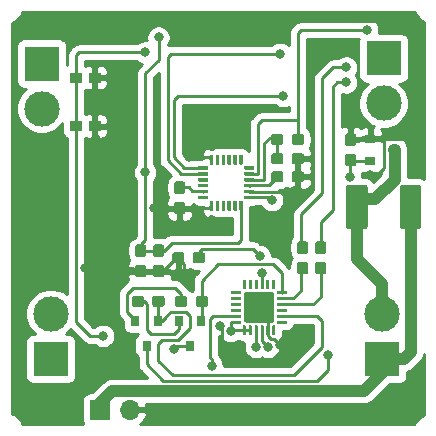
<source format=gbr>
G04 #@! TF.GenerationSoftware,KiCad,Pcbnew,(5.1.5)-3*
G04 #@! TF.CreationDate,2020-08-30T19:55:30+02:00*
G04 #@! TF.ProjectId,Drone_PCB,44726f6e-655f-4504-9342-2e6b69636164,rev?*
G04 #@! TF.SameCoordinates,Original*
G04 #@! TF.FileFunction,Copper,L2,Bot*
G04 #@! TF.FilePolarity,Positive*
%FSLAX46Y46*%
G04 Gerber Fmt 4.6, Leading zero omitted, Abs format (unit mm)*
G04 Created by KiCad (PCBNEW (5.1.5)-3) date 2020-08-30 19:55:30*
%MOMM*%
%LPD*%
G04 APERTURE LIST*
%ADD10R,0.998220X0.899160*%
%ADD11R,0.797560X0.899160*%
%ADD12C,0.100000*%
%ADD13O,1.700000X1.700000*%
%ADD14R,1.700000X1.700000*%
%ADD15R,0.900000X0.800000*%
%ADD16C,2.999740*%
%ADD17R,2.999740X2.999740*%
%ADD18C,0.800000*%
%ADD19C,0.250000*%
%ADD20C,1.000000*%
%ADD21C,0.254000*%
G04 APERTURE END LIST*
D10*
X56606440Y-45194220D03*
X56606440Y-49293780D03*
X58201560Y-49293780D03*
X58201560Y-45194220D03*
D11*
X66294000Y-67901820D03*
X67243960Y-65803780D03*
X65344040Y-65803780D03*
X62611000Y-67901820D03*
X63560960Y-65803780D03*
X61661040Y-65803780D03*
G04 #@! TA.AperFunction,SMDPad,CuDef*
D12*
G36*
X65856779Y-63661144D02*
G01*
X65879834Y-63664563D01*
X65902443Y-63670227D01*
X65924387Y-63678079D01*
X65945457Y-63688044D01*
X65965448Y-63700026D01*
X65984168Y-63713910D01*
X66001438Y-63729562D01*
X66017090Y-63746832D01*
X66030974Y-63765552D01*
X66042956Y-63785543D01*
X66052921Y-63806613D01*
X66060773Y-63828557D01*
X66066437Y-63851166D01*
X66069856Y-63874221D01*
X66071000Y-63897500D01*
X66071000Y-64372500D01*
X66069856Y-64395779D01*
X66066437Y-64418834D01*
X66060773Y-64441443D01*
X66052921Y-64463387D01*
X66042956Y-64484457D01*
X66030974Y-64504448D01*
X66017090Y-64523168D01*
X66001438Y-64540438D01*
X65984168Y-64556090D01*
X65965448Y-64569974D01*
X65945457Y-64581956D01*
X65924387Y-64591921D01*
X65902443Y-64599773D01*
X65879834Y-64605437D01*
X65856779Y-64608856D01*
X65833500Y-64610000D01*
X65258500Y-64610000D01*
X65235221Y-64608856D01*
X65212166Y-64605437D01*
X65189557Y-64599773D01*
X65167613Y-64591921D01*
X65146543Y-64581956D01*
X65126552Y-64569974D01*
X65107832Y-64556090D01*
X65090562Y-64540438D01*
X65074910Y-64523168D01*
X65061026Y-64504448D01*
X65049044Y-64484457D01*
X65039079Y-64463387D01*
X65031227Y-64441443D01*
X65025563Y-64418834D01*
X65022144Y-64395779D01*
X65021000Y-64372500D01*
X65021000Y-63897500D01*
X65022144Y-63874221D01*
X65025563Y-63851166D01*
X65031227Y-63828557D01*
X65039079Y-63806613D01*
X65049044Y-63785543D01*
X65061026Y-63765552D01*
X65074910Y-63746832D01*
X65090562Y-63729562D01*
X65107832Y-63713910D01*
X65126552Y-63700026D01*
X65146543Y-63688044D01*
X65167613Y-63678079D01*
X65189557Y-63670227D01*
X65212166Y-63664563D01*
X65235221Y-63661144D01*
X65258500Y-63660000D01*
X65833500Y-63660000D01*
X65856779Y-63661144D01*
G37*
G04 #@! TD.AperFunction*
G04 #@! TA.AperFunction,SMDPad,CuDef*
G36*
X67606779Y-63661144D02*
G01*
X67629834Y-63664563D01*
X67652443Y-63670227D01*
X67674387Y-63678079D01*
X67695457Y-63688044D01*
X67715448Y-63700026D01*
X67734168Y-63713910D01*
X67751438Y-63729562D01*
X67767090Y-63746832D01*
X67780974Y-63765552D01*
X67792956Y-63785543D01*
X67802921Y-63806613D01*
X67810773Y-63828557D01*
X67816437Y-63851166D01*
X67819856Y-63874221D01*
X67821000Y-63897500D01*
X67821000Y-64372500D01*
X67819856Y-64395779D01*
X67816437Y-64418834D01*
X67810773Y-64441443D01*
X67802921Y-64463387D01*
X67792956Y-64484457D01*
X67780974Y-64504448D01*
X67767090Y-64523168D01*
X67751438Y-64540438D01*
X67734168Y-64556090D01*
X67715448Y-64569974D01*
X67695457Y-64581956D01*
X67674387Y-64591921D01*
X67652443Y-64599773D01*
X67629834Y-64605437D01*
X67606779Y-64608856D01*
X67583500Y-64610000D01*
X67008500Y-64610000D01*
X66985221Y-64608856D01*
X66962166Y-64605437D01*
X66939557Y-64599773D01*
X66917613Y-64591921D01*
X66896543Y-64581956D01*
X66876552Y-64569974D01*
X66857832Y-64556090D01*
X66840562Y-64540438D01*
X66824910Y-64523168D01*
X66811026Y-64504448D01*
X66799044Y-64484457D01*
X66789079Y-64463387D01*
X66781227Y-64441443D01*
X66775563Y-64418834D01*
X66772144Y-64395779D01*
X66771000Y-64372500D01*
X66771000Y-63897500D01*
X66772144Y-63874221D01*
X66775563Y-63851166D01*
X66781227Y-63828557D01*
X66789079Y-63806613D01*
X66799044Y-63785543D01*
X66811026Y-63765552D01*
X66824910Y-63746832D01*
X66840562Y-63729562D01*
X66857832Y-63713910D01*
X66876552Y-63700026D01*
X66896543Y-63688044D01*
X66917613Y-63678079D01*
X66939557Y-63670227D01*
X66962166Y-63664563D01*
X66985221Y-63661144D01*
X67008500Y-63660000D01*
X67583500Y-63660000D01*
X67606779Y-63661144D01*
G37*
G04 #@! TD.AperFunction*
D13*
X61188600Y-73329800D03*
D14*
X58648600Y-73329800D03*
G04 #@! TA.AperFunction,SMDPad,CuDef*
D12*
G36*
X81101505Y-54260204D02*
G01*
X81125773Y-54263804D01*
X81149572Y-54269765D01*
X81172671Y-54278030D01*
X81194850Y-54288520D01*
X81215893Y-54301132D01*
X81235599Y-54315747D01*
X81253777Y-54332223D01*
X81270253Y-54350401D01*
X81284868Y-54370107D01*
X81297480Y-54391150D01*
X81307970Y-54413329D01*
X81316235Y-54436428D01*
X81322196Y-54460227D01*
X81325796Y-54484495D01*
X81327000Y-54508999D01*
X81327000Y-57759001D01*
X81325796Y-57783505D01*
X81322196Y-57807773D01*
X81316235Y-57831572D01*
X81307970Y-57854671D01*
X81297480Y-57876850D01*
X81284868Y-57897893D01*
X81270253Y-57917599D01*
X81253777Y-57935777D01*
X81235599Y-57952253D01*
X81215893Y-57966868D01*
X81194850Y-57979480D01*
X81172671Y-57989970D01*
X81149572Y-57998235D01*
X81125773Y-58004196D01*
X81101505Y-58007796D01*
X81077001Y-58009000D01*
X79726999Y-58009000D01*
X79702495Y-58007796D01*
X79678227Y-58004196D01*
X79654428Y-57998235D01*
X79631329Y-57989970D01*
X79609150Y-57979480D01*
X79588107Y-57966868D01*
X79568401Y-57952253D01*
X79550223Y-57935777D01*
X79533747Y-57917599D01*
X79519132Y-57897893D01*
X79506520Y-57876850D01*
X79496030Y-57854671D01*
X79487765Y-57831572D01*
X79481804Y-57807773D01*
X79478204Y-57783505D01*
X79477000Y-57759001D01*
X79477000Y-54508999D01*
X79478204Y-54484495D01*
X79481804Y-54460227D01*
X79487765Y-54436428D01*
X79496030Y-54413329D01*
X79506520Y-54391150D01*
X79519132Y-54370107D01*
X79533747Y-54350401D01*
X79550223Y-54332223D01*
X79568401Y-54315747D01*
X79588107Y-54301132D01*
X79609150Y-54288520D01*
X79631329Y-54278030D01*
X79654428Y-54269765D01*
X79678227Y-54263804D01*
X79702495Y-54260204D01*
X79726999Y-54259000D01*
X81077001Y-54259000D01*
X81101505Y-54260204D01*
G37*
G04 #@! TD.AperFunction*
G04 #@! TA.AperFunction,SMDPad,CuDef*
G36*
X85651505Y-54260204D02*
G01*
X85675773Y-54263804D01*
X85699572Y-54269765D01*
X85722671Y-54278030D01*
X85744850Y-54288520D01*
X85765893Y-54301132D01*
X85785599Y-54315747D01*
X85803777Y-54332223D01*
X85820253Y-54350401D01*
X85834868Y-54370107D01*
X85847480Y-54391150D01*
X85857970Y-54413329D01*
X85866235Y-54436428D01*
X85872196Y-54460227D01*
X85875796Y-54484495D01*
X85877000Y-54508999D01*
X85877000Y-57759001D01*
X85875796Y-57783505D01*
X85872196Y-57807773D01*
X85866235Y-57831572D01*
X85857970Y-57854671D01*
X85847480Y-57876850D01*
X85834868Y-57897893D01*
X85820253Y-57917599D01*
X85803777Y-57935777D01*
X85785599Y-57952253D01*
X85765893Y-57966868D01*
X85744850Y-57979480D01*
X85722671Y-57989970D01*
X85699572Y-57998235D01*
X85675773Y-58004196D01*
X85651505Y-58007796D01*
X85627001Y-58009000D01*
X84276999Y-58009000D01*
X84252495Y-58007796D01*
X84228227Y-58004196D01*
X84204428Y-57998235D01*
X84181329Y-57989970D01*
X84159150Y-57979480D01*
X84138107Y-57966868D01*
X84118401Y-57952253D01*
X84100223Y-57935777D01*
X84083747Y-57917599D01*
X84069132Y-57897893D01*
X84056520Y-57876850D01*
X84046030Y-57854671D01*
X84037765Y-57831572D01*
X84031804Y-57807773D01*
X84028204Y-57783505D01*
X84027000Y-57759001D01*
X84027000Y-54508999D01*
X84028204Y-54484495D01*
X84031804Y-54460227D01*
X84037765Y-54436428D01*
X84046030Y-54413329D01*
X84056520Y-54391150D01*
X84069132Y-54370107D01*
X84083747Y-54350401D01*
X84100223Y-54332223D01*
X84118401Y-54315747D01*
X84138107Y-54301132D01*
X84159150Y-54288520D01*
X84181329Y-54278030D01*
X84204428Y-54269765D01*
X84228227Y-54263804D01*
X84252495Y-54260204D01*
X84276999Y-54259000D01*
X85627001Y-54259000D01*
X85651505Y-54260204D01*
G37*
G04 #@! TD.AperFunction*
D15*
X83550000Y-51308000D03*
X81550000Y-50358000D03*
X81550000Y-52258000D03*
G04 #@! TA.AperFunction,SMDPad,CuDef*
D12*
G36*
X73984779Y-51596144D02*
G01*
X74007834Y-51599563D01*
X74030443Y-51605227D01*
X74052387Y-51613079D01*
X74073457Y-51623044D01*
X74093448Y-51635026D01*
X74112168Y-51648910D01*
X74129438Y-51664562D01*
X74145090Y-51681832D01*
X74158974Y-51700552D01*
X74170956Y-51720543D01*
X74180921Y-51741613D01*
X74188773Y-51763557D01*
X74194437Y-51786166D01*
X74197856Y-51809221D01*
X74199000Y-51832500D01*
X74199000Y-52307500D01*
X74197856Y-52330779D01*
X74194437Y-52353834D01*
X74188773Y-52376443D01*
X74180921Y-52398387D01*
X74170956Y-52419457D01*
X74158974Y-52439448D01*
X74145090Y-52458168D01*
X74129438Y-52475438D01*
X74112168Y-52491090D01*
X74093448Y-52504974D01*
X74073457Y-52516956D01*
X74052387Y-52526921D01*
X74030443Y-52534773D01*
X74007834Y-52540437D01*
X73984779Y-52543856D01*
X73961500Y-52545000D01*
X73386500Y-52545000D01*
X73363221Y-52543856D01*
X73340166Y-52540437D01*
X73317557Y-52534773D01*
X73295613Y-52526921D01*
X73274543Y-52516956D01*
X73254552Y-52504974D01*
X73235832Y-52491090D01*
X73218562Y-52475438D01*
X73202910Y-52458168D01*
X73189026Y-52439448D01*
X73177044Y-52419457D01*
X73167079Y-52398387D01*
X73159227Y-52376443D01*
X73153563Y-52353834D01*
X73150144Y-52330779D01*
X73149000Y-52307500D01*
X73149000Y-51832500D01*
X73150144Y-51809221D01*
X73153563Y-51786166D01*
X73159227Y-51763557D01*
X73167079Y-51741613D01*
X73177044Y-51720543D01*
X73189026Y-51700552D01*
X73202910Y-51681832D01*
X73218562Y-51664562D01*
X73235832Y-51648910D01*
X73254552Y-51635026D01*
X73274543Y-51623044D01*
X73295613Y-51613079D01*
X73317557Y-51605227D01*
X73340166Y-51599563D01*
X73363221Y-51596144D01*
X73386500Y-51595000D01*
X73961500Y-51595000D01*
X73984779Y-51596144D01*
G37*
G04 #@! TD.AperFunction*
G04 #@! TA.AperFunction,SMDPad,CuDef*
G36*
X75734779Y-51596144D02*
G01*
X75757834Y-51599563D01*
X75780443Y-51605227D01*
X75802387Y-51613079D01*
X75823457Y-51623044D01*
X75843448Y-51635026D01*
X75862168Y-51648910D01*
X75879438Y-51664562D01*
X75895090Y-51681832D01*
X75908974Y-51700552D01*
X75920956Y-51720543D01*
X75930921Y-51741613D01*
X75938773Y-51763557D01*
X75944437Y-51786166D01*
X75947856Y-51809221D01*
X75949000Y-51832500D01*
X75949000Y-52307500D01*
X75947856Y-52330779D01*
X75944437Y-52353834D01*
X75938773Y-52376443D01*
X75930921Y-52398387D01*
X75920956Y-52419457D01*
X75908974Y-52439448D01*
X75895090Y-52458168D01*
X75879438Y-52475438D01*
X75862168Y-52491090D01*
X75843448Y-52504974D01*
X75823457Y-52516956D01*
X75802387Y-52526921D01*
X75780443Y-52534773D01*
X75757834Y-52540437D01*
X75734779Y-52543856D01*
X75711500Y-52545000D01*
X75136500Y-52545000D01*
X75113221Y-52543856D01*
X75090166Y-52540437D01*
X75067557Y-52534773D01*
X75045613Y-52526921D01*
X75024543Y-52516956D01*
X75004552Y-52504974D01*
X74985832Y-52491090D01*
X74968562Y-52475438D01*
X74952910Y-52458168D01*
X74939026Y-52439448D01*
X74927044Y-52419457D01*
X74917079Y-52398387D01*
X74909227Y-52376443D01*
X74903563Y-52353834D01*
X74900144Y-52330779D01*
X74899000Y-52307500D01*
X74899000Y-51832500D01*
X74900144Y-51809221D01*
X74903563Y-51786166D01*
X74909227Y-51763557D01*
X74917079Y-51741613D01*
X74927044Y-51720543D01*
X74939026Y-51700552D01*
X74952910Y-51681832D01*
X74968562Y-51664562D01*
X74985832Y-51648910D01*
X75004552Y-51635026D01*
X75024543Y-51623044D01*
X75045613Y-51613079D01*
X75067557Y-51605227D01*
X75090166Y-51599563D01*
X75113221Y-51596144D01*
X75136500Y-51595000D01*
X75711500Y-51595000D01*
X75734779Y-51596144D01*
G37*
G04 #@! TD.AperFunction*
G04 #@! TA.AperFunction,SMDPad,CuDef*
G36*
X75734779Y-49945144D02*
G01*
X75757834Y-49948563D01*
X75780443Y-49954227D01*
X75802387Y-49962079D01*
X75823457Y-49972044D01*
X75843448Y-49984026D01*
X75862168Y-49997910D01*
X75879438Y-50013562D01*
X75895090Y-50030832D01*
X75908974Y-50049552D01*
X75920956Y-50069543D01*
X75930921Y-50090613D01*
X75938773Y-50112557D01*
X75944437Y-50135166D01*
X75947856Y-50158221D01*
X75949000Y-50181500D01*
X75949000Y-50656500D01*
X75947856Y-50679779D01*
X75944437Y-50702834D01*
X75938773Y-50725443D01*
X75930921Y-50747387D01*
X75920956Y-50768457D01*
X75908974Y-50788448D01*
X75895090Y-50807168D01*
X75879438Y-50824438D01*
X75862168Y-50840090D01*
X75843448Y-50853974D01*
X75823457Y-50865956D01*
X75802387Y-50875921D01*
X75780443Y-50883773D01*
X75757834Y-50889437D01*
X75734779Y-50892856D01*
X75711500Y-50894000D01*
X75136500Y-50894000D01*
X75113221Y-50892856D01*
X75090166Y-50889437D01*
X75067557Y-50883773D01*
X75045613Y-50875921D01*
X75024543Y-50865956D01*
X75004552Y-50853974D01*
X74985832Y-50840090D01*
X74968562Y-50824438D01*
X74952910Y-50807168D01*
X74939026Y-50788448D01*
X74927044Y-50768457D01*
X74917079Y-50747387D01*
X74909227Y-50725443D01*
X74903563Y-50702834D01*
X74900144Y-50679779D01*
X74899000Y-50656500D01*
X74899000Y-50181500D01*
X74900144Y-50158221D01*
X74903563Y-50135166D01*
X74909227Y-50112557D01*
X74917079Y-50090613D01*
X74927044Y-50069543D01*
X74939026Y-50049552D01*
X74952910Y-50030832D01*
X74968562Y-50013562D01*
X74985832Y-49997910D01*
X75004552Y-49984026D01*
X75024543Y-49972044D01*
X75045613Y-49962079D01*
X75067557Y-49954227D01*
X75090166Y-49948563D01*
X75113221Y-49945144D01*
X75136500Y-49944000D01*
X75711500Y-49944000D01*
X75734779Y-49945144D01*
G37*
G04 #@! TD.AperFunction*
G04 #@! TA.AperFunction,SMDPad,CuDef*
G36*
X73984779Y-49945144D02*
G01*
X74007834Y-49948563D01*
X74030443Y-49954227D01*
X74052387Y-49962079D01*
X74073457Y-49972044D01*
X74093448Y-49984026D01*
X74112168Y-49997910D01*
X74129438Y-50013562D01*
X74145090Y-50030832D01*
X74158974Y-50049552D01*
X74170956Y-50069543D01*
X74180921Y-50090613D01*
X74188773Y-50112557D01*
X74194437Y-50135166D01*
X74197856Y-50158221D01*
X74199000Y-50181500D01*
X74199000Y-50656500D01*
X74197856Y-50679779D01*
X74194437Y-50702834D01*
X74188773Y-50725443D01*
X74180921Y-50747387D01*
X74170956Y-50768457D01*
X74158974Y-50788448D01*
X74145090Y-50807168D01*
X74129438Y-50824438D01*
X74112168Y-50840090D01*
X74093448Y-50853974D01*
X74073457Y-50865956D01*
X74052387Y-50875921D01*
X74030443Y-50883773D01*
X74007834Y-50889437D01*
X73984779Y-50892856D01*
X73961500Y-50894000D01*
X73386500Y-50894000D01*
X73363221Y-50892856D01*
X73340166Y-50889437D01*
X73317557Y-50883773D01*
X73295613Y-50875921D01*
X73274543Y-50865956D01*
X73254552Y-50853974D01*
X73235832Y-50840090D01*
X73218562Y-50824438D01*
X73202910Y-50807168D01*
X73189026Y-50788448D01*
X73177044Y-50768457D01*
X73167079Y-50747387D01*
X73159227Y-50725443D01*
X73153563Y-50702834D01*
X73150144Y-50679779D01*
X73149000Y-50656500D01*
X73149000Y-50181500D01*
X73150144Y-50158221D01*
X73153563Y-50135166D01*
X73159227Y-50112557D01*
X73167079Y-50090613D01*
X73177044Y-50069543D01*
X73189026Y-50049552D01*
X73202910Y-50030832D01*
X73218562Y-50013562D01*
X73235832Y-49997910D01*
X73254552Y-49984026D01*
X73274543Y-49972044D01*
X73295613Y-49962079D01*
X73317557Y-49954227D01*
X73340166Y-49948563D01*
X73363221Y-49945144D01*
X73386500Y-49944000D01*
X73961500Y-49944000D01*
X73984779Y-49945144D01*
G37*
G04 #@! TD.AperFunction*
G04 #@! TA.AperFunction,SMDPad,CuDef*
G36*
X80143779Y-49909144D02*
G01*
X80166834Y-49912563D01*
X80189443Y-49918227D01*
X80211387Y-49926079D01*
X80232457Y-49936044D01*
X80252448Y-49948026D01*
X80271168Y-49961910D01*
X80288438Y-49977562D01*
X80304090Y-49994832D01*
X80317974Y-50013552D01*
X80329956Y-50033543D01*
X80339921Y-50054613D01*
X80347773Y-50076557D01*
X80353437Y-50099166D01*
X80356856Y-50122221D01*
X80358000Y-50145500D01*
X80358000Y-50720500D01*
X80356856Y-50743779D01*
X80353437Y-50766834D01*
X80347773Y-50789443D01*
X80339921Y-50811387D01*
X80329956Y-50832457D01*
X80317974Y-50852448D01*
X80304090Y-50871168D01*
X80288438Y-50888438D01*
X80271168Y-50904090D01*
X80252448Y-50917974D01*
X80232457Y-50929956D01*
X80211387Y-50939921D01*
X80189443Y-50947773D01*
X80166834Y-50953437D01*
X80143779Y-50956856D01*
X80120500Y-50958000D01*
X79645500Y-50958000D01*
X79622221Y-50956856D01*
X79599166Y-50953437D01*
X79576557Y-50947773D01*
X79554613Y-50939921D01*
X79533543Y-50929956D01*
X79513552Y-50917974D01*
X79494832Y-50904090D01*
X79477562Y-50888438D01*
X79461910Y-50871168D01*
X79448026Y-50852448D01*
X79436044Y-50832457D01*
X79426079Y-50811387D01*
X79418227Y-50789443D01*
X79412563Y-50766834D01*
X79409144Y-50743779D01*
X79408000Y-50720500D01*
X79408000Y-50145500D01*
X79409144Y-50122221D01*
X79412563Y-50099166D01*
X79418227Y-50076557D01*
X79426079Y-50054613D01*
X79436044Y-50033543D01*
X79448026Y-50013552D01*
X79461910Y-49994832D01*
X79477562Y-49977562D01*
X79494832Y-49961910D01*
X79513552Y-49948026D01*
X79533543Y-49936044D01*
X79554613Y-49926079D01*
X79576557Y-49918227D01*
X79599166Y-49912563D01*
X79622221Y-49909144D01*
X79645500Y-49908000D01*
X80120500Y-49908000D01*
X80143779Y-49909144D01*
G37*
G04 #@! TD.AperFunction*
G04 #@! TA.AperFunction,SMDPad,CuDef*
G36*
X80143779Y-51659144D02*
G01*
X80166834Y-51662563D01*
X80189443Y-51668227D01*
X80211387Y-51676079D01*
X80232457Y-51686044D01*
X80252448Y-51698026D01*
X80271168Y-51711910D01*
X80288438Y-51727562D01*
X80304090Y-51744832D01*
X80317974Y-51763552D01*
X80329956Y-51783543D01*
X80339921Y-51804613D01*
X80347773Y-51826557D01*
X80353437Y-51849166D01*
X80356856Y-51872221D01*
X80358000Y-51895500D01*
X80358000Y-52470500D01*
X80356856Y-52493779D01*
X80353437Y-52516834D01*
X80347773Y-52539443D01*
X80339921Y-52561387D01*
X80329956Y-52582457D01*
X80317974Y-52602448D01*
X80304090Y-52621168D01*
X80288438Y-52638438D01*
X80271168Y-52654090D01*
X80252448Y-52667974D01*
X80232457Y-52679956D01*
X80211387Y-52689921D01*
X80189443Y-52697773D01*
X80166834Y-52703437D01*
X80143779Y-52706856D01*
X80120500Y-52708000D01*
X79645500Y-52708000D01*
X79622221Y-52706856D01*
X79599166Y-52703437D01*
X79576557Y-52697773D01*
X79554613Y-52689921D01*
X79533543Y-52679956D01*
X79513552Y-52667974D01*
X79494832Y-52654090D01*
X79477562Y-52638438D01*
X79461910Y-52621168D01*
X79448026Y-52602448D01*
X79436044Y-52582457D01*
X79426079Y-52561387D01*
X79418227Y-52539443D01*
X79412563Y-52516834D01*
X79409144Y-52493779D01*
X79408000Y-52470500D01*
X79408000Y-51895500D01*
X79409144Y-51872221D01*
X79412563Y-51849166D01*
X79418227Y-51826557D01*
X79426079Y-51804613D01*
X79436044Y-51783543D01*
X79448026Y-51763552D01*
X79461910Y-51744832D01*
X79477562Y-51727562D01*
X79494832Y-51711910D01*
X79513552Y-51698026D01*
X79533543Y-51686044D01*
X79554613Y-51676079D01*
X79576557Y-51668227D01*
X79599166Y-51662563D01*
X79622221Y-51659144D01*
X79645500Y-51658000D01*
X80120500Y-51658000D01*
X80143779Y-51659144D01*
G37*
G04 #@! TD.AperFunction*
D16*
X53721000Y-47810000D03*
D17*
X53721000Y-44000000D03*
G04 #@! TA.AperFunction,SMDPad,CuDef*
D12*
G36*
X65665779Y-55723144D02*
G01*
X65688834Y-55726563D01*
X65711443Y-55732227D01*
X65733387Y-55740079D01*
X65754457Y-55750044D01*
X65774448Y-55762026D01*
X65793168Y-55775910D01*
X65810438Y-55791562D01*
X65826090Y-55808832D01*
X65839974Y-55827552D01*
X65851956Y-55847543D01*
X65861921Y-55868613D01*
X65869773Y-55890557D01*
X65875437Y-55913166D01*
X65878856Y-55936221D01*
X65880000Y-55959500D01*
X65880000Y-56534500D01*
X65878856Y-56557779D01*
X65875437Y-56580834D01*
X65869773Y-56603443D01*
X65861921Y-56625387D01*
X65851956Y-56646457D01*
X65839974Y-56666448D01*
X65826090Y-56685168D01*
X65810438Y-56702438D01*
X65793168Y-56718090D01*
X65774448Y-56731974D01*
X65754457Y-56743956D01*
X65733387Y-56753921D01*
X65711443Y-56761773D01*
X65688834Y-56767437D01*
X65665779Y-56770856D01*
X65642500Y-56772000D01*
X65167500Y-56772000D01*
X65144221Y-56770856D01*
X65121166Y-56767437D01*
X65098557Y-56761773D01*
X65076613Y-56753921D01*
X65055543Y-56743956D01*
X65035552Y-56731974D01*
X65016832Y-56718090D01*
X64999562Y-56702438D01*
X64983910Y-56685168D01*
X64970026Y-56666448D01*
X64958044Y-56646457D01*
X64948079Y-56625387D01*
X64940227Y-56603443D01*
X64934563Y-56580834D01*
X64931144Y-56557779D01*
X64930000Y-56534500D01*
X64930000Y-55959500D01*
X64931144Y-55936221D01*
X64934563Y-55913166D01*
X64940227Y-55890557D01*
X64948079Y-55868613D01*
X64958044Y-55847543D01*
X64970026Y-55827552D01*
X64983910Y-55808832D01*
X64999562Y-55791562D01*
X65016832Y-55775910D01*
X65035552Y-55762026D01*
X65055543Y-55750044D01*
X65076613Y-55740079D01*
X65098557Y-55732227D01*
X65121166Y-55726563D01*
X65144221Y-55723144D01*
X65167500Y-55722000D01*
X65642500Y-55722000D01*
X65665779Y-55723144D01*
G37*
G04 #@! TD.AperFunction*
G04 #@! TA.AperFunction,SMDPad,CuDef*
G36*
X65665779Y-53973144D02*
G01*
X65688834Y-53976563D01*
X65711443Y-53982227D01*
X65733387Y-53990079D01*
X65754457Y-54000044D01*
X65774448Y-54012026D01*
X65793168Y-54025910D01*
X65810438Y-54041562D01*
X65826090Y-54058832D01*
X65839974Y-54077552D01*
X65851956Y-54097543D01*
X65861921Y-54118613D01*
X65869773Y-54140557D01*
X65875437Y-54163166D01*
X65878856Y-54186221D01*
X65880000Y-54209500D01*
X65880000Y-54784500D01*
X65878856Y-54807779D01*
X65875437Y-54830834D01*
X65869773Y-54853443D01*
X65861921Y-54875387D01*
X65851956Y-54896457D01*
X65839974Y-54916448D01*
X65826090Y-54935168D01*
X65810438Y-54952438D01*
X65793168Y-54968090D01*
X65774448Y-54981974D01*
X65754457Y-54993956D01*
X65733387Y-55003921D01*
X65711443Y-55011773D01*
X65688834Y-55017437D01*
X65665779Y-55020856D01*
X65642500Y-55022000D01*
X65167500Y-55022000D01*
X65144221Y-55020856D01*
X65121166Y-55017437D01*
X65098557Y-55011773D01*
X65076613Y-55003921D01*
X65055543Y-54993956D01*
X65035552Y-54981974D01*
X65016832Y-54968090D01*
X64999562Y-54952438D01*
X64983910Y-54935168D01*
X64970026Y-54916448D01*
X64958044Y-54896457D01*
X64948079Y-54875387D01*
X64940227Y-54853443D01*
X64934563Y-54830834D01*
X64931144Y-54807779D01*
X64930000Y-54784500D01*
X64930000Y-54209500D01*
X64931144Y-54186221D01*
X64934563Y-54163166D01*
X64940227Y-54140557D01*
X64948079Y-54118613D01*
X64958044Y-54097543D01*
X64970026Y-54077552D01*
X64983910Y-54058832D01*
X64999562Y-54041562D01*
X65016832Y-54025910D01*
X65035552Y-54012026D01*
X65055543Y-54000044D01*
X65076613Y-53990079D01*
X65098557Y-53982227D01*
X65121166Y-53976563D01*
X65144221Y-53973144D01*
X65167500Y-53972000D01*
X65642500Y-53972000D01*
X65665779Y-53973144D01*
G37*
G04 #@! TD.AperFunction*
G04 #@! TA.AperFunction,SMDPad,CuDef*
G36*
X75734779Y-53120144D02*
G01*
X75757834Y-53123563D01*
X75780443Y-53129227D01*
X75802387Y-53137079D01*
X75823457Y-53147044D01*
X75843448Y-53159026D01*
X75862168Y-53172910D01*
X75879438Y-53188562D01*
X75895090Y-53205832D01*
X75908974Y-53224552D01*
X75920956Y-53244543D01*
X75930921Y-53265613D01*
X75938773Y-53287557D01*
X75944437Y-53310166D01*
X75947856Y-53333221D01*
X75949000Y-53356500D01*
X75949000Y-53831500D01*
X75947856Y-53854779D01*
X75944437Y-53877834D01*
X75938773Y-53900443D01*
X75930921Y-53922387D01*
X75920956Y-53943457D01*
X75908974Y-53963448D01*
X75895090Y-53982168D01*
X75879438Y-53999438D01*
X75862168Y-54015090D01*
X75843448Y-54028974D01*
X75823457Y-54040956D01*
X75802387Y-54050921D01*
X75780443Y-54058773D01*
X75757834Y-54064437D01*
X75734779Y-54067856D01*
X75711500Y-54069000D01*
X75136500Y-54069000D01*
X75113221Y-54067856D01*
X75090166Y-54064437D01*
X75067557Y-54058773D01*
X75045613Y-54050921D01*
X75024543Y-54040956D01*
X75004552Y-54028974D01*
X74985832Y-54015090D01*
X74968562Y-53999438D01*
X74952910Y-53982168D01*
X74939026Y-53963448D01*
X74927044Y-53943457D01*
X74917079Y-53922387D01*
X74909227Y-53900443D01*
X74903563Y-53877834D01*
X74900144Y-53854779D01*
X74899000Y-53831500D01*
X74899000Y-53356500D01*
X74900144Y-53333221D01*
X74903563Y-53310166D01*
X74909227Y-53287557D01*
X74917079Y-53265613D01*
X74927044Y-53244543D01*
X74939026Y-53224552D01*
X74952910Y-53205832D01*
X74968562Y-53188562D01*
X74985832Y-53172910D01*
X75004552Y-53159026D01*
X75024543Y-53147044D01*
X75045613Y-53137079D01*
X75067557Y-53129227D01*
X75090166Y-53123563D01*
X75113221Y-53120144D01*
X75136500Y-53119000D01*
X75711500Y-53119000D01*
X75734779Y-53120144D01*
G37*
G04 #@! TD.AperFunction*
G04 #@! TA.AperFunction,SMDPad,CuDef*
G36*
X73984779Y-53120144D02*
G01*
X74007834Y-53123563D01*
X74030443Y-53129227D01*
X74052387Y-53137079D01*
X74073457Y-53147044D01*
X74093448Y-53159026D01*
X74112168Y-53172910D01*
X74129438Y-53188562D01*
X74145090Y-53205832D01*
X74158974Y-53224552D01*
X74170956Y-53244543D01*
X74180921Y-53265613D01*
X74188773Y-53287557D01*
X74194437Y-53310166D01*
X74197856Y-53333221D01*
X74199000Y-53356500D01*
X74199000Y-53831500D01*
X74197856Y-53854779D01*
X74194437Y-53877834D01*
X74188773Y-53900443D01*
X74180921Y-53922387D01*
X74170956Y-53943457D01*
X74158974Y-53963448D01*
X74145090Y-53982168D01*
X74129438Y-53999438D01*
X74112168Y-54015090D01*
X74093448Y-54028974D01*
X74073457Y-54040956D01*
X74052387Y-54050921D01*
X74030443Y-54058773D01*
X74007834Y-54064437D01*
X73984779Y-54067856D01*
X73961500Y-54069000D01*
X73386500Y-54069000D01*
X73363221Y-54067856D01*
X73340166Y-54064437D01*
X73317557Y-54058773D01*
X73295613Y-54050921D01*
X73274543Y-54040956D01*
X73254552Y-54028974D01*
X73235832Y-54015090D01*
X73218562Y-53999438D01*
X73202910Y-53982168D01*
X73189026Y-53963448D01*
X73177044Y-53943457D01*
X73167079Y-53922387D01*
X73159227Y-53900443D01*
X73153563Y-53877834D01*
X73150144Y-53854779D01*
X73149000Y-53831500D01*
X73149000Y-53356500D01*
X73150144Y-53333221D01*
X73153563Y-53310166D01*
X73159227Y-53287557D01*
X73167079Y-53265613D01*
X73177044Y-53244543D01*
X73189026Y-53224552D01*
X73202910Y-53205832D01*
X73218562Y-53188562D01*
X73235832Y-53172910D01*
X73254552Y-53159026D01*
X73274543Y-53147044D01*
X73295613Y-53137079D01*
X73317557Y-53129227D01*
X73340166Y-53123563D01*
X73363221Y-53120144D01*
X73386500Y-53119000D01*
X73961500Y-53119000D01*
X73984779Y-53120144D01*
G37*
G04 #@! TD.AperFunction*
G04 #@! TA.AperFunction,SMDPad,CuDef*
G36*
X62363779Y-59307144D02*
G01*
X62386834Y-59310563D01*
X62409443Y-59316227D01*
X62431387Y-59324079D01*
X62452457Y-59334044D01*
X62472448Y-59346026D01*
X62491168Y-59359910D01*
X62508438Y-59375562D01*
X62524090Y-59392832D01*
X62537974Y-59411552D01*
X62549956Y-59431543D01*
X62559921Y-59452613D01*
X62567773Y-59474557D01*
X62573437Y-59497166D01*
X62576856Y-59520221D01*
X62578000Y-59543500D01*
X62578000Y-60118500D01*
X62576856Y-60141779D01*
X62573437Y-60164834D01*
X62567773Y-60187443D01*
X62559921Y-60209387D01*
X62549956Y-60230457D01*
X62537974Y-60250448D01*
X62524090Y-60269168D01*
X62508438Y-60286438D01*
X62491168Y-60302090D01*
X62472448Y-60315974D01*
X62452457Y-60327956D01*
X62431387Y-60337921D01*
X62409443Y-60345773D01*
X62386834Y-60351437D01*
X62363779Y-60354856D01*
X62340500Y-60356000D01*
X61865500Y-60356000D01*
X61842221Y-60354856D01*
X61819166Y-60351437D01*
X61796557Y-60345773D01*
X61774613Y-60337921D01*
X61753543Y-60327956D01*
X61733552Y-60315974D01*
X61714832Y-60302090D01*
X61697562Y-60286438D01*
X61681910Y-60269168D01*
X61668026Y-60250448D01*
X61656044Y-60230457D01*
X61646079Y-60209387D01*
X61638227Y-60187443D01*
X61632563Y-60164834D01*
X61629144Y-60141779D01*
X61628000Y-60118500D01*
X61628000Y-59543500D01*
X61629144Y-59520221D01*
X61632563Y-59497166D01*
X61638227Y-59474557D01*
X61646079Y-59452613D01*
X61656044Y-59431543D01*
X61668026Y-59411552D01*
X61681910Y-59392832D01*
X61697562Y-59375562D01*
X61714832Y-59359910D01*
X61733552Y-59346026D01*
X61753543Y-59334044D01*
X61774613Y-59324079D01*
X61796557Y-59316227D01*
X61819166Y-59310563D01*
X61842221Y-59307144D01*
X61865500Y-59306000D01*
X62340500Y-59306000D01*
X62363779Y-59307144D01*
G37*
G04 #@! TD.AperFunction*
G04 #@! TA.AperFunction,SMDPad,CuDef*
G36*
X62363779Y-61057144D02*
G01*
X62386834Y-61060563D01*
X62409443Y-61066227D01*
X62431387Y-61074079D01*
X62452457Y-61084044D01*
X62472448Y-61096026D01*
X62491168Y-61109910D01*
X62508438Y-61125562D01*
X62524090Y-61142832D01*
X62537974Y-61161552D01*
X62549956Y-61181543D01*
X62559921Y-61202613D01*
X62567773Y-61224557D01*
X62573437Y-61247166D01*
X62576856Y-61270221D01*
X62578000Y-61293500D01*
X62578000Y-61868500D01*
X62576856Y-61891779D01*
X62573437Y-61914834D01*
X62567773Y-61937443D01*
X62559921Y-61959387D01*
X62549956Y-61980457D01*
X62537974Y-62000448D01*
X62524090Y-62019168D01*
X62508438Y-62036438D01*
X62491168Y-62052090D01*
X62472448Y-62065974D01*
X62452457Y-62077956D01*
X62431387Y-62087921D01*
X62409443Y-62095773D01*
X62386834Y-62101437D01*
X62363779Y-62104856D01*
X62340500Y-62106000D01*
X61865500Y-62106000D01*
X61842221Y-62104856D01*
X61819166Y-62101437D01*
X61796557Y-62095773D01*
X61774613Y-62087921D01*
X61753543Y-62077956D01*
X61733552Y-62065974D01*
X61714832Y-62052090D01*
X61697562Y-62036438D01*
X61681910Y-62019168D01*
X61668026Y-62000448D01*
X61656044Y-61980457D01*
X61646079Y-61959387D01*
X61638227Y-61937443D01*
X61632563Y-61914834D01*
X61629144Y-61891779D01*
X61628000Y-61868500D01*
X61628000Y-61293500D01*
X61629144Y-61270221D01*
X61632563Y-61247166D01*
X61638227Y-61224557D01*
X61646079Y-61202613D01*
X61656044Y-61181543D01*
X61668026Y-61161552D01*
X61681910Y-61142832D01*
X61697562Y-61125562D01*
X61714832Y-61109910D01*
X61733552Y-61096026D01*
X61753543Y-61084044D01*
X61774613Y-61074079D01*
X61796557Y-61066227D01*
X61819166Y-61060563D01*
X61842221Y-61057144D01*
X61865500Y-61056000D01*
X62340500Y-61056000D01*
X62363779Y-61057144D01*
G37*
G04 #@! TD.AperFunction*
G04 #@! TA.AperFunction,SMDPad,CuDef*
G36*
X63887779Y-59307144D02*
G01*
X63910834Y-59310563D01*
X63933443Y-59316227D01*
X63955387Y-59324079D01*
X63976457Y-59334044D01*
X63996448Y-59346026D01*
X64015168Y-59359910D01*
X64032438Y-59375562D01*
X64048090Y-59392832D01*
X64061974Y-59411552D01*
X64073956Y-59431543D01*
X64083921Y-59452613D01*
X64091773Y-59474557D01*
X64097437Y-59497166D01*
X64100856Y-59520221D01*
X64102000Y-59543500D01*
X64102000Y-60118500D01*
X64100856Y-60141779D01*
X64097437Y-60164834D01*
X64091773Y-60187443D01*
X64083921Y-60209387D01*
X64073956Y-60230457D01*
X64061974Y-60250448D01*
X64048090Y-60269168D01*
X64032438Y-60286438D01*
X64015168Y-60302090D01*
X63996448Y-60315974D01*
X63976457Y-60327956D01*
X63955387Y-60337921D01*
X63933443Y-60345773D01*
X63910834Y-60351437D01*
X63887779Y-60354856D01*
X63864500Y-60356000D01*
X63389500Y-60356000D01*
X63366221Y-60354856D01*
X63343166Y-60351437D01*
X63320557Y-60345773D01*
X63298613Y-60337921D01*
X63277543Y-60327956D01*
X63257552Y-60315974D01*
X63238832Y-60302090D01*
X63221562Y-60286438D01*
X63205910Y-60269168D01*
X63192026Y-60250448D01*
X63180044Y-60230457D01*
X63170079Y-60209387D01*
X63162227Y-60187443D01*
X63156563Y-60164834D01*
X63153144Y-60141779D01*
X63152000Y-60118500D01*
X63152000Y-59543500D01*
X63153144Y-59520221D01*
X63156563Y-59497166D01*
X63162227Y-59474557D01*
X63170079Y-59452613D01*
X63180044Y-59431543D01*
X63192026Y-59411552D01*
X63205910Y-59392832D01*
X63221562Y-59375562D01*
X63238832Y-59359910D01*
X63257552Y-59346026D01*
X63277543Y-59334044D01*
X63298613Y-59324079D01*
X63320557Y-59316227D01*
X63343166Y-59310563D01*
X63366221Y-59307144D01*
X63389500Y-59306000D01*
X63864500Y-59306000D01*
X63887779Y-59307144D01*
G37*
G04 #@! TD.AperFunction*
G04 #@! TA.AperFunction,SMDPad,CuDef*
G36*
X63887779Y-61057144D02*
G01*
X63910834Y-61060563D01*
X63933443Y-61066227D01*
X63955387Y-61074079D01*
X63976457Y-61084044D01*
X63996448Y-61096026D01*
X64015168Y-61109910D01*
X64032438Y-61125562D01*
X64048090Y-61142832D01*
X64061974Y-61161552D01*
X64073956Y-61181543D01*
X64083921Y-61202613D01*
X64091773Y-61224557D01*
X64097437Y-61247166D01*
X64100856Y-61270221D01*
X64102000Y-61293500D01*
X64102000Y-61868500D01*
X64100856Y-61891779D01*
X64097437Y-61914834D01*
X64091773Y-61937443D01*
X64083921Y-61959387D01*
X64073956Y-61980457D01*
X64061974Y-62000448D01*
X64048090Y-62019168D01*
X64032438Y-62036438D01*
X64015168Y-62052090D01*
X63996448Y-62065974D01*
X63976457Y-62077956D01*
X63955387Y-62087921D01*
X63933443Y-62095773D01*
X63910834Y-62101437D01*
X63887779Y-62104856D01*
X63864500Y-62106000D01*
X63389500Y-62106000D01*
X63366221Y-62104856D01*
X63343166Y-62101437D01*
X63320557Y-62095773D01*
X63298613Y-62087921D01*
X63277543Y-62077956D01*
X63257552Y-62065974D01*
X63238832Y-62052090D01*
X63221562Y-62036438D01*
X63205910Y-62019168D01*
X63192026Y-62000448D01*
X63180044Y-61980457D01*
X63170079Y-61959387D01*
X63162227Y-61937443D01*
X63156563Y-61914834D01*
X63153144Y-61891779D01*
X63152000Y-61868500D01*
X63152000Y-61293500D01*
X63153144Y-61270221D01*
X63156563Y-61247166D01*
X63162227Y-61224557D01*
X63170079Y-61202613D01*
X63180044Y-61181543D01*
X63192026Y-61161552D01*
X63205910Y-61142832D01*
X63221562Y-61125562D01*
X63238832Y-61109910D01*
X63257552Y-61096026D01*
X63277543Y-61084044D01*
X63298613Y-61074079D01*
X63320557Y-61066227D01*
X63343166Y-61060563D01*
X63366221Y-61057144D01*
X63389500Y-61056000D01*
X63864500Y-61056000D01*
X63887779Y-61057144D01*
G37*
G04 #@! TD.AperFunction*
D17*
X82677000Y-43561000D03*
D16*
X82677000Y-47371000D03*
D17*
X54483000Y-69000000D03*
D16*
X54483000Y-65190000D03*
D17*
X82550000Y-69000000D03*
D16*
X82550000Y-65190000D03*
G04 #@! TA.AperFunction,SMDPad,CuDef*
D12*
G36*
X67352779Y-59978144D02*
G01*
X67375834Y-59981563D01*
X67398443Y-59987227D01*
X67420387Y-59995079D01*
X67441457Y-60005044D01*
X67461448Y-60017026D01*
X67480168Y-60030910D01*
X67497438Y-60046562D01*
X67513090Y-60063832D01*
X67526974Y-60082552D01*
X67538956Y-60102543D01*
X67548921Y-60123613D01*
X67556773Y-60145557D01*
X67562437Y-60168166D01*
X67565856Y-60191221D01*
X67567000Y-60214500D01*
X67567000Y-60689500D01*
X67565856Y-60712779D01*
X67562437Y-60735834D01*
X67556773Y-60758443D01*
X67548921Y-60780387D01*
X67538956Y-60801457D01*
X67526974Y-60821448D01*
X67513090Y-60840168D01*
X67497438Y-60857438D01*
X67480168Y-60873090D01*
X67461448Y-60886974D01*
X67441457Y-60898956D01*
X67420387Y-60908921D01*
X67398443Y-60916773D01*
X67375834Y-60922437D01*
X67352779Y-60925856D01*
X67329500Y-60927000D01*
X66754500Y-60927000D01*
X66731221Y-60925856D01*
X66708166Y-60922437D01*
X66685557Y-60916773D01*
X66663613Y-60908921D01*
X66642543Y-60898956D01*
X66622552Y-60886974D01*
X66603832Y-60873090D01*
X66586562Y-60857438D01*
X66570910Y-60840168D01*
X66557026Y-60821448D01*
X66545044Y-60801457D01*
X66535079Y-60780387D01*
X66527227Y-60758443D01*
X66521563Y-60735834D01*
X66518144Y-60712779D01*
X66517000Y-60689500D01*
X66517000Y-60214500D01*
X66518144Y-60191221D01*
X66521563Y-60168166D01*
X66527227Y-60145557D01*
X66535079Y-60123613D01*
X66545044Y-60102543D01*
X66557026Y-60082552D01*
X66570910Y-60063832D01*
X66586562Y-60046562D01*
X66603832Y-60030910D01*
X66622552Y-60017026D01*
X66642543Y-60005044D01*
X66663613Y-59995079D01*
X66685557Y-59987227D01*
X66708166Y-59981563D01*
X66731221Y-59978144D01*
X66754500Y-59977000D01*
X67329500Y-59977000D01*
X67352779Y-59978144D01*
G37*
G04 #@! TD.AperFunction*
G04 #@! TA.AperFunction,SMDPad,CuDef*
G36*
X65602779Y-59978144D02*
G01*
X65625834Y-59981563D01*
X65648443Y-59987227D01*
X65670387Y-59995079D01*
X65691457Y-60005044D01*
X65711448Y-60017026D01*
X65730168Y-60030910D01*
X65747438Y-60046562D01*
X65763090Y-60063832D01*
X65776974Y-60082552D01*
X65788956Y-60102543D01*
X65798921Y-60123613D01*
X65806773Y-60145557D01*
X65812437Y-60168166D01*
X65815856Y-60191221D01*
X65817000Y-60214500D01*
X65817000Y-60689500D01*
X65815856Y-60712779D01*
X65812437Y-60735834D01*
X65806773Y-60758443D01*
X65798921Y-60780387D01*
X65788956Y-60801457D01*
X65776974Y-60821448D01*
X65763090Y-60840168D01*
X65747438Y-60857438D01*
X65730168Y-60873090D01*
X65711448Y-60886974D01*
X65691457Y-60898956D01*
X65670387Y-60908921D01*
X65648443Y-60916773D01*
X65625834Y-60922437D01*
X65602779Y-60925856D01*
X65579500Y-60927000D01*
X65004500Y-60927000D01*
X64981221Y-60925856D01*
X64958166Y-60922437D01*
X64935557Y-60916773D01*
X64913613Y-60908921D01*
X64892543Y-60898956D01*
X64872552Y-60886974D01*
X64853832Y-60873090D01*
X64836562Y-60857438D01*
X64820910Y-60840168D01*
X64807026Y-60821448D01*
X64795044Y-60801457D01*
X64785079Y-60780387D01*
X64777227Y-60758443D01*
X64771563Y-60735834D01*
X64768144Y-60712779D01*
X64767000Y-60689500D01*
X64767000Y-60214500D01*
X64768144Y-60191221D01*
X64771563Y-60168166D01*
X64777227Y-60145557D01*
X64785079Y-60123613D01*
X64795044Y-60102543D01*
X64807026Y-60082552D01*
X64820910Y-60063832D01*
X64836562Y-60046562D01*
X64853832Y-60030910D01*
X64872552Y-60017026D01*
X64892543Y-60005044D01*
X64913613Y-59995079D01*
X64935557Y-59987227D01*
X64958166Y-59981563D01*
X64981221Y-59978144D01*
X65004500Y-59977000D01*
X65579500Y-59977000D01*
X65602779Y-59978144D01*
G37*
G04 #@! TD.AperFunction*
G04 #@! TA.AperFunction,SMDPad,CuDef*
G36*
X67763351Y-52688361D02*
G01*
X67770632Y-52689441D01*
X67777771Y-52691229D01*
X67784701Y-52693709D01*
X67791355Y-52696856D01*
X67797668Y-52700640D01*
X67803579Y-52705024D01*
X67809033Y-52709967D01*
X67813976Y-52715421D01*
X67818360Y-52721332D01*
X67822144Y-52727645D01*
X67825291Y-52734299D01*
X67827771Y-52741229D01*
X67829559Y-52748368D01*
X67830639Y-52755649D01*
X67831000Y-52763000D01*
X67831000Y-52913000D01*
X67830639Y-52920351D01*
X67829559Y-52927632D01*
X67827771Y-52934771D01*
X67825291Y-52941701D01*
X67822144Y-52948355D01*
X67818360Y-52954668D01*
X67813976Y-52960579D01*
X67809033Y-52966033D01*
X67803579Y-52970976D01*
X67797668Y-52975360D01*
X67791355Y-52979144D01*
X67784701Y-52982291D01*
X67777771Y-52984771D01*
X67770632Y-52986559D01*
X67763351Y-52987639D01*
X67756000Y-52988000D01*
X67056000Y-52988000D01*
X67048649Y-52987639D01*
X67041368Y-52986559D01*
X67034229Y-52984771D01*
X67027299Y-52982291D01*
X67020645Y-52979144D01*
X67014332Y-52975360D01*
X67008421Y-52970976D01*
X67002967Y-52966033D01*
X66998024Y-52960579D01*
X66993640Y-52954668D01*
X66989856Y-52948355D01*
X66986709Y-52941701D01*
X66984229Y-52934771D01*
X66982441Y-52927632D01*
X66981361Y-52920351D01*
X66981000Y-52913000D01*
X66981000Y-52763000D01*
X66981361Y-52755649D01*
X66982441Y-52748368D01*
X66984229Y-52741229D01*
X66986709Y-52734299D01*
X66989856Y-52727645D01*
X66993640Y-52721332D01*
X66998024Y-52715421D01*
X67002967Y-52709967D01*
X67008421Y-52705024D01*
X67014332Y-52700640D01*
X67020645Y-52696856D01*
X67027299Y-52693709D01*
X67034229Y-52691229D01*
X67041368Y-52689441D01*
X67048649Y-52688361D01*
X67056000Y-52688000D01*
X67756000Y-52688000D01*
X67763351Y-52688361D01*
G37*
G04 #@! TD.AperFunction*
G04 #@! TA.AperFunction,SMDPad,CuDef*
G36*
X67763351Y-53188361D02*
G01*
X67770632Y-53189441D01*
X67777771Y-53191229D01*
X67784701Y-53193709D01*
X67791355Y-53196856D01*
X67797668Y-53200640D01*
X67803579Y-53205024D01*
X67809033Y-53209967D01*
X67813976Y-53215421D01*
X67818360Y-53221332D01*
X67822144Y-53227645D01*
X67825291Y-53234299D01*
X67827771Y-53241229D01*
X67829559Y-53248368D01*
X67830639Y-53255649D01*
X67831000Y-53263000D01*
X67831000Y-53413000D01*
X67830639Y-53420351D01*
X67829559Y-53427632D01*
X67827771Y-53434771D01*
X67825291Y-53441701D01*
X67822144Y-53448355D01*
X67818360Y-53454668D01*
X67813976Y-53460579D01*
X67809033Y-53466033D01*
X67803579Y-53470976D01*
X67797668Y-53475360D01*
X67791355Y-53479144D01*
X67784701Y-53482291D01*
X67777771Y-53484771D01*
X67770632Y-53486559D01*
X67763351Y-53487639D01*
X67756000Y-53488000D01*
X67056000Y-53488000D01*
X67048649Y-53487639D01*
X67041368Y-53486559D01*
X67034229Y-53484771D01*
X67027299Y-53482291D01*
X67020645Y-53479144D01*
X67014332Y-53475360D01*
X67008421Y-53470976D01*
X67002967Y-53466033D01*
X66998024Y-53460579D01*
X66993640Y-53454668D01*
X66989856Y-53448355D01*
X66986709Y-53441701D01*
X66984229Y-53434771D01*
X66982441Y-53427632D01*
X66981361Y-53420351D01*
X66981000Y-53413000D01*
X66981000Y-53263000D01*
X66981361Y-53255649D01*
X66982441Y-53248368D01*
X66984229Y-53241229D01*
X66986709Y-53234299D01*
X66989856Y-53227645D01*
X66993640Y-53221332D01*
X66998024Y-53215421D01*
X67002967Y-53209967D01*
X67008421Y-53205024D01*
X67014332Y-53200640D01*
X67020645Y-53196856D01*
X67027299Y-53193709D01*
X67034229Y-53191229D01*
X67041368Y-53189441D01*
X67048649Y-53188361D01*
X67056000Y-53188000D01*
X67756000Y-53188000D01*
X67763351Y-53188361D01*
G37*
G04 #@! TD.AperFunction*
G04 #@! TA.AperFunction,SMDPad,CuDef*
G36*
X67763351Y-53688361D02*
G01*
X67770632Y-53689441D01*
X67777771Y-53691229D01*
X67784701Y-53693709D01*
X67791355Y-53696856D01*
X67797668Y-53700640D01*
X67803579Y-53705024D01*
X67809033Y-53709967D01*
X67813976Y-53715421D01*
X67818360Y-53721332D01*
X67822144Y-53727645D01*
X67825291Y-53734299D01*
X67827771Y-53741229D01*
X67829559Y-53748368D01*
X67830639Y-53755649D01*
X67831000Y-53763000D01*
X67831000Y-53913000D01*
X67830639Y-53920351D01*
X67829559Y-53927632D01*
X67827771Y-53934771D01*
X67825291Y-53941701D01*
X67822144Y-53948355D01*
X67818360Y-53954668D01*
X67813976Y-53960579D01*
X67809033Y-53966033D01*
X67803579Y-53970976D01*
X67797668Y-53975360D01*
X67791355Y-53979144D01*
X67784701Y-53982291D01*
X67777771Y-53984771D01*
X67770632Y-53986559D01*
X67763351Y-53987639D01*
X67756000Y-53988000D01*
X67056000Y-53988000D01*
X67048649Y-53987639D01*
X67041368Y-53986559D01*
X67034229Y-53984771D01*
X67027299Y-53982291D01*
X67020645Y-53979144D01*
X67014332Y-53975360D01*
X67008421Y-53970976D01*
X67002967Y-53966033D01*
X66998024Y-53960579D01*
X66993640Y-53954668D01*
X66989856Y-53948355D01*
X66986709Y-53941701D01*
X66984229Y-53934771D01*
X66982441Y-53927632D01*
X66981361Y-53920351D01*
X66981000Y-53913000D01*
X66981000Y-53763000D01*
X66981361Y-53755649D01*
X66982441Y-53748368D01*
X66984229Y-53741229D01*
X66986709Y-53734299D01*
X66989856Y-53727645D01*
X66993640Y-53721332D01*
X66998024Y-53715421D01*
X67002967Y-53709967D01*
X67008421Y-53705024D01*
X67014332Y-53700640D01*
X67020645Y-53696856D01*
X67027299Y-53693709D01*
X67034229Y-53691229D01*
X67041368Y-53689441D01*
X67048649Y-53688361D01*
X67056000Y-53688000D01*
X67756000Y-53688000D01*
X67763351Y-53688361D01*
G37*
G04 #@! TD.AperFunction*
G04 #@! TA.AperFunction,SMDPad,CuDef*
G36*
X67763351Y-54188361D02*
G01*
X67770632Y-54189441D01*
X67777771Y-54191229D01*
X67784701Y-54193709D01*
X67791355Y-54196856D01*
X67797668Y-54200640D01*
X67803579Y-54205024D01*
X67809033Y-54209967D01*
X67813976Y-54215421D01*
X67818360Y-54221332D01*
X67822144Y-54227645D01*
X67825291Y-54234299D01*
X67827771Y-54241229D01*
X67829559Y-54248368D01*
X67830639Y-54255649D01*
X67831000Y-54263000D01*
X67831000Y-54413000D01*
X67830639Y-54420351D01*
X67829559Y-54427632D01*
X67827771Y-54434771D01*
X67825291Y-54441701D01*
X67822144Y-54448355D01*
X67818360Y-54454668D01*
X67813976Y-54460579D01*
X67809033Y-54466033D01*
X67803579Y-54470976D01*
X67797668Y-54475360D01*
X67791355Y-54479144D01*
X67784701Y-54482291D01*
X67777771Y-54484771D01*
X67770632Y-54486559D01*
X67763351Y-54487639D01*
X67756000Y-54488000D01*
X67056000Y-54488000D01*
X67048649Y-54487639D01*
X67041368Y-54486559D01*
X67034229Y-54484771D01*
X67027299Y-54482291D01*
X67020645Y-54479144D01*
X67014332Y-54475360D01*
X67008421Y-54470976D01*
X67002967Y-54466033D01*
X66998024Y-54460579D01*
X66993640Y-54454668D01*
X66989856Y-54448355D01*
X66986709Y-54441701D01*
X66984229Y-54434771D01*
X66982441Y-54427632D01*
X66981361Y-54420351D01*
X66981000Y-54413000D01*
X66981000Y-54263000D01*
X66981361Y-54255649D01*
X66982441Y-54248368D01*
X66984229Y-54241229D01*
X66986709Y-54234299D01*
X66989856Y-54227645D01*
X66993640Y-54221332D01*
X66998024Y-54215421D01*
X67002967Y-54209967D01*
X67008421Y-54205024D01*
X67014332Y-54200640D01*
X67020645Y-54196856D01*
X67027299Y-54193709D01*
X67034229Y-54191229D01*
X67041368Y-54189441D01*
X67048649Y-54188361D01*
X67056000Y-54188000D01*
X67756000Y-54188000D01*
X67763351Y-54188361D01*
G37*
G04 #@! TD.AperFunction*
G04 #@! TA.AperFunction,SMDPad,CuDef*
G36*
X67763351Y-54688361D02*
G01*
X67770632Y-54689441D01*
X67777771Y-54691229D01*
X67784701Y-54693709D01*
X67791355Y-54696856D01*
X67797668Y-54700640D01*
X67803579Y-54705024D01*
X67809033Y-54709967D01*
X67813976Y-54715421D01*
X67818360Y-54721332D01*
X67822144Y-54727645D01*
X67825291Y-54734299D01*
X67827771Y-54741229D01*
X67829559Y-54748368D01*
X67830639Y-54755649D01*
X67831000Y-54763000D01*
X67831000Y-54913000D01*
X67830639Y-54920351D01*
X67829559Y-54927632D01*
X67827771Y-54934771D01*
X67825291Y-54941701D01*
X67822144Y-54948355D01*
X67818360Y-54954668D01*
X67813976Y-54960579D01*
X67809033Y-54966033D01*
X67803579Y-54970976D01*
X67797668Y-54975360D01*
X67791355Y-54979144D01*
X67784701Y-54982291D01*
X67777771Y-54984771D01*
X67770632Y-54986559D01*
X67763351Y-54987639D01*
X67756000Y-54988000D01*
X67056000Y-54988000D01*
X67048649Y-54987639D01*
X67041368Y-54986559D01*
X67034229Y-54984771D01*
X67027299Y-54982291D01*
X67020645Y-54979144D01*
X67014332Y-54975360D01*
X67008421Y-54970976D01*
X67002967Y-54966033D01*
X66998024Y-54960579D01*
X66993640Y-54954668D01*
X66989856Y-54948355D01*
X66986709Y-54941701D01*
X66984229Y-54934771D01*
X66982441Y-54927632D01*
X66981361Y-54920351D01*
X66981000Y-54913000D01*
X66981000Y-54763000D01*
X66981361Y-54755649D01*
X66982441Y-54748368D01*
X66984229Y-54741229D01*
X66986709Y-54734299D01*
X66989856Y-54727645D01*
X66993640Y-54721332D01*
X66998024Y-54715421D01*
X67002967Y-54709967D01*
X67008421Y-54705024D01*
X67014332Y-54700640D01*
X67020645Y-54696856D01*
X67027299Y-54693709D01*
X67034229Y-54691229D01*
X67041368Y-54689441D01*
X67048649Y-54688361D01*
X67056000Y-54688000D01*
X67756000Y-54688000D01*
X67763351Y-54688361D01*
G37*
G04 #@! TD.AperFunction*
G04 #@! TA.AperFunction,SMDPad,CuDef*
G36*
X67763351Y-55188361D02*
G01*
X67770632Y-55189441D01*
X67777771Y-55191229D01*
X67784701Y-55193709D01*
X67791355Y-55196856D01*
X67797668Y-55200640D01*
X67803579Y-55205024D01*
X67809033Y-55209967D01*
X67813976Y-55215421D01*
X67818360Y-55221332D01*
X67822144Y-55227645D01*
X67825291Y-55234299D01*
X67827771Y-55241229D01*
X67829559Y-55248368D01*
X67830639Y-55255649D01*
X67831000Y-55263000D01*
X67831000Y-55413000D01*
X67830639Y-55420351D01*
X67829559Y-55427632D01*
X67827771Y-55434771D01*
X67825291Y-55441701D01*
X67822144Y-55448355D01*
X67818360Y-55454668D01*
X67813976Y-55460579D01*
X67809033Y-55466033D01*
X67803579Y-55470976D01*
X67797668Y-55475360D01*
X67791355Y-55479144D01*
X67784701Y-55482291D01*
X67777771Y-55484771D01*
X67770632Y-55486559D01*
X67763351Y-55487639D01*
X67756000Y-55488000D01*
X67056000Y-55488000D01*
X67048649Y-55487639D01*
X67041368Y-55486559D01*
X67034229Y-55484771D01*
X67027299Y-55482291D01*
X67020645Y-55479144D01*
X67014332Y-55475360D01*
X67008421Y-55470976D01*
X67002967Y-55466033D01*
X66998024Y-55460579D01*
X66993640Y-55454668D01*
X66989856Y-55448355D01*
X66986709Y-55441701D01*
X66984229Y-55434771D01*
X66982441Y-55427632D01*
X66981361Y-55420351D01*
X66981000Y-55413000D01*
X66981000Y-55263000D01*
X66981361Y-55255649D01*
X66982441Y-55248368D01*
X66984229Y-55241229D01*
X66986709Y-55234299D01*
X66989856Y-55227645D01*
X66993640Y-55221332D01*
X66998024Y-55215421D01*
X67002967Y-55209967D01*
X67008421Y-55205024D01*
X67014332Y-55200640D01*
X67020645Y-55196856D01*
X67027299Y-55193709D01*
X67034229Y-55191229D01*
X67041368Y-55189441D01*
X67048649Y-55188361D01*
X67056000Y-55188000D01*
X67756000Y-55188000D01*
X67763351Y-55188361D01*
G37*
G04 #@! TD.AperFunction*
G04 #@! TA.AperFunction,SMDPad,CuDef*
G36*
X68188351Y-55613361D02*
G01*
X68195632Y-55614441D01*
X68202771Y-55616229D01*
X68209701Y-55618709D01*
X68216355Y-55621856D01*
X68222668Y-55625640D01*
X68228579Y-55630024D01*
X68234033Y-55634967D01*
X68238976Y-55640421D01*
X68243360Y-55646332D01*
X68247144Y-55652645D01*
X68250291Y-55659299D01*
X68252771Y-55666229D01*
X68254559Y-55673368D01*
X68255639Y-55680649D01*
X68256000Y-55688000D01*
X68256000Y-56388000D01*
X68255639Y-56395351D01*
X68254559Y-56402632D01*
X68252771Y-56409771D01*
X68250291Y-56416701D01*
X68247144Y-56423355D01*
X68243360Y-56429668D01*
X68238976Y-56435579D01*
X68234033Y-56441033D01*
X68228579Y-56445976D01*
X68222668Y-56450360D01*
X68216355Y-56454144D01*
X68209701Y-56457291D01*
X68202771Y-56459771D01*
X68195632Y-56461559D01*
X68188351Y-56462639D01*
X68181000Y-56463000D01*
X68031000Y-56463000D01*
X68023649Y-56462639D01*
X68016368Y-56461559D01*
X68009229Y-56459771D01*
X68002299Y-56457291D01*
X67995645Y-56454144D01*
X67989332Y-56450360D01*
X67983421Y-56445976D01*
X67977967Y-56441033D01*
X67973024Y-56435579D01*
X67968640Y-56429668D01*
X67964856Y-56423355D01*
X67961709Y-56416701D01*
X67959229Y-56409771D01*
X67957441Y-56402632D01*
X67956361Y-56395351D01*
X67956000Y-56388000D01*
X67956000Y-55688000D01*
X67956361Y-55680649D01*
X67957441Y-55673368D01*
X67959229Y-55666229D01*
X67961709Y-55659299D01*
X67964856Y-55652645D01*
X67968640Y-55646332D01*
X67973024Y-55640421D01*
X67977967Y-55634967D01*
X67983421Y-55630024D01*
X67989332Y-55625640D01*
X67995645Y-55621856D01*
X68002299Y-55618709D01*
X68009229Y-55616229D01*
X68016368Y-55614441D01*
X68023649Y-55613361D01*
X68031000Y-55613000D01*
X68181000Y-55613000D01*
X68188351Y-55613361D01*
G37*
G04 #@! TD.AperFunction*
G04 #@! TA.AperFunction,SMDPad,CuDef*
G36*
X68688351Y-55613361D02*
G01*
X68695632Y-55614441D01*
X68702771Y-55616229D01*
X68709701Y-55618709D01*
X68716355Y-55621856D01*
X68722668Y-55625640D01*
X68728579Y-55630024D01*
X68734033Y-55634967D01*
X68738976Y-55640421D01*
X68743360Y-55646332D01*
X68747144Y-55652645D01*
X68750291Y-55659299D01*
X68752771Y-55666229D01*
X68754559Y-55673368D01*
X68755639Y-55680649D01*
X68756000Y-55688000D01*
X68756000Y-56388000D01*
X68755639Y-56395351D01*
X68754559Y-56402632D01*
X68752771Y-56409771D01*
X68750291Y-56416701D01*
X68747144Y-56423355D01*
X68743360Y-56429668D01*
X68738976Y-56435579D01*
X68734033Y-56441033D01*
X68728579Y-56445976D01*
X68722668Y-56450360D01*
X68716355Y-56454144D01*
X68709701Y-56457291D01*
X68702771Y-56459771D01*
X68695632Y-56461559D01*
X68688351Y-56462639D01*
X68681000Y-56463000D01*
X68531000Y-56463000D01*
X68523649Y-56462639D01*
X68516368Y-56461559D01*
X68509229Y-56459771D01*
X68502299Y-56457291D01*
X68495645Y-56454144D01*
X68489332Y-56450360D01*
X68483421Y-56445976D01*
X68477967Y-56441033D01*
X68473024Y-56435579D01*
X68468640Y-56429668D01*
X68464856Y-56423355D01*
X68461709Y-56416701D01*
X68459229Y-56409771D01*
X68457441Y-56402632D01*
X68456361Y-56395351D01*
X68456000Y-56388000D01*
X68456000Y-55688000D01*
X68456361Y-55680649D01*
X68457441Y-55673368D01*
X68459229Y-55666229D01*
X68461709Y-55659299D01*
X68464856Y-55652645D01*
X68468640Y-55646332D01*
X68473024Y-55640421D01*
X68477967Y-55634967D01*
X68483421Y-55630024D01*
X68489332Y-55625640D01*
X68495645Y-55621856D01*
X68502299Y-55618709D01*
X68509229Y-55616229D01*
X68516368Y-55614441D01*
X68523649Y-55613361D01*
X68531000Y-55613000D01*
X68681000Y-55613000D01*
X68688351Y-55613361D01*
G37*
G04 #@! TD.AperFunction*
G04 #@! TA.AperFunction,SMDPad,CuDef*
G36*
X69188351Y-55613361D02*
G01*
X69195632Y-55614441D01*
X69202771Y-55616229D01*
X69209701Y-55618709D01*
X69216355Y-55621856D01*
X69222668Y-55625640D01*
X69228579Y-55630024D01*
X69234033Y-55634967D01*
X69238976Y-55640421D01*
X69243360Y-55646332D01*
X69247144Y-55652645D01*
X69250291Y-55659299D01*
X69252771Y-55666229D01*
X69254559Y-55673368D01*
X69255639Y-55680649D01*
X69256000Y-55688000D01*
X69256000Y-56388000D01*
X69255639Y-56395351D01*
X69254559Y-56402632D01*
X69252771Y-56409771D01*
X69250291Y-56416701D01*
X69247144Y-56423355D01*
X69243360Y-56429668D01*
X69238976Y-56435579D01*
X69234033Y-56441033D01*
X69228579Y-56445976D01*
X69222668Y-56450360D01*
X69216355Y-56454144D01*
X69209701Y-56457291D01*
X69202771Y-56459771D01*
X69195632Y-56461559D01*
X69188351Y-56462639D01*
X69181000Y-56463000D01*
X69031000Y-56463000D01*
X69023649Y-56462639D01*
X69016368Y-56461559D01*
X69009229Y-56459771D01*
X69002299Y-56457291D01*
X68995645Y-56454144D01*
X68989332Y-56450360D01*
X68983421Y-56445976D01*
X68977967Y-56441033D01*
X68973024Y-56435579D01*
X68968640Y-56429668D01*
X68964856Y-56423355D01*
X68961709Y-56416701D01*
X68959229Y-56409771D01*
X68957441Y-56402632D01*
X68956361Y-56395351D01*
X68956000Y-56388000D01*
X68956000Y-55688000D01*
X68956361Y-55680649D01*
X68957441Y-55673368D01*
X68959229Y-55666229D01*
X68961709Y-55659299D01*
X68964856Y-55652645D01*
X68968640Y-55646332D01*
X68973024Y-55640421D01*
X68977967Y-55634967D01*
X68983421Y-55630024D01*
X68989332Y-55625640D01*
X68995645Y-55621856D01*
X69002299Y-55618709D01*
X69009229Y-55616229D01*
X69016368Y-55614441D01*
X69023649Y-55613361D01*
X69031000Y-55613000D01*
X69181000Y-55613000D01*
X69188351Y-55613361D01*
G37*
G04 #@! TD.AperFunction*
G04 #@! TA.AperFunction,SMDPad,CuDef*
G36*
X69688351Y-55613361D02*
G01*
X69695632Y-55614441D01*
X69702771Y-55616229D01*
X69709701Y-55618709D01*
X69716355Y-55621856D01*
X69722668Y-55625640D01*
X69728579Y-55630024D01*
X69734033Y-55634967D01*
X69738976Y-55640421D01*
X69743360Y-55646332D01*
X69747144Y-55652645D01*
X69750291Y-55659299D01*
X69752771Y-55666229D01*
X69754559Y-55673368D01*
X69755639Y-55680649D01*
X69756000Y-55688000D01*
X69756000Y-56388000D01*
X69755639Y-56395351D01*
X69754559Y-56402632D01*
X69752771Y-56409771D01*
X69750291Y-56416701D01*
X69747144Y-56423355D01*
X69743360Y-56429668D01*
X69738976Y-56435579D01*
X69734033Y-56441033D01*
X69728579Y-56445976D01*
X69722668Y-56450360D01*
X69716355Y-56454144D01*
X69709701Y-56457291D01*
X69702771Y-56459771D01*
X69695632Y-56461559D01*
X69688351Y-56462639D01*
X69681000Y-56463000D01*
X69531000Y-56463000D01*
X69523649Y-56462639D01*
X69516368Y-56461559D01*
X69509229Y-56459771D01*
X69502299Y-56457291D01*
X69495645Y-56454144D01*
X69489332Y-56450360D01*
X69483421Y-56445976D01*
X69477967Y-56441033D01*
X69473024Y-56435579D01*
X69468640Y-56429668D01*
X69464856Y-56423355D01*
X69461709Y-56416701D01*
X69459229Y-56409771D01*
X69457441Y-56402632D01*
X69456361Y-56395351D01*
X69456000Y-56388000D01*
X69456000Y-55688000D01*
X69456361Y-55680649D01*
X69457441Y-55673368D01*
X69459229Y-55666229D01*
X69461709Y-55659299D01*
X69464856Y-55652645D01*
X69468640Y-55646332D01*
X69473024Y-55640421D01*
X69477967Y-55634967D01*
X69483421Y-55630024D01*
X69489332Y-55625640D01*
X69495645Y-55621856D01*
X69502299Y-55618709D01*
X69509229Y-55616229D01*
X69516368Y-55614441D01*
X69523649Y-55613361D01*
X69531000Y-55613000D01*
X69681000Y-55613000D01*
X69688351Y-55613361D01*
G37*
G04 #@! TD.AperFunction*
G04 #@! TA.AperFunction,SMDPad,CuDef*
G36*
X70188351Y-55613361D02*
G01*
X70195632Y-55614441D01*
X70202771Y-55616229D01*
X70209701Y-55618709D01*
X70216355Y-55621856D01*
X70222668Y-55625640D01*
X70228579Y-55630024D01*
X70234033Y-55634967D01*
X70238976Y-55640421D01*
X70243360Y-55646332D01*
X70247144Y-55652645D01*
X70250291Y-55659299D01*
X70252771Y-55666229D01*
X70254559Y-55673368D01*
X70255639Y-55680649D01*
X70256000Y-55688000D01*
X70256000Y-56388000D01*
X70255639Y-56395351D01*
X70254559Y-56402632D01*
X70252771Y-56409771D01*
X70250291Y-56416701D01*
X70247144Y-56423355D01*
X70243360Y-56429668D01*
X70238976Y-56435579D01*
X70234033Y-56441033D01*
X70228579Y-56445976D01*
X70222668Y-56450360D01*
X70216355Y-56454144D01*
X70209701Y-56457291D01*
X70202771Y-56459771D01*
X70195632Y-56461559D01*
X70188351Y-56462639D01*
X70181000Y-56463000D01*
X70031000Y-56463000D01*
X70023649Y-56462639D01*
X70016368Y-56461559D01*
X70009229Y-56459771D01*
X70002299Y-56457291D01*
X69995645Y-56454144D01*
X69989332Y-56450360D01*
X69983421Y-56445976D01*
X69977967Y-56441033D01*
X69973024Y-56435579D01*
X69968640Y-56429668D01*
X69964856Y-56423355D01*
X69961709Y-56416701D01*
X69959229Y-56409771D01*
X69957441Y-56402632D01*
X69956361Y-56395351D01*
X69956000Y-56388000D01*
X69956000Y-55688000D01*
X69956361Y-55680649D01*
X69957441Y-55673368D01*
X69959229Y-55666229D01*
X69961709Y-55659299D01*
X69964856Y-55652645D01*
X69968640Y-55646332D01*
X69973024Y-55640421D01*
X69977967Y-55634967D01*
X69983421Y-55630024D01*
X69989332Y-55625640D01*
X69995645Y-55621856D01*
X70002299Y-55618709D01*
X70009229Y-55616229D01*
X70016368Y-55614441D01*
X70023649Y-55613361D01*
X70031000Y-55613000D01*
X70181000Y-55613000D01*
X70188351Y-55613361D01*
G37*
G04 #@! TD.AperFunction*
G04 #@! TA.AperFunction,SMDPad,CuDef*
G36*
X70688351Y-55613361D02*
G01*
X70695632Y-55614441D01*
X70702771Y-55616229D01*
X70709701Y-55618709D01*
X70716355Y-55621856D01*
X70722668Y-55625640D01*
X70728579Y-55630024D01*
X70734033Y-55634967D01*
X70738976Y-55640421D01*
X70743360Y-55646332D01*
X70747144Y-55652645D01*
X70750291Y-55659299D01*
X70752771Y-55666229D01*
X70754559Y-55673368D01*
X70755639Y-55680649D01*
X70756000Y-55688000D01*
X70756000Y-56388000D01*
X70755639Y-56395351D01*
X70754559Y-56402632D01*
X70752771Y-56409771D01*
X70750291Y-56416701D01*
X70747144Y-56423355D01*
X70743360Y-56429668D01*
X70738976Y-56435579D01*
X70734033Y-56441033D01*
X70728579Y-56445976D01*
X70722668Y-56450360D01*
X70716355Y-56454144D01*
X70709701Y-56457291D01*
X70702771Y-56459771D01*
X70695632Y-56461559D01*
X70688351Y-56462639D01*
X70681000Y-56463000D01*
X70531000Y-56463000D01*
X70523649Y-56462639D01*
X70516368Y-56461559D01*
X70509229Y-56459771D01*
X70502299Y-56457291D01*
X70495645Y-56454144D01*
X70489332Y-56450360D01*
X70483421Y-56445976D01*
X70477967Y-56441033D01*
X70473024Y-56435579D01*
X70468640Y-56429668D01*
X70464856Y-56423355D01*
X70461709Y-56416701D01*
X70459229Y-56409771D01*
X70457441Y-56402632D01*
X70456361Y-56395351D01*
X70456000Y-56388000D01*
X70456000Y-55688000D01*
X70456361Y-55680649D01*
X70457441Y-55673368D01*
X70459229Y-55666229D01*
X70461709Y-55659299D01*
X70464856Y-55652645D01*
X70468640Y-55646332D01*
X70473024Y-55640421D01*
X70477967Y-55634967D01*
X70483421Y-55630024D01*
X70489332Y-55625640D01*
X70495645Y-55621856D01*
X70502299Y-55618709D01*
X70509229Y-55616229D01*
X70516368Y-55614441D01*
X70523649Y-55613361D01*
X70531000Y-55613000D01*
X70681000Y-55613000D01*
X70688351Y-55613361D01*
G37*
G04 #@! TD.AperFunction*
G04 #@! TA.AperFunction,SMDPad,CuDef*
G36*
X71663351Y-55188361D02*
G01*
X71670632Y-55189441D01*
X71677771Y-55191229D01*
X71684701Y-55193709D01*
X71691355Y-55196856D01*
X71697668Y-55200640D01*
X71703579Y-55205024D01*
X71709033Y-55209967D01*
X71713976Y-55215421D01*
X71718360Y-55221332D01*
X71722144Y-55227645D01*
X71725291Y-55234299D01*
X71727771Y-55241229D01*
X71729559Y-55248368D01*
X71730639Y-55255649D01*
X71731000Y-55263000D01*
X71731000Y-55413000D01*
X71730639Y-55420351D01*
X71729559Y-55427632D01*
X71727771Y-55434771D01*
X71725291Y-55441701D01*
X71722144Y-55448355D01*
X71718360Y-55454668D01*
X71713976Y-55460579D01*
X71709033Y-55466033D01*
X71703579Y-55470976D01*
X71697668Y-55475360D01*
X71691355Y-55479144D01*
X71684701Y-55482291D01*
X71677771Y-55484771D01*
X71670632Y-55486559D01*
X71663351Y-55487639D01*
X71656000Y-55488000D01*
X70956000Y-55488000D01*
X70948649Y-55487639D01*
X70941368Y-55486559D01*
X70934229Y-55484771D01*
X70927299Y-55482291D01*
X70920645Y-55479144D01*
X70914332Y-55475360D01*
X70908421Y-55470976D01*
X70902967Y-55466033D01*
X70898024Y-55460579D01*
X70893640Y-55454668D01*
X70889856Y-55448355D01*
X70886709Y-55441701D01*
X70884229Y-55434771D01*
X70882441Y-55427632D01*
X70881361Y-55420351D01*
X70881000Y-55413000D01*
X70881000Y-55263000D01*
X70881361Y-55255649D01*
X70882441Y-55248368D01*
X70884229Y-55241229D01*
X70886709Y-55234299D01*
X70889856Y-55227645D01*
X70893640Y-55221332D01*
X70898024Y-55215421D01*
X70902967Y-55209967D01*
X70908421Y-55205024D01*
X70914332Y-55200640D01*
X70920645Y-55196856D01*
X70927299Y-55193709D01*
X70934229Y-55191229D01*
X70941368Y-55189441D01*
X70948649Y-55188361D01*
X70956000Y-55188000D01*
X71656000Y-55188000D01*
X71663351Y-55188361D01*
G37*
G04 #@! TD.AperFunction*
G04 #@! TA.AperFunction,SMDPad,CuDef*
G36*
X71663351Y-54688361D02*
G01*
X71670632Y-54689441D01*
X71677771Y-54691229D01*
X71684701Y-54693709D01*
X71691355Y-54696856D01*
X71697668Y-54700640D01*
X71703579Y-54705024D01*
X71709033Y-54709967D01*
X71713976Y-54715421D01*
X71718360Y-54721332D01*
X71722144Y-54727645D01*
X71725291Y-54734299D01*
X71727771Y-54741229D01*
X71729559Y-54748368D01*
X71730639Y-54755649D01*
X71731000Y-54763000D01*
X71731000Y-54913000D01*
X71730639Y-54920351D01*
X71729559Y-54927632D01*
X71727771Y-54934771D01*
X71725291Y-54941701D01*
X71722144Y-54948355D01*
X71718360Y-54954668D01*
X71713976Y-54960579D01*
X71709033Y-54966033D01*
X71703579Y-54970976D01*
X71697668Y-54975360D01*
X71691355Y-54979144D01*
X71684701Y-54982291D01*
X71677771Y-54984771D01*
X71670632Y-54986559D01*
X71663351Y-54987639D01*
X71656000Y-54988000D01*
X70956000Y-54988000D01*
X70948649Y-54987639D01*
X70941368Y-54986559D01*
X70934229Y-54984771D01*
X70927299Y-54982291D01*
X70920645Y-54979144D01*
X70914332Y-54975360D01*
X70908421Y-54970976D01*
X70902967Y-54966033D01*
X70898024Y-54960579D01*
X70893640Y-54954668D01*
X70889856Y-54948355D01*
X70886709Y-54941701D01*
X70884229Y-54934771D01*
X70882441Y-54927632D01*
X70881361Y-54920351D01*
X70881000Y-54913000D01*
X70881000Y-54763000D01*
X70881361Y-54755649D01*
X70882441Y-54748368D01*
X70884229Y-54741229D01*
X70886709Y-54734299D01*
X70889856Y-54727645D01*
X70893640Y-54721332D01*
X70898024Y-54715421D01*
X70902967Y-54709967D01*
X70908421Y-54705024D01*
X70914332Y-54700640D01*
X70920645Y-54696856D01*
X70927299Y-54693709D01*
X70934229Y-54691229D01*
X70941368Y-54689441D01*
X70948649Y-54688361D01*
X70956000Y-54688000D01*
X71656000Y-54688000D01*
X71663351Y-54688361D01*
G37*
G04 #@! TD.AperFunction*
G04 #@! TA.AperFunction,SMDPad,CuDef*
G36*
X71663351Y-54188361D02*
G01*
X71670632Y-54189441D01*
X71677771Y-54191229D01*
X71684701Y-54193709D01*
X71691355Y-54196856D01*
X71697668Y-54200640D01*
X71703579Y-54205024D01*
X71709033Y-54209967D01*
X71713976Y-54215421D01*
X71718360Y-54221332D01*
X71722144Y-54227645D01*
X71725291Y-54234299D01*
X71727771Y-54241229D01*
X71729559Y-54248368D01*
X71730639Y-54255649D01*
X71731000Y-54263000D01*
X71731000Y-54413000D01*
X71730639Y-54420351D01*
X71729559Y-54427632D01*
X71727771Y-54434771D01*
X71725291Y-54441701D01*
X71722144Y-54448355D01*
X71718360Y-54454668D01*
X71713976Y-54460579D01*
X71709033Y-54466033D01*
X71703579Y-54470976D01*
X71697668Y-54475360D01*
X71691355Y-54479144D01*
X71684701Y-54482291D01*
X71677771Y-54484771D01*
X71670632Y-54486559D01*
X71663351Y-54487639D01*
X71656000Y-54488000D01*
X70956000Y-54488000D01*
X70948649Y-54487639D01*
X70941368Y-54486559D01*
X70934229Y-54484771D01*
X70927299Y-54482291D01*
X70920645Y-54479144D01*
X70914332Y-54475360D01*
X70908421Y-54470976D01*
X70902967Y-54466033D01*
X70898024Y-54460579D01*
X70893640Y-54454668D01*
X70889856Y-54448355D01*
X70886709Y-54441701D01*
X70884229Y-54434771D01*
X70882441Y-54427632D01*
X70881361Y-54420351D01*
X70881000Y-54413000D01*
X70881000Y-54263000D01*
X70881361Y-54255649D01*
X70882441Y-54248368D01*
X70884229Y-54241229D01*
X70886709Y-54234299D01*
X70889856Y-54227645D01*
X70893640Y-54221332D01*
X70898024Y-54215421D01*
X70902967Y-54209967D01*
X70908421Y-54205024D01*
X70914332Y-54200640D01*
X70920645Y-54196856D01*
X70927299Y-54193709D01*
X70934229Y-54191229D01*
X70941368Y-54189441D01*
X70948649Y-54188361D01*
X70956000Y-54188000D01*
X71656000Y-54188000D01*
X71663351Y-54188361D01*
G37*
G04 #@! TD.AperFunction*
G04 #@! TA.AperFunction,SMDPad,CuDef*
G36*
X71663351Y-53688361D02*
G01*
X71670632Y-53689441D01*
X71677771Y-53691229D01*
X71684701Y-53693709D01*
X71691355Y-53696856D01*
X71697668Y-53700640D01*
X71703579Y-53705024D01*
X71709033Y-53709967D01*
X71713976Y-53715421D01*
X71718360Y-53721332D01*
X71722144Y-53727645D01*
X71725291Y-53734299D01*
X71727771Y-53741229D01*
X71729559Y-53748368D01*
X71730639Y-53755649D01*
X71731000Y-53763000D01*
X71731000Y-53913000D01*
X71730639Y-53920351D01*
X71729559Y-53927632D01*
X71727771Y-53934771D01*
X71725291Y-53941701D01*
X71722144Y-53948355D01*
X71718360Y-53954668D01*
X71713976Y-53960579D01*
X71709033Y-53966033D01*
X71703579Y-53970976D01*
X71697668Y-53975360D01*
X71691355Y-53979144D01*
X71684701Y-53982291D01*
X71677771Y-53984771D01*
X71670632Y-53986559D01*
X71663351Y-53987639D01*
X71656000Y-53988000D01*
X70956000Y-53988000D01*
X70948649Y-53987639D01*
X70941368Y-53986559D01*
X70934229Y-53984771D01*
X70927299Y-53982291D01*
X70920645Y-53979144D01*
X70914332Y-53975360D01*
X70908421Y-53970976D01*
X70902967Y-53966033D01*
X70898024Y-53960579D01*
X70893640Y-53954668D01*
X70889856Y-53948355D01*
X70886709Y-53941701D01*
X70884229Y-53934771D01*
X70882441Y-53927632D01*
X70881361Y-53920351D01*
X70881000Y-53913000D01*
X70881000Y-53763000D01*
X70881361Y-53755649D01*
X70882441Y-53748368D01*
X70884229Y-53741229D01*
X70886709Y-53734299D01*
X70889856Y-53727645D01*
X70893640Y-53721332D01*
X70898024Y-53715421D01*
X70902967Y-53709967D01*
X70908421Y-53705024D01*
X70914332Y-53700640D01*
X70920645Y-53696856D01*
X70927299Y-53693709D01*
X70934229Y-53691229D01*
X70941368Y-53689441D01*
X70948649Y-53688361D01*
X70956000Y-53688000D01*
X71656000Y-53688000D01*
X71663351Y-53688361D01*
G37*
G04 #@! TD.AperFunction*
G04 #@! TA.AperFunction,SMDPad,CuDef*
G36*
X71663351Y-53188361D02*
G01*
X71670632Y-53189441D01*
X71677771Y-53191229D01*
X71684701Y-53193709D01*
X71691355Y-53196856D01*
X71697668Y-53200640D01*
X71703579Y-53205024D01*
X71709033Y-53209967D01*
X71713976Y-53215421D01*
X71718360Y-53221332D01*
X71722144Y-53227645D01*
X71725291Y-53234299D01*
X71727771Y-53241229D01*
X71729559Y-53248368D01*
X71730639Y-53255649D01*
X71731000Y-53263000D01*
X71731000Y-53413000D01*
X71730639Y-53420351D01*
X71729559Y-53427632D01*
X71727771Y-53434771D01*
X71725291Y-53441701D01*
X71722144Y-53448355D01*
X71718360Y-53454668D01*
X71713976Y-53460579D01*
X71709033Y-53466033D01*
X71703579Y-53470976D01*
X71697668Y-53475360D01*
X71691355Y-53479144D01*
X71684701Y-53482291D01*
X71677771Y-53484771D01*
X71670632Y-53486559D01*
X71663351Y-53487639D01*
X71656000Y-53488000D01*
X70956000Y-53488000D01*
X70948649Y-53487639D01*
X70941368Y-53486559D01*
X70934229Y-53484771D01*
X70927299Y-53482291D01*
X70920645Y-53479144D01*
X70914332Y-53475360D01*
X70908421Y-53470976D01*
X70902967Y-53466033D01*
X70898024Y-53460579D01*
X70893640Y-53454668D01*
X70889856Y-53448355D01*
X70886709Y-53441701D01*
X70884229Y-53434771D01*
X70882441Y-53427632D01*
X70881361Y-53420351D01*
X70881000Y-53413000D01*
X70881000Y-53263000D01*
X70881361Y-53255649D01*
X70882441Y-53248368D01*
X70884229Y-53241229D01*
X70886709Y-53234299D01*
X70889856Y-53227645D01*
X70893640Y-53221332D01*
X70898024Y-53215421D01*
X70902967Y-53209967D01*
X70908421Y-53205024D01*
X70914332Y-53200640D01*
X70920645Y-53196856D01*
X70927299Y-53193709D01*
X70934229Y-53191229D01*
X70941368Y-53189441D01*
X70948649Y-53188361D01*
X70956000Y-53188000D01*
X71656000Y-53188000D01*
X71663351Y-53188361D01*
G37*
G04 #@! TD.AperFunction*
G04 #@! TA.AperFunction,SMDPad,CuDef*
G36*
X71663351Y-52688361D02*
G01*
X71670632Y-52689441D01*
X71677771Y-52691229D01*
X71684701Y-52693709D01*
X71691355Y-52696856D01*
X71697668Y-52700640D01*
X71703579Y-52705024D01*
X71709033Y-52709967D01*
X71713976Y-52715421D01*
X71718360Y-52721332D01*
X71722144Y-52727645D01*
X71725291Y-52734299D01*
X71727771Y-52741229D01*
X71729559Y-52748368D01*
X71730639Y-52755649D01*
X71731000Y-52763000D01*
X71731000Y-52913000D01*
X71730639Y-52920351D01*
X71729559Y-52927632D01*
X71727771Y-52934771D01*
X71725291Y-52941701D01*
X71722144Y-52948355D01*
X71718360Y-52954668D01*
X71713976Y-52960579D01*
X71709033Y-52966033D01*
X71703579Y-52970976D01*
X71697668Y-52975360D01*
X71691355Y-52979144D01*
X71684701Y-52982291D01*
X71677771Y-52984771D01*
X71670632Y-52986559D01*
X71663351Y-52987639D01*
X71656000Y-52988000D01*
X70956000Y-52988000D01*
X70948649Y-52987639D01*
X70941368Y-52986559D01*
X70934229Y-52984771D01*
X70927299Y-52982291D01*
X70920645Y-52979144D01*
X70914332Y-52975360D01*
X70908421Y-52970976D01*
X70902967Y-52966033D01*
X70898024Y-52960579D01*
X70893640Y-52954668D01*
X70889856Y-52948355D01*
X70886709Y-52941701D01*
X70884229Y-52934771D01*
X70882441Y-52927632D01*
X70881361Y-52920351D01*
X70881000Y-52913000D01*
X70881000Y-52763000D01*
X70881361Y-52755649D01*
X70882441Y-52748368D01*
X70884229Y-52741229D01*
X70886709Y-52734299D01*
X70889856Y-52727645D01*
X70893640Y-52721332D01*
X70898024Y-52715421D01*
X70902967Y-52709967D01*
X70908421Y-52705024D01*
X70914332Y-52700640D01*
X70920645Y-52696856D01*
X70927299Y-52693709D01*
X70934229Y-52691229D01*
X70941368Y-52689441D01*
X70948649Y-52688361D01*
X70956000Y-52688000D01*
X71656000Y-52688000D01*
X71663351Y-52688361D01*
G37*
G04 #@! TD.AperFunction*
G04 #@! TA.AperFunction,SMDPad,CuDef*
G36*
X70688351Y-51713361D02*
G01*
X70695632Y-51714441D01*
X70702771Y-51716229D01*
X70709701Y-51718709D01*
X70716355Y-51721856D01*
X70722668Y-51725640D01*
X70728579Y-51730024D01*
X70734033Y-51734967D01*
X70738976Y-51740421D01*
X70743360Y-51746332D01*
X70747144Y-51752645D01*
X70750291Y-51759299D01*
X70752771Y-51766229D01*
X70754559Y-51773368D01*
X70755639Y-51780649D01*
X70756000Y-51788000D01*
X70756000Y-52488000D01*
X70755639Y-52495351D01*
X70754559Y-52502632D01*
X70752771Y-52509771D01*
X70750291Y-52516701D01*
X70747144Y-52523355D01*
X70743360Y-52529668D01*
X70738976Y-52535579D01*
X70734033Y-52541033D01*
X70728579Y-52545976D01*
X70722668Y-52550360D01*
X70716355Y-52554144D01*
X70709701Y-52557291D01*
X70702771Y-52559771D01*
X70695632Y-52561559D01*
X70688351Y-52562639D01*
X70681000Y-52563000D01*
X70531000Y-52563000D01*
X70523649Y-52562639D01*
X70516368Y-52561559D01*
X70509229Y-52559771D01*
X70502299Y-52557291D01*
X70495645Y-52554144D01*
X70489332Y-52550360D01*
X70483421Y-52545976D01*
X70477967Y-52541033D01*
X70473024Y-52535579D01*
X70468640Y-52529668D01*
X70464856Y-52523355D01*
X70461709Y-52516701D01*
X70459229Y-52509771D01*
X70457441Y-52502632D01*
X70456361Y-52495351D01*
X70456000Y-52488000D01*
X70456000Y-51788000D01*
X70456361Y-51780649D01*
X70457441Y-51773368D01*
X70459229Y-51766229D01*
X70461709Y-51759299D01*
X70464856Y-51752645D01*
X70468640Y-51746332D01*
X70473024Y-51740421D01*
X70477967Y-51734967D01*
X70483421Y-51730024D01*
X70489332Y-51725640D01*
X70495645Y-51721856D01*
X70502299Y-51718709D01*
X70509229Y-51716229D01*
X70516368Y-51714441D01*
X70523649Y-51713361D01*
X70531000Y-51713000D01*
X70681000Y-51713000D01*
X70688351Y-51713361D01*
G37*
G04 #@! TD.AperFunction*
G04 #@! TA.AperFunction,SMDPad,CuDef*
G36*
X70188351Y-51713361D02*
G01*
X70195632Y-51714441D01*
X70202771Y-51716229D01*
X70209701Y-51718709D01*
X70216355Y-51721856D01*
X70222668Y-51725640D01*
X70228579Y-51730024D01*
X70234033Y-51734967D01*
X70238976Y-51740421D01*
X70243360Y-51746332D01*
X70247144Y-51752645D01*
X70250291Y-51759299D01*
X70252771Y-51766229D01*
X70254559Y-51773368D01*
X70255639Y-51780649D01*
X70256000Y-51788000D01*
X70256000Y-52488000D01*
X70255639Y-52495351D01*
X70254559Y-52502632D01*
X70252771Y-52509771D01*
X70250291Y-52516701D01*
X70247144Y-52523355D01*
X70243360Y-52529668D01*
X70238976Y-52535579D01*
X70234033Y-52541033D01*
X70228579Y-52545976D01*
X70222668Y-52550360D01*
X70216355Y-52554144D01*
X70209701Y-52557291D01*
X70202771Y-52559771D01*
X70195632Y-52561559D01*
X70188351Y-52562639D01*
X70181000Y-52563000D01*
X70031000Y-52563000D01*
X70023649Y-52562639D01*
X70016368Y-52561559D01*
X70009229Y-52559771D01*
X70002299Y-52557291D01*
X69995645Y-52554144D01*
X69989332Y-52550360D01*
X69983421Y-52545976D01*
X69977967Y-52541033D01*
X69973024Y-52535579D01*
X69968640Y-52529668D01*
X69964856Y-52523355D01*
X69961709Y-52516701D01*
X69959229Y-52509771D01*
X69957441Y-52502632D01*
X69956361Y-52495351D01*
X69956000Y-52488000D01*
X69956000Y-51788000D01*
X69956361Y-51780649D01*
X69957441Y-51773368D01*
X69959229Y-51766229D01*
X69961709Y-51759299D01*
X69964856Y-51752645D01*
X69968640Y-51746332D01*
X69973024Y-51740421D01*
X69977967Y-51734967D01*
X69983421Y-51730024D01*
X69989332Y-51725640D01*
X69995645Y-51721856D01*
X70002299Y-51718709D01*
X70009229Y-51716229D01*
X70016368Y-51714441D01*
X70023649Y-51713361D01*
X70031000Y-51713000D01*
X70181000Y-51713000D01*
X70188351Y-51713361D01*
G37*
G04 #@! TD.AperFunction*
G04 #@! TA.AperFunction,SMDPad,CuDef*
G36*
X69688351Y-51713361D02*
G01*
X69695632Y-51714441D01*
X69702771Y-51716229D01*
X69709701Y-51718709D01*
X69716355Y-51721856D01*
X69722668Y-51725640D01*
X69728579Y-51730024D01*
X69734033Y-51734967D01*
X69738976Y-51740421D01*
X69743360Y-51746332D01*
X69747144Y-51752645D01*
X69750291Y-51759299D01*
X69752771Y-51766229D01*
X69754559Y-51773368D01*
X69755639Y-51780649D01*
X69756000Y-51788000D01*
X69756000Y-52488000D01*
X69755639Y-52495351D01*
X69754559Y-52502632D01*
X69752771Y-52509771D01*
X69750291Y-52516701D01*
X69747144Y-52523355D01*
X69743360Y-52529668D01*
X69738976Y-52535579D01*
X69734033Y-52541033D01*
X69728579Y-52545976D01*
X69722668Y-52550360D01*
X69716355Y-52554144D01*
X69709701Y-52557291D01*
X69702771Y-52559771D01*
X69695632Y-52561559D01*
X69688351Y-52562639D01*
X69681000Y-52563000D01*
X69531000Y-52563000D01*
X69523649Y-52562639D01*
X69516368Y-52561559D01*
X69509229Y-52559771D01*
X69502299Y-52557291D01*
X69495645Y-52554144D01*
X69489332Y-52550360D01*
X69483421Y-52545976D01*
X69477967Y-52541033D01*
X69473024Y-52535579D01*
X69468640Y-52529668D01*
X69464856Y-52523355D01*
X69461709Y-52516701D01*
X69459229Y-52509771D01*
X69457441Y-52502632D01*
X69456361Y-52495351D01*
X69456000Y-52488000D01*
X69456000Y-51788000D01*
X69456361Y-51780649D01*
X69457441Y-51773368D01*
X69459229Y-51766229D01*
X69461709Y-51759299D01*
X69464856Y-51752645D01*
X69468640Y-51746332D01*
X69473024Y-51740421D01*
X69477967Y-51734967D01*
X69483421Y-51730024D01*
X69489332Y-51725640D01*
X69495645Y-51721856D01*
X69502299Y-51718709D01*
X69509229Y-51716229D01*
X69516368Y-51714441D01*
X69523649Y-51713361D01*
X69531000Y-51713000D01*
X69681000Y-51713000D01*
X69688351Y-51713361D01*
G37*
G04 #@! TD.AperFunction*
G04 #@! TA.AperFunction,SMDPad,CuDef*
G36*
X69188351Y-51713361D02*
G01*
X69195632Y-51714441D01*
X69202771Y-51716229D01*
X69209701Y-51718709D01*
X69216355Y-51721856D01*
X69222668Y-51725640D01*
X69228579Y-51730024D01*
X69234033Y-51734967D01*
X69238976Y-51740421D01*
X69243360Y-51746332D01*
X69247144Y-51752645D01*
X69250291Y-51759299D01*
X69252771Y-51766229D01*
X69254559Y-51773368D01*
X69255639Y-51780649D01*
X69256000Y-51788000D01*
X69256000Y-52488000D01*
X69255639Y-52495351D01*
X69254559Y-52502632D01*
X69252771Y-52509771D01*
X69250291Y-52516701D01*
X69247144Y-52523355D01*
X69243360Y-52529668D01*
X69238976Y-52535579D01*
X69234033Y-52541033D01*
X69228579Y-52545976D01*
X69222668Y-52550360D01*
X69216355Y-52554144D01*
X69209701Y-52557291D01*
X69202771Y-52559771D01*
X69195632Y-52561559D01*
X69188351Y-52562639D01*
X69181000Y-52563000D01*
X69031000Y-52563000D01*
X69023649Y-52562639D01*
X69016368Y-52561559D01*
X69009229Y-52559771D01*
X69002299Y-52557291D01*
X68995645Y-52554144D01*
X68989332Y-52550360D01*
X68983421Y-52545976D01*
X68977967Y-52541033D01*
X68973024Y-52535579D01*
X68968640Y-52529668D01*
X68964856Y-52523355D01*
X68961709Y-52516701D01*
X68959229Y-52509771D01*
X68957441Y-52502632D01*
X68956361Y-52495351D01*
X68956000Y-52488000D01*
X68956000Y-51788000D01*
X68956361Y-51780649D01*
X68957441Y-51773368D01*
X68959229Y-51766229D01*
X68961709Y-51759299D01*
X68964856Y-51752645D01*
X68968640Y-51746332D01*
X68973024Y-51740421D01*
X68977967Y-51734967D01*
X68983421Y-51730024D01*
X68989332Y-51725640D01*
X68995645Y-51721856D01*
X69002299Y-51718709D01*
X69009229Y-51716229D01*
X69016368Y-51714441D01*
X69023649Y-51713361D01*
X69031000Y-51713000D01*
X69181000Y-51713000D01*
X69188351Y-51713361D01*
G37*
G04 #@! TD.AperFunction*
G04 #@! TA.AperFunction,SMDPad,CuDef*
G36*
X68688351Y-51713361D02*
G01*
X68695632Y-51714441D01*
X68702771Y-51716229D01*
X68709701Y-51718709D01*
X68716355Y-51721856D01*
X68722668Y-51725640D01*
X68728579Y-51730024D01*
X68734033Y-51734967D01*
X68738976Y-51740421D01*
X68743360Y-51746332D01*
X68747144Y-51752645D01*
X68750291Y-51759299D01*
X68752771Y-51766229D01*
X68754559Y-51773368D01*
X68755639Y-51780649D01*
X68756000Y-51788000D01*
X68756000Y-52488000D01*
X68755639Y-52495351D01*
X68754559Y-52502632D01*
X68752771Y-52509771D01*
X68750291Y-52516701D01*
X68747144Y-52523355D01*
X68743360Y-52529668D01*
X68738976Y-52535579D01*
X68734033Y-52541033D01*
X68728579Y-52545976D01*
X68722668Y-52550360D01*
X68716355Y-52554144D01*
X68709701Y-52557291D01*
X68702771Y-52559771D01*
X68695632Y-52561559D01*
X68688351Y-52562639D01*
X68681000Y-52563000D01*
X68531000Y-52563000D01*
X68523649Y-52562639D01*
X68516368Y-52561559D01*
X68509229Y-52559771D01*
X68502299Y-52557291D01*
X68495645Y-52554144D01*
X68489332Y-52550360D01*
X68483421Y-52545976D01*
X68477967Y-52541033D01*
X68473024Y-52535579D01*
X68468640Y-52529668D01*
X68464856Y-52523355D01*
X68461709Y-52516701D01*
X68459229Y-52509771D01*
X68457441Y-52502632D01*
X68456361Y-52495351D01*
X68456000Y-52488000D01*
X68456000Y-51788000D01*
X68456361Y-51780649D01*
X68457441Y-51773368D01*
X68459229Y-51766229D01*
X68461709Y-51759299D01*
X68464856Y-51752645D01*
X68468640Y-51746332D01*
X68473024Y-51740421D01*
X68477967Y-51734967D01*
X68483421Y-51730024D01*
X68489332Y-51725640D01*
X68495645Y-51721856D01*
X68502299Y-51718709D01*
X68509229Y-51716229D01*
X68516368Y-51714441D01*
X68523649Y-51713361D01*
X68531000Y-51713000D01*
X68681000Y-51713000D01*
X68688351Y-51713361D01*
G37*
G04 #@! TD.AperFunction*
G04 #@! TA.AperFunction,SMDPad,CuDef*
G36*
X68188351Y-51713361D02*
G01*
X68195632Y-51714441D01*
X68202771Y-51716229D01*
X68209701Y-51718709D01*
X68216355Y-51721856D01*
X68222668Y-51725640D01*
X68228579Y-51730024D01*
X68234033Y-51734967D01*
X68238976Y-51740421D01*
X68243360Y-51746332D01*
X68247144Y-51752645D01*
X68250291Y-51759299D01*
X68252771Y-51766229D01*
X68254559Y-51773368D01*
X68255639Y-51780649D01*
X68256000Y-51788000D01*
X68256000Y-52488000D01*
X68255639Y-52495351D01*
X68254559Y-52502632D01*
X68252771Y-52509771D01*
X68250291Y-52516701D01*
X68247144Y-52523355D01*
X68243360Y-52529668D01*
X68238976Y-52535579D01*
X68234033Y-52541033D01*
X68228579Y-52545976D01*
X68222668Y-52550360D01*
X68216355Y-52554144D01*
X68209701Y-52557291D01*
X68202771Y-52559771D01*
X68195632Y-52561559D01*
X68188351Y-52562639D01*
X68181000Y-52563000D01*
X68031000Y-52563000D01*
X68023649Y-52562639D01*
X68016368Y-52561559D01*
X68009229Y-52559771D01*
X68002299Y-52557291D01*
X67995645Y-52554144D01*
X67989332Y-52550360D01*
X67983421Y-52545976D01*
X67977967Y-52541033D01*
X67973024Y-52535579D01*
X67968640Y-52529668D01*
X67964856Y-52523355D01*
X67961709Y-52516701D01*
X67959229Y-52509771D01*
X67957441Y-52502632D01*
X67956361Y-52495351D01*
X67956000Y-52488000D01*
X67956000Y-51788000D01*
X67956361Y-51780649D01*
X67957441Y-51773368D01*
X67959229Y-51766229D01*
X67961709Y-51759299D01*
X67964856Y-51752645D01*
X67968640Y-51746332D01*
X67973024Y-51740421D01*
X67977967Y-51734967D01*
X67983421Y-51730024D01*
X67989332Y-51725640D01*
X67995645Y-51721856D01*
X68002299Y-51718709D01*
X68009229Y-51716229D01*
X68016368Y-51714441D01*
X68023649Y-51713361D01*
X68031000Y-51713000D01*
X68181000Y-51713000D01*
X68188351Y-51713361D01*
G37*
G04 #@! TD.AperFunction*
G04 #@! TA.AperFunction,SMDPad,CuDef*
G36*
X73210504Y-63344204D02*
G01*
X73234773Y-63347804D01*
X73258571Y-63353765D01*
X73281671Y-63362030D01*
X73303849Y-63372520D01*
X73324893Y-63385133D01*
X73344598Y-63399747D01*
X73362777Y-63416223D01*
X73379253Y-63434402D01*
X73393867Y-63454107D01*
X73406480Y-63475151D01*
X73416970Y-63497329D01*
X73425235Y-63520429D01*
X73431196Y-63544227D01*
X73434796Y-63568496D01*
X73436000Y-63593000D01*
X73436000Y-65693000D01*
X73434796Y-65717504D01*
X73431196Y-65741773D01*
X73425235Y-65765571D01*
X73416970Y-65788671D01*
X73406480Y-65810849D01*
X73393867Y-65831893D01*
X73379253Y-65851598D01*
X73362777Y-65869777D01*
X73344598Y-65886253D01*
X73324893Y-65900867D01*
X73303849Y-65913480D01*
X73281671Y-65923970D01*
X73258571Y-65932235D01*
X73234773Y-65938196D01*
X73210504Y-65941796D01*
X73186000Y-65943000D01*
X71086000Y-65943000D01*
X71061496Y-65941796D01*
X71037227Y-65938196D01*
X71013429Y-65932235D01*
X70990329Y-65923970D01*
X70968151Y-65913480D01*
X70947107Y-65900867D01*
X70927402Y-65886253D01*
X70909223Y-65869777D01*
X70892747Y-65851598D01*
X70878133Y-65831893D01*
X70865520Y-65810849D01*
X70855030Y-65788671D01*
X70846765Y-65765571D01*
X70840804Y-65741773D01*
X70837204Y-65717504D01*
X70836000Y-65693000D01*
X70836000Y-63593000D01*
X70837204Y-63568496D01*
X70840804Y-63544227D01*
X70846765Y-63520429D01*
X70855030Y-63497329D01*
X70865520Y-63475151D01*
X70878133Y-63454107D01*
X70892747Y-63434402D01*
X70909223Y-63416223D01*
X70927402Y-63399747D01*
X70947107Y-63385133D01*
X70968151Y-63372520D01*
X70990329Y-63362030D01*
X71013429Y-63353765D01*
X71037227Y-63347804D01*
X71061496Y-63344204D01*
X71086000Y-63343000D01*
X73186000Y-63343000D01*
X73210504Y-63344204D01*
G37*
G04 #@! TD.AperFunction*
G04 #@! TA.AperFunction,SMDPad,CuDef*
G36*
X73454626Y-66168301D02*
G01*
X73460693Y-66169201D01*
X73466643Y-66170691D01*
X73472418Y-66172758D01*
X73477962Y-66175380D01*
X73483223Y-66178533D01*
X73488150Y-66182187D01*
X73492694Y-66186306D01*
X73496813Y-66190850D01*
X73500467Y-66195777D01*
X73503620Y-66201038D01*
X73506242Y-66206582D01*
X73508309Y-66212357D01*
X73509799Y-66218307D01*
X73510699Y-66224374D01*
X73511000Y-66230500D01*
X73511000Y-66930500D01*
X73510699Y-66936626D01*
X73509799Y-66942693D01*
X73508309Y-66948643D01*
X73506242Y-66954418D01*
X73503620Y-66959962D01*
X73500467Y-66965223D01*
X73496813Y-66970150D01*
X73492694Y-66974694D01*
X73488150Y-66978813D01*
X73483223Y-66982467D01*
X73477962Y-66985620D01*
X73472418Y-66988242D01*
X73466643Y-66990309D01*
X73460693Y-66991799D01*
X73454626Y-66992699D01*
X73448500Y-66993000D01*
X73323500Y-66993000D01*
X73317374Y-66992699D01*
X73311307Y-66991799D01*
X73305357Y-66990309D01*
X73299582Y-66988242D01*
X73294038Y-66985620D01*
X73288777Y-66982467D01*
X73283850Y-66978813D01*
X73279306Y-66974694D01*
X73275187Y-66970150D01*
X73271533Y-66965223D01*
X73268380Y-66959962D01*
X73265758Y-66954418D01*
X73263691Y-66948643D01*
X73262201Y-66942693D01*
X73261301Y-66936626D01*
X73261000Y-66930500D01*
X73261000Y-66230500D01*
X73261301Y-66224374D01*
X73262201Y-66218307D01*
X73263691Y-66212357D01*
X73265758Y-66206582D01*
X73268380Y-66201038D01*
X73271533Y-66195777D01*
X73275187Y-66190850D01*
X73279306Y-66186306D01*
X73283850Y-66182187D01*
X73288777Y-66178533D01*
X73294038Y-66175380D01*
X73299582Y-66172758D01*
X73305357Y-66170691D01*
X73311307Y-66169201D01*
X73317374Y-66168301D01*
X73323500Y-66168000D01*
X73448500Y-66168000D01*
X73454626Y-66168301D01*
G37*
G04 #@! TD.AperFunction*
G04 #@! TA.AperFunction,SMDPad,CuDef*
G36*
X72954626Y-66168301D02*
G01*
X72960693Y-66169201D01*
X72966643Y-66170691D01*
X72972418Y-66172758D01*
X72977962Y-66175380D01*
X72983223Y-66178533D01*
X72988150Y-66182187D01*
X72992694Y-66186306D01*
X72996813Y-66190850D01*
X73000467Y-66195777D01*
X73003620Y-66201038D01*
X73006242Y-66206582D01*
X73008309Y-66212357D01*
X73009799Y-66218307D01*
X73010699Y-66224374D01*
X73011000Y-66230500D01*
X73011000Y-66930500D01*
X73010699Y-66936626D01*
X73009799Y-66942693D01*
X73008309Y-66948643D01*
X73006242Y-66954418D01*
X73003620Y-66959962D01*
X73000467Y-66965223D01*
X72996813Y-66970150D01*
X72992694Y-66974694D01*
X72988150Y-66978813D01*
X72983223Y-66982467D01*
X72977962Y-66985620D01*
X72972418Y-66988242D01*
X72966643Y-66990309D01*
X72960693Y-66991799D01*
X72954626Y-66992699D01*
X72948500Y-66993000D01*
X72823500Y-66993000D01*
X72817374Y-66992699D01*
X72811307Y-66991799D01*
X72805357Y-66990309D01*
X72799582Y-66988242D01*
X72794038Y-66985620D01*
X72788777Y-66982467D01*
X72783850Y-66978813D01*
X72779306Y-66974694D01*
X72775187Y-66970150D01*
X72771533Y-66965223D01*
X72768380Y-66959962D01*
X72765758Y-66954418D01*
X72763691Y-66948643D01*
X72762201Y-66942693D01*
X72761301Y-66936626D01*
X72761000Y-66930500D01*
X72761000Y-66230500D01*
X72761301Y-66224374D01*
X72762201Y-66218307D01*
X72763691Y-66212357D01*
X72765758Y-66206582D01*
X72768380Y-66201038D01*
X72771533Y-66195777D01*
X72775187Y-66190850D01*
X72779306Y-66186306D01*
X72783850Y-66182187D01*
X72788777Y-66178533D01*
X72794038Y-66175380D01*
X72799582Y-66172758D01*
X72805357Y-66170691D01*
X72811307Y-66169201D01*
X72817374Y-66168301D01*
X72823500Y-66168000D01*
X72948500Y-66168000D01*
X72954626Y-66168301D01*
G37*
G04 #@! TD.AperFunction*
G04 #@! TA.AperFunction,SMDPad,CuDef*
G36*
X72454626Y-66168301D02*
G01*
X72460693Y-66169201D01*
X72466643Y-66170691D01*
X72472418Y-66172758D01*
X72477962Y-66175380D01*
X72483223Y-66178533D01*
X72488150Y-66182187D01*
X72492694Y-66186306D01*
X72496813Y-66190850D01*
X72500467Y-66195777D01*
X72503620Y-66201038D01*
X72506242Y-66206582D01*
X72508309Y-66212357D01*
X72509799Y-66218307D01*
X72510699Y-66224374D01*
X72511000Y-66230500D01*
X72511000Y-66930500D01*
X72510699Y-66936626D01*
X72509799Y-66942693D01*
X72508309Y-66948643D01*
X72506242Y-66954418D01*
X72503620Y-66959962D01*
X72500467Y-66965223D01*
X72496813Y-66970150D01*
X72492694Y-66974694D01*
X72488150Y-66978813D01*
X72483223Y-66982467D01*
X72477962Y-66985620D01*
X72472418Y-66988242D01*
X72466643Y-66990309D01*
X72460693Y-66991799D01*
X72454626Y-66992699D01*
X72448500Y-66993000D01*
X72323500Y-66993000D01*
X72317374Y-66992699D01*
X72311307Y-66991799D01*
X72305357Y-66990309D01*
X72299582Y-66988242D01*
X72294038Y-66985620D01*
X72288777Y-66982467D01*
X72283850Y-66978813D01*
X72279306Y-66974694D01*
X72275187Y-66970150D01*
X72271533Y-66965223D01*
X72268380Y-66959962D01*
X72265758Y-66954418D01*
X72263691Y-66948643D01*
X72262201Y-66942693D01*
X72261301Y-66936626D01*
X72261000Y-66930500D01*
X72261000Y-66230500D01*
X72261301Y-66224374D01*
X72262201Y-66218307D01*
X72263691Y-66212357D01*
X72265758Y-66206582D01*
X72268380Y-66201038D01*
X72271533Y-66195777D01*
X72275187Y-66190850D01*
X72279306Y-66186306D01*
X72283850Y-66182187D01*
X72288777Y-66178533D01*
X72294038Y-66175380D01*
X72299582Y-66172758D01*
X72305357Y-66170691D01*
X72311307Y-66169201D01*
X72317374Y-66168301D01*
X72323500Y-66168000D01*
X72448500Y-66168000D01*
X72454626Y-66168301D01*
G37*
G04 #@! TD.AperFunction*
G04 #@! TA.AperFunction,SMDPad,CuDef*
G36*
X71954626Y-66168301D02*
G01*
X71960693Y-66169201D01*
X71966643Y-66170691D01*
X71972418Y-66172758D01*
X71977962Y-66175380D01*
X71983223Y-66178533D01*
X71988150Y-66182187D01*
X71992694Y-66186306D01*
X71996813Y-66190850D01*
X72000467Y-66195777D01*
X72003620Y-66201038D01*
X72006242Y-66206582D01*
X72008309Y-66212357D01*
X72009799Y-66218307D01*
X72010699Y-66224374D01*
X72011000Y-66230500D01*
X72011000Y-66930500D01*
X72010699Y-66936626D01*
X72009799Y-66942693D01*
X72008309Y-66948643D01*
X72006242Y-66954418D01*
X72003620Y-66959962D01*
X72000467Y-66965223D01*
X71996813Y-66970150D01*
X71992694Y-66974694D01*
X71988150Y-66978813D01*
X71983223Y-66982467D01*
X71977962Y-66985620D01*
X71972418Y-66988242D01*
X71966643Y-66990309D01*
X71960693Y-66991799D01*
X71954626Y-66992699D01*
X71948500Y-66993000D01*
X71823500Y-66993000D01*
X71817374Y-66992699D01*
X71811307Y-66991799D01*
X71805357Y-66990309D01*
X71799582Y-66988242D01*
X71794038Y-66985620D01*
X71788777Y-66982467D01*
X71783850Y-66978813D01*
X71779306Y-66974694D01*
X71775187Y-66970150D01*
X71771533Y-66965223D01*
X71768380Y-66959962D01*
X71765758Y-66954418D01*
X71763691Y-66948643D01*
X71762201Y-66942693D01*
X71761301Y-66936626D01*
X71761000Y-66930500D01*
X71761000Y-66230500D01*
X71761301Y-66224374D01*
X71762201Y-66218307D01*
X71763691Y-66212357D01*
X71765758Y-66206582D01*
X71768380Y-66201038D01*
X71771533Y-66195777D01*
X71775187Y-66190850D01*
X71779306Y-66186306D01*
X71783850Y-66182187D01*
X71788777Y-66178533D01*
X71794038Y-66175380D01*
X71799582Y-66172758D01*
X71805357Y-66170691D01*
X71811307Y-66169201D01*
X71817374Y-66168301D01*
X71823500Y-66168000D01*
X71948500Y-66168000D01*
X71954626Y-66168301D01*
G37*
G04 #@! TD.AperFunction*
G04 #@! TA.AperFunction,SMDPad,CuDef*
G36*
X71454626Y-66168301D02*
G01*
X71460693Y-66169201D01*
X71466643Y-66170691D01*
X71472418Y-66172758D01*
X71477962Y-66175380D01*
X71483223Y-66178533D01*
X71488150Y-66182187D01*
X71492694Y-66186306D01*
X71496813Y-66190850D01*
X71500467Y-66195777D01*
X71503620Y-66201038D01*
X71506242Y-66206582D01*
X71508309Y-66212357D01*
X71509799Y-66218307D01*
X71510699Y-66224374D01*
X71511000Y-66230500D01*
X71511000Y-66930500D01*
X71510699Y-66936626D01*
X71509799Y-66942693D01*
X71508309Y-66948643D01*
X71506242Y-66954418D01*
X71503620Y-66959962D01*
X71500467Y-66965223D01*
X71496813Y-66970150D01*
X71492694Y-66974694D01*
X71488150Y-66978813D01*
X71483223Y-66982467D01*
X71477962Y-66985620D01*
X71472418Y-66988242D01*
X71466643Y-66990309D01*
X71460693Y-66991799D01*
X71454626Y-66992699D01*
X71448500Y-66993000D01*
X71323500Y-66993000D01*
X71317374Y-66992699D01*
X71311307Y-66991799D01*
X71305357Y-66990309D01*
X71299582Y-66988242D01*
X71294038Y-66985620D01*
X71288777Y-66982467D01*
X71283850Y-66978813D01*
X71279306Y-66974694D01*
X71275187Y-66970150D01*
X71271533Y-66965223D01*
X71268380Y-66959962D01*
X71265758Y-66954418D01*
X71263691Y-66948643D01*
X71262201Y-66942693D01*
X71261301Y-66936626D01*
X71261000Y-66930500D01*
X71261000Y-66230500D01*
X71261301Y-66224374D01*
X71262201Y-66218307D01*
X71263691Y-66212357D01*
X71265758Y-66206582D01*
X71268380Y-66201038D01*
X71271533Y-66195777D01*
X71275187Y-66190850D01*
X71279306Y-66186306D01*
X71283850Y-66182187D01*
X71288777Y-66178533D01*
X71294038Y-66175380D01*
X71299582Y-66172758D01*
X71305357Y-66170691D01*
X71311307Y-66169201D01*
X71317374Y-66168301D01*
X71323500Y-66168000D01*
X71448500Y-66168000D01*
X71454626Y-66168301D01*
G37*
G04 #@! TD.AperFunction*
G04 #@! TA.AperFunction,SMDPad,CuDef*
G36*
X70954626Y-66168301D02*
G01*
X70960693Y-66169201D01*
X70966643Y-66170691D01*
X70972418Y-66172758D01*
X70977962Y-66175380D01*
X70983223Y-66178533D01*
X70988150Y-66182187D01*
X70992694Y-66186306D01*
X70996813Y-66190850D01*
X71000467Y-66195777D01*
X71003620Y-66201038D01*
X71006242Y-66206582D01*
X71008309Y-66212357D01*
X71009799Y-66218307D01*
X71010699Y-66224374D01*
X71011000Y-66230500D01*
X71011000Y-66930500D01*
X71010699Y-66936626D01*
X71009799Y-66942693D01*
X71008309Y-66948643D01*
X71006242Y-66954418D01*
X71003620Y-66959962D01*
X71000467Y-66965223D01*
X70996813Y-66970150D01*
X70992694Y-66974694D01*
X70988150Y-66978813D01*
X70983223Y-66982467D01*
X70977962Y-66985620D01*
X70972418Y-66988242D01*
X70966643Y-66990309D01*
X70960693Y-66991799D01*
X70954626Y-66992699D01*
X70948500Y-66993000D01*
X70823500Y-66993000D01*
X70817374Y-66992699D01*
X70811307Y-66991799D01*
X70805357Y-66990309D01*
X70799582Y-66988242D01*
X70794038Y-66985620D01*
X70788777Y-66982467D01*
X70783850Y-66978813D01*
X70779306Y-66974694D01*
X70775187Y-66970150D01*
X70771533Y-66965223D01*
X70768380Y-66959962D01*
X70765758Y-66954418D01*
X70763691Y-66948643D01*
X70762201Y-66942693D01*
X70761301Y-66936626D01*
X70761000Y-66930500D01*
X70761000Y-66230500D01*
X70761301Y-66224374D01*
X70762201Y-66218307D01*
X70763691Y-66212357D01*
X70765758Y-66206582D01*
X70768380Y-66201038D01*
X70771533Y-66195777D01*
X70775187Y-66190850D01*
X70779306Y-66186306D01*
X70783850Y-66182187D01*
X70788777Y-66178533D01*
X70794038Y-66175380D01*
X70799582Y-66172758D01*
X70805357Y-66170691D01*
X70811307Y-66169201D01*
X70817374Y-66168301D01*
X70823500Y-66168000D01*
X70948500Y-66168000D01*
X70954626Y-66168301D01*
G37*
G04 #@! TD.AperFunction*
G04 #@! TA.AperFunction,SMDPad,CuDef*
G36*
X70554626Y-65768301D02*
G01*
X70560693Y-65769201D01*
X70566643Y-65770691D01*
X70572418Y-65772758D01*
X70577962Y-65775380D01*
X70583223Y-65778533D01*
X70588150Y-65782187D01*
X70592694Y-65786306D01*
X70596813Y-65790850D01*
X70600467Y-65795777D01*
X70603620Y-65801038D01*
X70606242Y-65806582D01*
X70608309Y-65812357D01*
X70609799Y-65818307D01*
X70610699Y-65824374D01*
X70611000Y-65830500D01*
X70611000Y-65955500D01*
X70610699Y-65961626D01*
X70609799Y-65967693D01*
X70608309Y-65973643D01*
X70606242Y-65979418D01*
X70603620Y-65984962D01*
X70600467Y-65990223D01*
X70596813Y-65995150D01*
X70592694Y-65999694D01*
X70588150Y-66003813D01*
X70583223Y-66007467D01*
X70577962Y-66010620D01*
X70572418Y-66013242D01*
X70566643Y-66015309D01*
X70560693Y-66016799D01*
X70554626Y-66017699D01*
X70548500Y-66018000D01*
X69848500Y-66018000D01*
X69842374Y-66017699D01*
X69836307Y-66016799D01*
X69830357Y-66015309D01*
X69824582Y-66013242D01*
X69819038Y-66010620D01*
X69813777Y-66007467D01*
X69808850Y-66003813D01*
X69804306Y-65999694D01*
X69800187Y-65995150D01*
X69796533Y-65990223D01*
X69793380Y-65984962D01*
X69790758Y-65979418D01*
X69788691Y-65973643D01*
X69787201Y-65967693D01*
X69786301Y-65961626D01*
X69786000Y-65955500D01*
X69786000Y-65830500D01*
X69786301Y-65824374D01*
X69787201Y-65818307D01*
X69788691Y-65812357D01*
X69790758Y-65806582D01*
X69793380Y-65801038D01*
X69796533Y-65795777D01*
X69800187Y-65790850D01*
X69804306Y-65786306D01*
X69808850Y-65782187D01*
X69813777Y-65778533D01*
X69819038Y-65775380D01*
X69824582Y-65772758D01*
X69830357Y-65770691D01*
X69836307Y-65769201D01*
X69842374Y-65768301D01*
X69848500Y-65768000D01*
X70548500Y-65768000D01*
X70554626Y-65768301D01*
G37*
G04 #@! TD.AperFunction*
G04 #@! TA.AperFunction,SMDPad,CuDef*
G36*
X70554626Y-65268301D02*
G01*
X70560693Y-65269201D01*
X70566643Y-65270691D01*
X70572418Y-65272758D01*
X70577962Y-65275380D01*
X70583223Y-65278533D01*
X70588150Y-65282187D01*
X70592694Y-65286306D01*
X70596813Y-65290850D01*
X70600467Y-65295777D01*
X70603620Y-65301038D01*
X70606242Y-65306582D01*
X70608309Y-65312357D01*
X70609799Y-65318307D01*
X70610699Y-65324374D01*
X70611000Y-65330500D01*
X70611000Y-65455500D01*
X70610699Y-65461626D01*
X70609799Y-65467693D01*
X70608309Y-65473643D01*
X70606242Y-65479418D01*
X70603620Y-65484962D01*
X70600467Y-65490223D01*
X70596813Y-65495150D01*
X70592694Y-65499694D01*
X70588150Y-65503813D01*
X70583223Y-65507467D01*
X70577962Y-65510620D01*
X70572418Y-65513242D01*
X70566643Y-65515309D01*
X70560693Y-65516799D01*
X70554626Y-65517699D01*
X70548500Y-65518000D01*
X69848500Y-65518000D01*
X69842374Y-65517699D01*
X69836307Y-65516799D01*
X69830357Y-65515309D01*
X69824582Y-65513242D01*
X69819038Y-65510620D01*
X69813777Y-65507467D01*
X69808850Y-65503813D01*
X69804306Y-65499694D01*
X69800187Y-65495150D01*
X69796533Y-65490223D01*
X69793380Y-65484962D01*
X69790758Y-65479418D01*
X69788691Y-65473643D01*
X69787201Y-65467693D01*
X69786301Y-65461626D01*
X69786000Y-65455500D01*
X69786000Y-65330500D01*
X69786301Y-65324374D01*
X69787201Y-65318307D01*
X69788691Y-65312357D01*
X69790758Y-65306582D01*
X69793380Y-65301038D01*
X69796533Y-65295777D01*
X69800187Y-65290850D01*
X69804306Y-65286306D01*
X69808850Y-65282187D01*
X69813777Y-65278533D01*
X69819038Y-65275380D01*
X69824582Y-65272758D01*
X69830357Y-65270691D01*
X69836307Y-65269201D01*
X69842374Y-65268301D01*
X69848500Y-65268000D01*
X70548500Y-65268000D01*
X70554626Y-65268301D01*
G37*
G04 #@! TD.AperFunction*
G04 #@! TA.AperFunction,SMDPad,CuDef*
G36*
X70554626Y-64768301D02*
G01*
X70560693Y-64769201D01*
X70566643Y-64770691D01*
X70572418Y-64772758D01*
X70577962Y-64775380D01*
X70583223Y-64778533D01*
X70588150Y-64782187D01*
X70592694Y-64786306D01*
X70596813Y-64790850D01*
X70600467Y-64795777D01*
X70603620Y-64801038D01*
X70606242Y-64806582D01*
X70608309Y-64812357D01*
X70609799Y-64818307D01*
X70610699Y-64824374D01*
X70611000Y-64830500D01*
X70611000Y-64955500D01*
X70610699Y-64961626D01*
X70609799Y-64967693D01*
X70608309Y-64973643D01*
X70606242Y-64979418D01*
X70603620Y-64984962D01*
X70600467Y-64990223D01*
X70596813Y-64995150D01*
X70592694Y-64999694D01*
X70588150Y-65003813D01*
X70583223Y-65007467D01*
X70577962Y-65010620D01*
X70572418Y-65013242D01*
X70566643Y-65015309D01*
X70560693Y-65016799D01*
X70554626Y-65017699D01*
X70548500Y-65018000D01*
X69848500Y-65018000D01*
X69842374Y-65017699D01*
X69836307Y-65016799D01*
X69830357Y-65015309D01*
X69824582Y-65013242D01*
X69819038Y-65010620D01*
X69813777Y-65007467D01*
X69808850Y-65003813D01*
X69804306Y-64999694D01*
X69800187Y-64995150D01*
X69796533Y-64990223D01*
X69793380Y-64984962D01*
X69790758Y-64979418D01*
X69788691Y-64973643D01*
X69787201Y-64967693D01*
X69786301Y-64961626D01*
X69786000Y-64955500D01*
X69786000Y-64830500D01*
X69786301Y-64824374D01*
X69787201Y-64818307D01*
X69788691Y-64812357D01*
X69790758Y-64806582D01*
X69793380Y-64801038D01*
X69796533Y-64795777D01*
X69800187Y-64790850D01*
X69804306Y-64786306D01*
X69808850Y-64782187D01*
X69813777Y-64778533D01*
X69819038Y-64775380D01*
X69824582Y-64772758D01*
X69830357Y-64770691D01*
X69836307Y-64769201D01*
X69842374Y-64768301D01*
X69848500Y-64768000D01*
X70548500Y-64768000D01*
X70554626Y-64768301D01*
G37*
G04 #@! TD.AperFunction*
G04 #@! TA.AperFunction,SMDPad,CuDef*
G36*
X70554626Y-64268301D02*
G01*
X70560693Y-64269201D01*
X70566643Y-64270691D01*
X70572418Y-64272758D01*
X70577962Y-64275380D01*
X70583223Y-64278533D01*
X70588150Y-64282187D01*
X70592694Y-64286306D01*
X70596813Y-64290850D01*
X70600467Y-64295777D01*
X70603620Y-64301038D01*
X70606242Y-64306582D01*
X70608309Y-64312357D01*
X70609799Y-64318307D01*
X70610699Y-64324374D01*
X70611000Y-64330500D01*
X70611000Y-64455500D01*
X70610699Y-64461626D01*
X70609799Y-64467693D01*
X70608309Y-64473643D01*
X70606242Y-64479418D01*
X70603620Y-64484962D01*
X70600467Y-64490223D01*
X70596813Y-64495150D01*
X70592694Y-64499694D01*
X70588150Y-64503813D01*
X70583223Y-64507467D01*
X70577962Y-64510620D01*
X70572418Y-64513242D01*
X70566643Y-64515309D01*
X70560693Y-64516799D01*
X70554626Y-64517699D01*
X70548500Y-64518000D01*
X69848500Y-64518000D01*
X69842374Y-64517699D01*
X69836307Y-64516799D01*
X69830357Y-64515309D01*
X69824582Y-64513242D01*
X69819038Y-64510620D01*
X69813777Y-64507467D01*
X69808850Y-64503813D01*
X69804306Y-64499694D01*
X69800187Y-64495150D01*
X69796533Y-64490223D01*
X69793380Y-64484962D01*
X69790758Y-64479418D01*
X69788691Y-64473643D01*
X69787201Y-64467693D01*
X69786301Y-64461626D01*
X69786000Y-64455500D01*
X69786000Y-64330500D01*
X69786301Y-64324374D01*
X69787201Y-64318307D01*
X69788691Y-64312357D01*
X69790758Y-64306582D01*
X69793380Y-64301038D01*
X69796533Y-64295777D01*
X69800187Y-64290850D01*
X69804306Y-64286306D01*
X69808850Y-64282187D01*
X69813777Y-64278533D01*
X69819038Y-64275380D01*
X69824582Y-64272758D01*
X69830357Y-64270691D01*
X69836307Y-64269201D01*
X69842374Y-64268301D01*
X69848500Y-64268000D01*
X70548500Y-64268000D01*
X70554626Y-64268301D01*
G37*
G04 #@! TD.AperFunction*
G04 #@! TA.AperFunction,SMDPad,CuDef*
G36*
X70554626Y-63768301D02*
G01*
X70560693Y-63769201D01*
X70566643Y-63770691D01*
X70572418Y-63772758D01*
X70577962Y-63775380D01*
X70583223Y-63778533D01*
X70588150Y-63782187D01*
X70592694Y-63786306D01*
X70596813Y-63790850D01*
X70600467Y-63795777D01*
X70603620Y-63801038D01*
X70606242Y-63806582D01*
X70608309Y-63812357D01*
X70609799Y-63818307D01*
X70610699Y-63824374D01*
X70611000Y-63830500D01*
X70611000Y-63955500D01*
X70610699Y-63961626D01*
X70609799Y-63967693D01*
X70608309Y-63973643D01*
X70606242Y-63979418D01*
X70603620Y-63984962D01*
X70600467Y-63990223D01*
X70596813Y-63995150D01*
X70592694Y-63999694D01*
X70588150Y-64003813D01*
X70583223Y-64007467D01*
X70577962Y-64010620D01*
X70572418Y-64013242D01*
X70566643Y-64015309D01*
X70560693Y-64016799D01*
X70554626Y-64017699D01*
X70548500Y-64018000D01*
X69848500Y-64018000D01*
X69842374Y-64017699D01*
X69836307Y-64016799D01*
X69830357Y-64015309D01*
X69824582Y-64013242D01*
X69819038Y-64010620D01*
X69813777Y-64007467D01*
X69808850Y-64003813D01*
X69804306Y-63999694D01*
X69800187Y-63995150D01*
X69796533Y-63990223D01*
X69793380Y-63984962D01*
X69790758Y-63979418D01*
X69788691Y-63973643D01*
X69787201Y-63967693D01*
X69786301Y-63961626D01*
X69786000Y-63955500D01*
X69786000Y-63830500D01*
X69786301Y-63824374D01*
X69787201Y-63818307D01*
X69788691Y-63812357D01*
X69790758Y-63806582D01*
X69793380Y-63801038D01*
X69796533Y-63795777D01*
X69800187Y-63790850D01*
X69804306Y-63786306D01*
X69808850Y-63782187D01*
X69813777Y-63778533D01*
X69819038Y-63775380D01*
X69824582Y-63772758D01*
X69830357Y-63770691D01*
X69836307Y-63769201D01*
X69842374Y-63768301D01*
X69848500Y-63768000D01*
X70548500Y-63768000D01*
X70554626Y-63768301D01*
G37*
G04 #@! TD.AperFunction*
G04 #@! TA.AperFunction,SMDPad,CuDef*
G36*
X70554626Y-63268301D02*
G01*
X70560693Y-63269201D01*
X70566643Y-63270691D01*
X70572418Y-63272758D01*
X70577962Y-63275380D01*
X70583223Y-63278533D01*
X70588150Y-63282187D01*
X70592694Y-63286306D01*
X70596813Y-63290850D01*
X70600467Y-63295777D01*
X70603620Y-63301038D01*
X70606242Y-63306582D01*
X70608309Y-63312357D01*
X70609799Y-63318307D01*
X70610699Y-63324374D01*
X70611000Y-63330500D01*
X70611000Y-63455500D01*
X70610699Y-63461626D01*
X70609799Y-63467693D01*
X70608309Y-63473643D01*
X70606242Y-63479418D01*
X70603620Y-63484962D01*
X70600467Y-63490223D01*
X70596813Y-63495150D01*
X70592694Y-63499694D01*
X70588150Y-63503813D01*
X70583223Y-63507467D01*
X70577962Y-63510620D01*
X70572418Y-63513242D01*
X70566643Y-63515309D01*
X70560693Y-63516799D01*
X70554626Y-63517699D01*
X70548500Y-63518000D01*
X69848500Y-63518000D01*
X69842374Y-63517699D01*
X69836307Y-63516799D01*
X69830357Y-63515309D01*
X69824582Y-63513242D01*
X69819038Y-63510620D01*
X69813777Y-63507467D01*
X69808850Y-63503813D01*
X69804306Y-63499694D01*
X69800187Y-63495150D01*
X69796533Y-63490223D01*
X69793380Y-63484962D01*
X69790758Y-63479418D01*
X69788691Y-63473643D01*
X69787201Y-63467693D01*
X69786301Y-63461626D01*
X69786000Y-63455500D01*
X69786000Y-63330500D01*
X69786301Y-63324374D01*
X69787201Y-63318307D01*
X69788691Y-63312357D01*
X69790758Y-63306582D01*
X69793380Y-63301038D01*
X69796533Y-63295777D01*
X69800187Y-63290850D01*
X69804306Y-63286306D01*
X69808850Y-63282187D01*
X69813777Y-63278533D01*
X69819038Y-63275380D01*
X69824582Y-63272758D01*
X69830357Y-63270691D01*
X69836307Y-63269201D01*
X69842374Y-63268301D01*
X69848500Y-63268000D01*
X70548500Y-63268000D01*
X70554626Y-63268301D01*
G37*
G04 #@! TD.AperFunction*
G04 #@! TA.AperFunction,SMDPad,CuDef*
G36*
X70954626Y-62293301D02*
G01*
X70960693Y-62294201D01*
X70966643Y-62295691D01*
X70972418Y-62297758D01*
X70977962Y-62300380D01*
X70983223Y-62303533D01*
X70988150Y-62307187D01*
X70992694Y-62311306D01*
X70996813Y-62315850D01*
X71000467Y-62320777D01*
X71003620Y-62326038D01*
X71006242Y-62331582D01*
X71008309Y-62337357D01*
X71009799Y-62343307D01*
X71010699Y-62349374D01*
X71011000Y-62355500D01*
X71011000Y-63055500D01*
X71010699Y-63061626D01*
X71009799Y-63067693D01*
X71008309Y-63073643D01*
X71006242Y-63079418D01*
X71003620Y-63084962D01*
X71000467Y-63090223D01*
X70996813Y-63095150D01*
X70992694Y-63099694D01*
X70988150Y-63103813D01*
X70983223Y-63107467D01*
X70977962Y-63110620D01*
X70972418Y-63113242D01*
X70966643Y-63115309D01*
X70960693Y-63116799D01*
X70954626Y-63117699D01*
X70948500Y-63118000D01*
X70823500Y-63118000D01*
X70817374Y-63117699D01*
X70811307Y-63116799D01*
X70805357Y-63115309D01*
X70799582Y-63113242D01*
X70794038Y-63110620D01*
X70788777Y-63107467D01*
X70783850Y-63103813D01*
X70779306Y-63099694D01*
X70775187Y-63095150D01*
X70771533Y-63090223D01*
X70768380Y-63084962D01*
X70765758Y-63079418D01*
X70763691Y-63073643D01*
X70762201Y-63067693D01*
X70761301Y-63061626D01*
X70761000Y-63055500D01*
X70761000Y-62355500D01*
X70761301Y-62349374D01*
X70762201Y-62343307D01*
X70763691Y-62337357D01*
X70765758Y-62331582D01*
X70768380Y-62326038D01*
X70771533Y-62320777D01*
X70775187Y-62315850D01*
X70779306Y-62311306D01*
X70783850Y-62307187D01*
X70788777Y-62303533D01*
X70794038Y-62300380D01*
X70799582Y-62297758D01*
X70805357Y-62295691D01*
X70811307Y-62294201D01*
X70817374Y-62293301D01*
X70823500Y-62293000D01*
X70948500Y-62293000D01*
X70954626Y-62293301D01*
G37*
G04 #@! TD.AperFunction*
G04 #@! TA.AperFunction,SMDPad,CuDef*
G36*
X71454626Y-62293301D02*
G01*
X71460693Y-62294201D01*
X71466643Y-62295691D01*
X71472418Y-62297758D01*
X71477962Y-62300380D01*
X71483223Y-62303533D01*
X71488150Y-62307187D01*
X71492694Y-62311306D01*
X71496813Y-62315850D01*
X71500467Y-62320777D01*
X71503620Y-62326038D01*
X71506242Y-62331582D01*
X71508309Y-62337357D01*
X71509799Y-62343307D01*
X71510699Y-62349374D01*
X71511000Y-62355500D01*
X71511000Y-63055500D01*
X71510699Y-63061626D01*
X71509799Y-63067693D01*
X71508309Y-63073643D01*
X71506242Y-63079418D01*
X71503620Y-63084962D01*
X71500467Y-63090223D01*
X71496813Y-63095150D01*
X71492694Y-63099694D01*
X71488150Y-63103813D01*
X71483223Y-63107467D01*
X71477962Y-63110620D01*
X71472418Y-63113242D01*
X71466643Y-63115309D01*
X71460693Y-63116799D01*
X71454626Y-63117699D01*
X71448500Y-63118000D01*
X71323500Y-63118000D01*
X71317374Y-63117699D01*
X71311307Y-63116799D01*
X71305357Y-63115309D01*
X71299582Y-63113242D01*
X71294038Y-63110620D01*
X71288777Y-63107467D01*
X71283850Y-63103813D01*
X71279306Y-63099694D01*
X71275187Y-63095150D01*
X71271533Y-63090223D01*
X71268380Y-63084962D01*
X71265758Y-63079418D01*
X71263691Y-63073643D01*
X71262201Y-63067693D01*
X71261301Y-63061626D01*
X71261000Y-63055500D01*
X71261000Y-62355500D01*
X71261301Y-62349374D01*
X71262201Y-62343307D01*
X71263691Y-62337357D01*
X71265758Y-62331582D01*
X71268380Y-62326038D01*
X71271533Y-62320777D01*
X71275187Y-62315850D01*
X71279306Y-62311306D01*
X71283850Y-62307187D01*
X71288777Y-62303533D01*
X71294038Y-62300380D01*
X71299582Y-62297758D01*
X71305357Y-62295691D01*
X71311307Y-62294201D01*
X71317374Y-62293301D01*
X71323500Y-62293000D01*
X71448500Y-62293000D01*
X71454626Y-62293301D01*
G37*
G04 #@! TD.AperFunction*
G04 #@! TA.AperFunction,SMDPad,CuDef*
G36*
X71954626Y-62293301D02*
G01*
X71960693Y-62294201D01*
X71966643Y-62295691D01*
X71972418Y-62297758D01*
X71977962Y-62300380D01*
X71983223Y-62303533D01*
X71988150Y-62307187D01*
X71992694Y-62311306D01*
X71996813Y-62315850D01*
X72000467Y-62320777D01*
X72003620Y-62326038D01*
X72006242Y-62331582D01*
X72008309Y-62337357D01*
X72009799Y-62343307D01*
X72010699Y-62349374D01*
X72011000Y-62355500D01*
X72011000Y-63055500D01*
X72010699Y-63061626D01*
X72009799Y-63067693D01*
X72008309Y-63073643D01*
X72006242Y-63079418D01*
X72003620Y-63084962D01*
X72000467Y-63090223D01*
X71996813Y-63095150D01*
X71992694Y-63099694D01*
X71988150Y-63103813D01*
X71983223Y-63107467D01*
X71977962Y-63110620D01*
X71972418Y-63113242D01*
X71966643Y-63115309D01*
X71960693Y-63116799D01*
X71954626Y-63117699D01*
X71948500Y-63118000D01*
X71823500Y-63118000D01*
X71817374Y-63117699D01*
X71811307Y-63116799D01*
X71805357Y-63115309D01*
X71799582Y-63113242D01*
X71794038Y-63110620D01*
X71788777Y-63107467D01*
X71783850Y-63103813D01*
X71779306Y-63099694D01*
X71775187Y-63095150D01*
X71771533Y-63090223D01*
X71768380Y-63084962D01*
X71765758Y-63079418D01*
X71763691Y-63073643D01*
X71762201Y-63067693D01*
X71761301Y-63061626D01*
X71761000Y-63055500D01*
X71761000Y-62355500D01*
X71761301Y-62349374D01*
X71762201Y-62343307D01*
X71763691Y-62337357D01*
X71765758Y-62331582D01*
X71768380Y-62326038D01*
X71771533Y-62320777D01*
X71775187Y-62315850D01*
X71779306Y-62311306D01*
X71783850Y-62307187D01*
X71788777Y-62303533D01*
X71794038Y-62300380D01*
X71799582Y-62297758D01*
X71805357Y-62295691D01*
X71811307Y-62294201D01*
X71817374Y-62293301D01*
X71823500Y-62293000D01*
X71948500Y-62293000D01*
X71954626Y-62293301D01*
G37*
G04 #@! TD.AperFunction*
G04 #@! TA.AperFunction,SMDPad,CuDef*
G36*
X72454626Y-62293301D02*
G01*
X72460693Y-62294201D01*
X72466643Y-62295691D01*
X72472418Y-62297758D01*
X72477962Y-62300380D01*
X72483223Y-62303533D01*
X72488150Y-62307187D01*
X72492694Y-62311306D01*
X72496813Y-62315850D01*
X72500467Y-62320777D01*
X72503620Y-62326038D01*
X72506242Y-62331582D01*
X72508309Y-62337357D01*
X72509799Y-62343307D01*
X72510699Y-62349374D01*
X72511000Y-62355500D01*
X72511000Y-63055500D01*
X72510699Y-63061626D01*
X72509799Y-63067693D01*
X72508309Y-63073643D01*
X72506242Y-63079418D01*
X72503620Y-63084962D01*
X72500467Y-63090223D01*
X72496813Y-63095150D01*
X72492694Y-63099694D01*
X72488150Y-63103813D01*
X72483223Y-63107467D01*
X72477962Y-63110620D01*
X72472418Y-63113242D01*
X72466643Y-63115309D01*
X72460693Y-63116799D01*
X72454626Y-63117699D01*
X72448500Y-63118000D01*
X72323500Y-63118000D01*
X72317374Y-63117699D01*
X72311307Y-63116799D01*
X72305357Y-63115309D01*
X72299582Y-63113242D01*
X72294038Y-63110620D01*
X72288777Y-63107467D01*
X72283850Y-63103813D01*
X72279306Y-63099694D01*
X72275187Y-63095150D01*
X72271533Y-63090223D01*
X72268380Y-63084962D01*
X72265758Y-63079418D01*
X72263691Y-63073643D01*
X72262201Y-63067693D01*
X72261301Y-63061626D01*
X72261000Y-63055500D01*
X72261000Y-62355500D01*
X72261301Y-62349374D01*
X72262201Y-62343307D01*
X72263691Y-62337357D01*
X72265758Y-62331582D01*
X72268380Y-62326038D01*
X72271533Y-62320777D01*
X72275187Y-62315850D01*
X72279306Y-62311306D01*
X72283850Y-62307187D01*
X72288777Y-62303533D01*
X72294038Y-62300380D01*
X72299582Y-62297758D01*
X72305357Y-62295691D01*
X72311307Y-62294201D01*
X72317374Y-62293301D01*
X72323500Y-62293000D01*
X72448500Y-62293000D01*
X72454626Y-62293301D01*
G37*
G04 #@! TD.AperFunction*
G04 #@! TA.AperFunction,SMDPad,CuDef*
G36*
X72954626Y-62293301D02*
G01*
X72960693Y-62294201D01*
X72966643Y-62295691D01*
X72972418Y-62297758D01*
X72977962Y-62300380D01*
X72983223Y-62303533D01*
X72988150Y-62307187D01*
X72992694Y-62311306D01*
X72996813Y-62315850D01*
X73000467Y-62320777D01*
X73003620Y-62326038D01*
X73006242Y-62331582D01*
X73008309Y-62337357D01*
X73009799Y-62343307D01*
X73010699Y-62349374D01*
X73011000Y-62355500D01*
X73011000Y-63055500D01*
X73010699Y-63061626D01*
X73009799Y-63067693D01*
X73008309Y-63073643D01*
X73006242Y-63079418D01*
X73003620Y-63084962D01*
X73000467Y-63090223D01*
X72996813Y-63095150D01*
X72992694Y-63099694D01*
X72988150Y-63103813D01*
X72983223Y-63107467D01*
X72977962Y-63110620D01*
X72972418Y-63113242D01*
X72966643Y-63115309D01*
X72960693Y-63116799D01*
X72954626Y-63117699D01*
X72948500Y-63118000D01*
X72823500Y-63118000D01*
X72817374Y-63117699D01*
X72811307Y-63116799D01*
X72805357Y-63115309D01*
X72799582Y-63113242D01*
X72794038Y-63110620D01*
X72788777Y-63107467D01*
X72783850Y-63103813D01*
X72779306Y-63099694D01*
X72775187Y-63095150D01*
X72771533Y-63090223D01*
X72768380Y-63084962D01*
X72765758Y-63079418D01*
X72763691Y-63073643D01*
X72762201Y-63067693D01*
X72761301Y-63061626D01*
X72761000Y-63055500D01*
X72761000Y-62355500D01*
X72761301Y-62349374D01*
X72762201Y-62343307D01*
X72763691Y-62337357D01*
X72765758Y-62331582D01*
X72768380Y-62326038D01*
X72771533Y-62320777D01*
X72775187Y-62315850D01*
X72779306Y-62311306D01*
X72783850Y-62307187D01*
X72788777Y-62303533D01*
X72794038Y-62300380D01*
X72799582Y-62297758D01*
X72805357Y-62295691D01*
X72811307Y-62294201D01*
X72817374Y-62293301D01*
X72823500Y-62293000D01*
X72948500Y-62293000D01*
X72954626Y-62293301D01*
G37*
G04 #@! TD.AperFunction*
G04 #@! TA.AperFunction,SMDPad,CuDef*
G36*
X73454626Y-62293301D02*
G01*
X73460693Y-62294201D01*
X73466643Y-62295691D01*
X73472418Y-62297758D01*
X73477962Y-62300380D01*
X73483223Y-62303533D01*
X73488150Y-62307187D01*
X73492694Y-62311306D01*
X73496813Y-62315850D01*
X73500467Y-62320777D01*
X73503620Y-62326038D01*
X73506242Y-62331582D01*
X73508309Y-62337357D01*
X73509799Y-62343307D01*
X73510699Y-62349374D01*
X73511000Y-62355500D01*
X73511000Y-63055500D01*
X73510699Y-63061626D01*
X73509799Y-63067693D01*
X73508309Y-63073643D01*
X73506242Y-63079418D01*
X73503620Y-63084962D01*
X73500467Y-63090223D01*
X73496813Y-63095150D01*
X73492694Y-63099694D01*
X73488150Y-63103813D01*
X73483223Y-63107467D01*
X73477962Y-63110620D01*
X73472418Y-63113242D01*
X73466643Y-63115309D01*
X73460693Y-63116799D01*
X73454626Y-63117699D01*
X73448500Y-63118000D01*
X73323500Y-63118000D01*
X73317374Y-63117699D01*
X73311307Y-63116799D01*
X73305357Y-63115309D01*
X73299582Y-63113242D01*
X73294038Y-63110620D01*
X73288777Y-63107467D01*
X73283850Y-63103813D01*
X73279306Y-63099694D01*
X73275187Y-63095150D01*
X73271533Y-63090223D01*
X73268380Y-63084962D01*
X73265758Y-63079418D01*
X73263691Y-63073643D01*
X73262201Y-63067693D01*
X73261301Y-63061626D01*
X73261000Y-63055500D01*
X73261000Y-62355500D01*
X73261301Y-62349374D01*
X73262201Y-62343307D01*
X73263691Y-62337357D01*
X73265758Y-62331582D01*
X73268380Y-62326038D01*
X73271533Y-62320777D01*
X73275187Y-62315850D01*
X73279306Y-62311306D01*
X73283850Y-62307187D01*
X73288777Y-62303533D01*
X73294038Y-62300380D01*
X73299582Y-62297758D01*
X73305357Y-62295691D01*
X73311307Y-62294201D01*
X73317374Y-62293301D01*
X73323500Y-62293000D01*
X73448500Y-62293000D01*
X73454626Y-62293301D01*
G37*
G04 #@! TD.AperFunction*
G04 #@! TA.AperFunction,SMDPad,CuDef*
G36*
X74429626Y-63268301D02*
G01*
X74435693Y-63269201D01*
X74441643Y-63270691D01*
X74447418Y-63272758D01*
X74452962Y-63275380D01*
X74458223Y-63278533D01*
X74463150Y-63282187D01*
X74467694Y-63286306D01*
X74471813Y-63290850D01*
X74475467Y-63295777D01*
X74478620Y-63301038D01*
X74481242Y-63306582D01*
X74483309Y-63312357D01*
X74484799Y-63318307D01*
X74485699Y-63324374D01*
X74486000Y-63330500D01*
X74486000Y-63455500D01*
X74485699Y-63461626D01*
X74484799Y-63467693D01*
X74483309Y-63473643D01*
X74481242Y-63479418D01*
X74478620Y-63484962D01*
X74475467Y-63490223D01*
X74471813Y-63495150D01*
X74467694Y-63499694D01*
X74463150Y-63503813D01*
X74458223Y-63507467D01*
X74452962Y-63510620D01*
X74447418Y-63513242D01*
X74441643Y-63515309D01*
X74435693Y-63516799D01*
X74429626Y-63517699D01*
X74423500Y-63518000D01*
X73723500Y-63518000D01*
X73717374Y-63517699D01*
X73711307Y-63516799D01*
X73705357Y-63515309D01*
X73699582Y-63513242D01*
X73694038Y-63510620D01*
X73688777Y-63507467D01*
X73683850Y-63503813D01*
X73679306Y-63499694D01*
X73675187Y-63495150D01*
X73671533Y-63490223D01*
X73668380Y-63484962D01*
X73665758Y-63479418D01*
X73663691Y-63473643D01*
X73662201Y-63467693D01*
X73661301Y-63461626D01*
X73661000Y-63455500D01*
X73661000Y-63330500D01*
X73661301Y-63324374D01*
X73662201Y-63318307D01*
X73663691Y-63312357D01*
X73665758Y-63306582D01*
X73668380Y-63301038D01*
X73671533Y-63295777D01*
X73675187Y-63290850D01*
X73679306Y-63286306D01*
X73683850Y-63282187D01*
X73688777Y-63278533D01*
X73694038Y-63275380D01*
X73699582Y-63272758D01*
X73705357Y-63270691D01*
X73711307Y-63269201D01*
X73717374Y-63268301D01*
X73723500Y-63268000D01*
X74423500Y-63268000D01*
X74429626Y-63268301D01*
G37*
G04 #@! TD.AperFunction*
G04 #@! TA.AperFunction,SMDPad,CuDef*
G36*
X74429626Y-63768301D02*
G01*
X74435693Y-63769201D01*
X74441643Y-63770691D01*
X74447418Y-63772758D01*
X74452962Y-63775380D01*
X74458223Y-63778533D01*
X74463150Y-63782187D01*
X74467694Y-63786306D01*
X74471813Y-63790850D01*
X74475467Y-63795777D01*
X74478620Y-63801038D01*
X74481242Y-63806582D01*
X74483309Y-63812357D01*
X74484799Y-63818307D01*
X74485699Y-63824374D01*
X74486000Y-63830500D01*
X74486000Y-63955500D01*
X74485699Y-63961626D01*
X74484799Y-63967693D01*
X74483309Y-63973643D01*
X74481242Y-63979418D01*
X74478620Y-63984962D01*
X74475467Y-63990223D01*
X74471813Y-63995150D01*
X74467694Y-63999694D01*
X74463150Y-64003813D01*
X74458223Y-64007467D01*
X74452962Y-64010620D01*
X74447418Y-64013242D01*
X74441643Y-64015309D01*
X74435693Y-64016799D01*
X74429626Y-64017699D01*
X74423500Y-64018000D01*
X73723500Y-64018000D01*
X73717374Y-64017699D01*
X73711307Y-64016799D01*
X73705357Y-64015309D01*
X73699582Y-64013242D01*
X73694038Y-64010620D01*
X73688777Y-64007467D01*
X73683850Y-64003813D01*
X73679306Y-63999694D01*
X73675187Y-63995150D01*
X73671533Y-63990223D01*
X73668380Y-63984962D01*
X73665758Y-63979418D01*
X73663691Y-63973643D01*
X73662201Y-63967693D01*
X73661301Y-63961626D01*
X73661000Y-63955500D01*
X73661000Y-63830500D01*
X73661301Y-63824374D01*
X73662201Y-63818307D01*
X73663691Y-63812357D01*
X73665758Y-63806582D01*
X73668380Y-63801038D01*
X73671533Y-63795777D01*
X73675187Y-63790850D01*
X73679306Y-63786306D01*
X73683850Y-63782187D01*
X73688777Y-63778533D01*
X73694038Y-63775380D01*
X73699582Y-63772758D01*
X73705357Y-63770691D01*
X73711307Y-63769201D01*
X73717374Y-63768301D01*
X73723500Y-63768000D01*
X74423500Y-63768000D01*
X74429626Y-63768301D01*
G37*
G04 #@! TD.AperFunction*
G04 #@! TA.AperFunction,SMDPad,CuDef*
G36*
X74429626Y-64268301D02*
G01*
X74435693Y-64269201D01*
X74441643Y-64270691D01*
X74447418Y-64272758D01*
X74452962Y-64275380D01*
X74458223Y-64278533D01*
X74463150Y-64282187D01*
X74467694Y-64286306D01*
X74471813Y-64290850D01*
X74475467Y-64295777D01*
X74478620Y-64301038D01*
X74481242Y-64306582D01*
X74483309Y-64312357D01*
X74484799Y-64318307D01*
X74485699Y-64324374D01*
X74486000Y-64330500D01*
X74486000Y-64455500D01*
X74485699Y-64461626D01*
X74484799Y-64467693D01*
X74483309Y-64473643D01*
X74481242Y-64479418D01*
X74478620Y-64484962D01*
X74475467Y-64490223D01*
X74471813Y-64495150D01*
X74467694Y-64499694D01*
X74463150Y-64503813D01*
X74458223Y-64507467D01*
X74452962Y-64510620D01*
X74447418Y-64513242D01*
X74441643Y-64515309D01*
X74435693Y-64516799D01*
X74429626Y-64517699D01*
X74423500Y-64518000D01*
X73723500Y-64518000D01*
X73717374Y-64517699D01*
X73711307Y-64516799D01*
X73705357Y-64515309D01*
X73699582Y-64513242D01*
X73694038Y-64510620D01*
X73688777Y-64507467D01*
X73683850Y-64503813D01*
X73679306Y-64499694D01*
X73675187Y-64495150D01*
X73671533Y-64490223D01*
X73668380Y-64484962D01*
X73665758Y-64479418D01*
X73663691Y-64473643D01*
X73662201Y-64467693D01*
X73661301Y-64461626D01*
X73661000Y-64455500D01*
X73661000Y-64330500D01*
X73661301Y-64324374D01*
X73662201Y-64318307D01*
X73663691Y-64312357D01*
X73665758Y-64306582D01*
X73668380Y-64301038D01*
X73671533Y-64295777D01*
X73675187Y-64290850D01*
X73679306Y-64286306D01*
X73683850Y-64282187D01*
X73688777Y-64278533D01*
X73694038Y-64275380D01*
X73699582Y-64272758D01*
X73705357Y-64270691D01*
X73711307Y-64269201D01*
X73717374Y-64268301D01*
X73723500Y-64268000D01*
X74423500Y-64268000D01*
X74429626Y-64268301D01*
G37*
G04 #@! TD.AperFunction*
G04 #@! TA.AperFunction,SMDPad,CuDef*
G36*
X74429626Y-64768301D02*
G01*
X74435693Y-64769201D01*
X74441643Y-64770691D01*
X74447418Y-64772758D01*
X74452962Y-64775380D01*
X74458223Y-64778533D01*
X74463150Y-64782187D01*
X74467694Y-64786306D01*
X74471813Y-64790850D01*
X74475467Y-64795777D01*
X74478620Y-64801038D01*
X74481242Y-64806582D01*
X74483309Y-64812357D01*
X74484799Y-64818307D01*
X74485699Y-64824374D01*
X74486000Y-64830500D01*
X74486000Y-64955500D01*
X74485699Y-64961626D01*
X74484799Y-64967693D01*
X74483309Y-64973643D01*
X74481242Y-64979418D01*
X74478620Y-64984962D01*
X74475467Y-64990223D01*
X74471813Y-64995150D01*
X74467694Y-64999694D01*
X74463150Y-65003813D01*
X74458223Y-65007467D01*
X74452962Y-65010620D01*
X74447418Y-65013242D01*
X74441643Y-65015309D01*
X74435693Y-65016799D01*
X74429626Y-65017699D01*
X74423500Y-65018000D01*
X73723500Y-65018000D01*
X73717374Y-65017699D01*
X73711307Y-65016799D01*
X73705357Y-65015309D01*
X73699582Y-65013242D01*
X73694038Y-65010620D01*
X73688777Y-65007467D01*
X73683850Y-65003813D01*
X73679306Y-64999694D01*
X73675187Y-64995150D01*
X73671533Y-64990223D01*
X73668380Y-64984962D01*
X73665758Y-64979418D01*
X73663691Y-64973643D01*
X73662201Y-64967693D01*
X73661301Y-64961626D01*
X73661000Y-64955500D01*
X73661000Y-64830500D01*
X73661301Y-64824374D01*
X73662201Y-64818307D01*
X73663691Y-64812357D01*
X73665758Y-64806582D01*
X73668380Y-64801038D01*
X73671533Y-64795777D01*
X73675187Y-64790850D01*
X73679306Y-64786306D01*
X73683850Y-64782187D01*
X73688777Y-64778533D01*
X73694038Y-64775380D01*
X73699582Y-64772758D01*
X73705357Y-64770691D01*
X73711307Y-64769201D01*
X73717374Y-64768301D01*
X73723500Y-64768000D01*
X74423500Y-64768000D01*
X74429626Y-64768301D01*
G37*
G04 #@! TD.AperFunction*
G04 #@! TA.AperFunction,SMDPad,CuDef*
G36*
X74429626Y-65268301D02*
G01*
X74435693Y-65269201D01*
X74441643Y-65270691D01*
X74447418Y-65272758D01*
X74452962Y-65275380D01*
X74458223Y-65278533D01*
X74463150Y-65282187D01*
X74467694Y-65286306D01*
X74471813Y-65290850D01*
X74475467Y-65295777D01*
X74478620Y-65301038D01*
X74481242Y-65306582D01*
X74483309Y-65312357D01*
X74484799Y-65318307D01*
X74485699Y-65324374D01*
X74486000Y-65330500D01*
X74486000Y-65455500D01*
X74485699Y-65461626D01*
X74484799Y-65467693D01*
X74483309Y-65473643D01*
X74481242Y-65479418D01*
X74478620Y-65484962D01*
X74475467Y-65490223D01*
X74471813Y-65495150D01*
X74467694Y-65499694D01*
X74463150Y-65503813D01*
X74458223Y-65507467D01*
X74452962Y-65510620D01*
X74447418Y-65513242D01*
X74441643Y-65515309D01*
X74435693Y-65516799D01*
X74429626Y-65517699D01*
X74423500Y-65518000D01*
X73723500Y-65518000D01*
X73717374Y-65517699D01*
X73711307Y-65516799D01*
X73705357Y-65515309D01*
X73699582Y-65513242D01*
X73694038Y-65510620D01*
X73688777Y-65507467D01*
X73683850Y-65503813D01*
X73679306Y-65499694D01*
X73675187Y-65495150D01*
X73671533Y-65490223D01*
X73668380Y-65484962D01*
X73665758Y-65479418D01*
X73663691Y-65473643D01*
X73662201Y-65467693D01*
X73661301Y-65461626D01*
X73661000Y-65455500D01*
X73661000Y-65330500D01*
X73661301Y-65324374D01*
X73662201Y-65318307D01*
X73663691Y-65312357D01*
X73665758Y-65306582D01*
X73668380Y-65301038D01*
X73671533Y-65295777D01*
X73675187Y-65290850D01*
X73679306Y-65286306D01*
X73683850Y-65282187D01*
X73688777Y-65278533D01*
X73694038Y-65275380D01*
X73699582Y-65272758D01*
X73705357Y-65270691D01*
X73711307Y-65269201D01*
X73717374Y-65268301D01*
X73723500Y-65268000D01*
X74423500Y-65268000D01*
X74429626Y-65268301D01*
G37*
G04 #@! TD.AperFunction*
G04 #@! TA.AperFunction,SMDPad,CuDef*
G36*
X74429626Y-65768301D02*
G01*
X74435693Y-65769201D01*
X74441643Y-65770691D01*
X74447418Y-65772758D01*
X74452962Y-65775380D01*
X74458223Y-65778533D01*
X74463150Y-65782187D01*
X74467694Y-65786306D01*
X74471813Y-65790850D01*
X74475467Y-65795777D01*
X74478620Y-65801038D01*
X74481242Y-65806582D01*
X74483309Y-65812357D01*
X74484799Y-65818307D01*
X74485699Y-65824374D01*
X74486000Y-65830500D01*
X74486000Y-65955500D01*
X74485699Y-65961626D01*
X74484799Y-65967693D01*
X74483309Y-65973643D01*
X74481242Y-65979418D01*
X74478620Y-65984962D01*
X74475467Y-65990223D01*
X74471813Y-65995150D01*
X74467694Y-65999694D01*
X74463150Y-66003813D01*
X74458223Y-66007467D01*
X74452962Y-66010620D01*
X74447418Y-66013242D01*
X74441643Y-66015309D01*
X74435693Y-66016799D01*
X74429626Y-66017699D01*
X74423500Y-66018000D01*
X73723500Y-66018000D01*
X73717374Y-66017699D01*
X73711307Y-66016799D01*
X73705357Y-66015309D01*
X73699582Y-66013242D01*
X73694038Y-66010620D01*
X73688777Y-66007467D01*
X73683850Y-66003813D01*
X73679306Y-65999694D01*
X73675187Y-65995150D01*
X73671533Y-65990223D01*
X73668380Y-65984962D01*
X73665758Y-65979418D01*
X73663691Y-65973643D01*
X73662201Y-65967693D01*
X73661301Y-65961626D01*
X73661000Y-65955500D01*
X73661000Y-65830500D01*
X73661301Y-65824374D01*
X73662201Y-65818307D01*
X73663691Y-65812357D01*
X73665758Y-65806582D01*
X73668380Y-65801038D01*
X73671533Y-65795777D01*
X73675187Y-65790850D01*
X73679306Y-65786306D01*
X73683850Y-65782187D01*
X73688777Y-65778533D01*
X73694038Y-65775380D01*
X73699582Y-65772758D01*
X73705357Y-65770691D01*
X73711307Y-65769201D01*
X73717374Y-65768301D01*
X73723500Y-65768000D01*
X74423500Y-65768000D01*
X74429626Y-65768301D01*
G37*
G04 #@! TD.AperFunction*
G04 #@! TA.AperFunction,SMDPad,CuDef*
G36*
X76079779Y-60803144D02*
G01*
X76102834Y-60806563D01*
X76125443Y-60812227D01*
X76147387Y-60820079D01*
X76168457Y-60830044D01*
X76188448Y-60842026D01*
X76207168Y-60855910D01*
X76224438Y-60871562D01*
X76240090Y-60888832D01*
X76253974Y-60907552D01*
X76265956Y-60927543D01*
X76275921Y-60948613D01*
X76283773Y-60970557D01*
X76289437Y-60993166D01*
X76292856Y-61016221D01*
X76294000Y-61039500D01*
X76294000Y-61614500D01*
X76292856Y-61637779D01*
X76289437Y-61660834D01*
X76283773Y-61683443D01*
X76275921Y-61705387D01*
X76265956Y-61726457D01*
X76253974Y-61746448D01*
X76240090Y-61765168D01*
X76224438Y-61782438D01*
X76207168Y-61798090D01*
X76188448Y-61811974D01*
X76168457Y-61823956D01*
X76147387Y-61833921D01*
X76125443Y-61841773D01*
X76102834Y-61847437D01*
X76079779Y-61850856D01*
X76056500Y-61852000D01*
X75581500Y-61852000D01*
X75558221Y-61850856D01*
X75535166Y-61847437D01*
X75512557Y-61841773D01*
X75490613Y-61833921D01*
X75469543Y-61823956D01*
X75449552Y-61811974D01*
X75430832Y-61798090D01*
X75413562Y-61782438D01*
X75397910Y-61765168D01*
X75384026Y-61746448D01*
X75372044Y-61726457D01*
X75362079Y-61705387D01*
X75354227Y-61683443D01*
X75348563Y-61660834D01*
X75345144Y-61637779D01*
X75344000Y-61614500D01*
X75344000Y-61039500D01*
X75345144Y-61016221D01*
X75348563Y-60993166D01*
X75354227Y-60970557D01*
X75362079Y-60948613D01*
X75372044Y-60927543D01*
X75384026Y-60907552D01*
X75397910Y-60888832D01*
X75413562Y-60871562D01*
X75430832Y-60855910D01*
X75449552Y-60842026D01*
X75469543Y-60830044D01*
X75490613Y-60820079D01*
X75512557Y-60812227D01*
X75535166Y-60806563D01*
X75558221Y-60803144D01*
X75581500Y-60802000D01*
X76056500Y-60802000D01*
X76079779Y-60803144D01*
G37*
G04 #@! TD.AperFunction*
G04 #@! TA.AperFunction,SMDPad,CuDef*
G36*
X76079779Y-59053144D02*
G01*
X76102834Y-59056563D01*
X76125443Y-59062227D01*
X76147387Y-59070079D01*
X76168457Y-59080044D01*
X76188448Y-59092026D01*
X76207168Y-59105910D01*
X76224438Y-59121562D01*
X76240090Y-59138832D01*
X76253974Y-59157552D01*
X76265956Y-59177543D01*
X76275921Y-59198613D01*
X76283773Y-59220557D01*
X76289437Y-59243166D01*
X76292856Y-59266221D01*
X76294000Y-59289500D01*
X76294000Y-59864500D01*
X76292856Y-59887779D01*
X76289437Y-59910834D01*
X76283773Y-59933443D01*
X76275921Y-59955387D01*
X76265956Y-59976457D01*
X76253974Y-59996448D01*
X76240090Y-60015168D01*
X76224438Y-60032438D01*
X76207168Y-60048090D01*
X76188448Y-60061974D01*
X76168457Y-60073956D01*
X76147387Y-60083921D01*
X76125443Y-60091773D01*
X76102834Y-60097437D01*
X76079779Y-60100856D01*
X76056500Y-60102000D01*
X75581500Y-60102000D01*
X75558221Y-60100856D01*
X75535166Y-60097437D01*
X75512557Y-60091773D01*
X75490613Y-60083921D01*
X75469543Y-60073956D01*
X75449552Y-60061974D01*
X75430832Y-60048090D01*
X75413562Y-60032438D01*
X75397910Y-60015168D01*
X75384026Y-59996448D01*
X75372044Y-59976457D01*
X75362079Y-59955387D01*
X75354227Y-59933443D01*
X75348563Y-59910834D01*
X75345144Y-59887779D01*
X75344000Y-59864500D01*
X75344000Y-59289500D01*
X75345144Y-59266221D01*
X75348563Y-59243166D01*
X75354227Y-59220557D01*
X75362079Y-59198613D01*
X75372044Y-59177543D01*
X75384026Y-59157552D01*
X75397910Y-59138832D01*
X75413562Y-59121562D01*
X75430832Y-59105910D01*
X75449552Y-59092026D01*
X75469543Y-59080044D01*
X75490613Y-59070079D01*
X75512557Y-59062227D01*
X75535166Y-59056563D01*
X75558221Y-59053144D01*
X75581500Y-59052000D01*
X76056500Y-59052000D01*
X76079779Y-59053144D01*
G37*
G04 #@! TD.AperFunction*
G04 #@! TA.AperFunction,SMDPad,CuDef*
G36*
X77603779Y-60803144D02*
G01*
X77626834Y-60806563D01*
X77649443Y-60812227D01*
X77671387Y-60820079D01*
X77692457Y-60830044D01*
X77712448Y-60842026D01*
X77731168Y-60855910D01*
X77748438Y-60871562D01*
X77764090Y-60888832D01*
X77777974Y-60907552D01*
X77789956Y-60927543D01*
X77799921Y-60948613D01*
X77807773Y-60970557D01*
X77813437Y-60993166D01*
X77816856Y-61016221D01*
X77818000Y-61039500D01*
X77818000Y-61614500D01*
X77816856Y-61637779D01*
X77813437Y-61660834D01*
X77807773Y-61683443D01*
X77799921Y-61705387D01*
X77789956Y-61726457D01*
X77777974Y-61746448D01*
X77764090Y-61765168D01*
X77748438Y-61782438D01*
X77731168Y-61798090D01*
X77712448Y-61811974D01*
X77692457Y-61823956D01*
X77671387Y-61833921D01*
X77649443Y-61841773D01*
X77626834Y-61847437D01*
X77603779Y-61850856D01*
X77580500Y-61852000D01*
X77105500Y-61852000D01*
X77082221Y-61850856D01*
X77059166Y-61847437D01*
X77036557Y-61841773D01*
X77014613Y-61833921D01*
X76993543Y-61823956D01*
X76973552Y-61811974D01*
X76954832Y-61798090D01*
X76937562Y-61782438D01*
X76921910Y-61765168D01*
X76908026Y-61746448D01*
X76896044Y-61726457D01*
X76886079Y-61705387D01*
X76878227Y-61683443D01*
X76872563Y-61660834D01*
X76869144Y-61637779D01*
X76868000Y-61614500D01*
X76868000Y-61039500D01*
X76869144Y-61016221D01*
X76872563Y-60993166D01*
X76878227Y-60970557D01*
X76886079Y-60948613D01*
X76896044Y-60927543D01*
X76908026Y-60907552D01*
X76921910Y-60888832D01*
X76937562Y-60871562D01*
X76954832Y-60855910D01*
X76973552Y-60842026D01*
X76993543Y-60830044D01*
X77014613Y-60820079D01*
X77036557Y-60812227D01*
X77059166Y-60806563D01*
X77082221Y-60803144D01*
X77105500Y-60802000D01*
X77580500Y-60802000D01*
X77603779Y-60803144D01*
G37*
G04 #@! TD.AperFunction*
G04 #@! TA.AperFunction,SMDPad,CuDef*
G36*
X77603779Y-59053144D02*
G01*
X77626834Y-59056563D01*
X77649443Y-59062227D01*
X77671387Y-59070079D01*
X77692457Y-59080044D01*
X77712448Y-59092026D01*
X77731168Y-59105910D01*
X77748438Y-59121562D01*
X77764090Y-59138832D01*
X77777974Y-59157552D01*
X77789956Y-59177543D01*
X77799921Y-59198613D01*
X77807773Y-59220557D01*
X77813437Y-59243166D01*
X77816856Y-59266221D01*
X77818000Y-59289500D01*
X77818000Y-59864500D01*
X77816856Y-59887779D01*
X77813437Y-59910834D01*
X77807773Y-59933443D01*
X77799921Y-59955387D01*
X77789956Y-59976457D01*
X77777974Y-59996448D01*
X77764090Y-60015168D01*
X77748438Y-60032438D01*
X77731168Y-60048090D01*
X77712448Y-60061974D01*
X77692457Y-60073956D01*
X77671387Y-60083921D01*
X77649443Y-60091773D01*
X77626834Y-60097437D01*
X77603779Y-60100856D01*
X77580500Y-60102000D01*
X77105500Y-60102000D01*
X77082221Y-60100856D01*
X77059166Y-60097437D01*
X77036557Y-60091773D01*
X77014613Y-60083921D01*
X76993543Y-60073956D01*
X76973552Y-60061974D01*
X76954832Y-60048090D01*
X76937562Y-60032438D01*
X76921910Y-60015168D01*
X76908026Y-59996448D01*
X76896044Y-59976457D01*
X76886079Y-59955387D01*
X76878227Y-59933443D01*
X76872563Y-59910834D01*
X76869144Y-59887779D01*
X76868000Y-59864500D01*
X76868000Y-59289500D01*
X76869144Y-59266221D01*
X76872563Y-59243166D01*
X76878227Y-59220557D01*
X76886079Y-59198613D01*
X76896044Y-59177543D01*
X76908026Y-59157552D01*
X76921910Y-59138832D01*
X76937562Y-59121562D01*
X76954832Y-59105910D01*
X76973552Y-59092026D01*
X76993543Y-59080044D01*
X77014613Y-59070079D01*
X77036557Y-59062227D01*
X77059166Y-59056563D01*
X77082221Y-59053144D01*
X77105500Y-59052000D01*
X77580500Y-59052000D01*
X77603779Y-59053144D01*
G37*
G04 #@! TD.AperFunction*
G04 #@! TA.AperFunction,SMDPad,CuDef*
G36*
X62173779Y-63661144D02*
G01*
X62196834Y-63664563D01*
X62219443Y-63670227D01*
X62241387Y-63678079D01*
X62262457Y-63688044D01*
X62282448Y-63700026D01*
X62301168Y-63713910D01*
X62318438Y-63729562D01*
X62334090Y-63746832D01*
X62347974Y-63765552D01*
X62359956Y-63785543D01*
X62369921Y-63806613D01*
X62377773Y-63828557D01*
X62383437Y-63851166D01*
X62386856Y-63874221D01*
X62388000Y-63897500D01*
X62388000Y-64372500D01*
X62386856Y-64395779D01*
X62383437Y-64418834D01*
X62377773Y-64441443D01*
X62369921Y-64463387D01*
X62359956Y-64484457D01*
X62347974Y-64504448D01*
X62334090Y-64523168D01*
X62318438Y-64540438D01*
X62301168Y-64556090D01*
X62282448Y-64569974D01*
X62262457Y-64581956D01*
X62241387Y-64591921D01*
X62219443Y-64599773D01*
X62196834Y-64605437D01*
X62173779Y-64608856D01*
X62150500Y-64610000D01*
X61575500Y-64610000D01*
X61552221Y-64608856D01*
X61529166Y-64605437D01*
X61506557Y-64599773D01*
X61484613Y-64591921D01*
X61463543Y-64581956D01*
X61443552Y-64569974D01*
X61424832Y-64556090D01*
X61407562Y-64540438D01*
X61391910Y-64523168D01*
X61378026Y-64504448D01*
X61366044Y-64484457D01*
X61356079Y-64463387D01*
X61348227Y-64441443D01*
X61342563Y-64418834D01*
X61339144Y-64395779D01*
X61338000Y-64372500D01*
X61338000Y-63897500D01*
X61339144Y-63874221D01*
X61342563Y-63851166D01*
X61348227Y-63828557D01*
X61356079Y-63806613D01*
X61366044Y-63785543D01*
X61378026Y-63765552D01*
X61391910Y-63746832D01*
X61407562Y-63729562D01*
X61424832Y-63713910D01*
X61443552Y-63700026D01*
X61463543Y-63688044D01*
X61484613Y-63678079D01*
X61506557Y-63670227D01*
X61529166Y-63664563D01*
X61552221Y-63661144D01*
X61575500Y-63660000D01*
X62150500Y-63660000D01*
X62173779Y-63661144D01*
G37*
G04 #@! TD.AperFunction*
G04 #@! TA.AperFunction,SMDPad,CuDef*
G36*
X63923779Y-63661144D02*
G01*
X63946834Y-63664563D01*
X63969443Y-63670227D01*
X63991387Y-63678079D01*
X64012457Y-63688044D01*
X64032448Y-63700026D01*
X64051168Y-63713910D01*
X64068438Y-63729562D01*
X64084090Y-63746832D01*
X64097974Y-63765552D01*
X64109956Y-63785543D01*
X64119921Y-63806613D01*
X64127773Y-63828557D01*
X64133437Y-63851166D01*
X64136856Y-63874221D01*
X64138000Y-63897500D01*
X64138000Y-64372500D01*
X64136856Y-64395779D01*
X64133437Y-64418834D01*
X64127773Y-64441443D01*
X64119921Y-64463387D01*
X64109956Y-64484457D01*
X64097974Y-64504448D01*
X64084090Y-64523168D01*
X64068438Y-64540438D01*
X64051168Y-64556090D01*
X64032448Y-64569974D01*
X64012457Y-64581956D01*
X63991387Y-64591921D01*
X63969443Y-64599773D01*
X63946834Y-64605437D01*
X63923779Y-64608856D01*
X63900500Y-64610000D01*
X63325500Y-64610000D01*
X63302221Y-64608856D01*
X63279166Y-64605437D01*
X63256557Y-64599773D01*
X63234613Y-64591921D01*
X63213543Y-64581956D01*
X63193552Y-64569974D01*
X63174832Y-64556090D01*
X63157562Y-64540438D01*
X63141910Y-64523168D01*
X63128026Y-64504448D01*
X63116044Y-64484457D01*
X63106079Y-64463387D01*
X63098227Y-64441443D01*
X63092563Y-64418834D01*
X63089144Y-64395779D01*
X63088000Y-64372500D01*
X63088000Y-63897500D01*
X63089144Y-63874221D01*
X63092563Y-63851166D01*
X63098227Y-63828557D01*
X63106079Y-63806613D01*
X63116044Y-63785543D01*
X63128026Y-63765552D01*
X63141910Y-63746832D01*
X63157562Y-63729562D01*
X63174832Y-63713910D01*
X63193552Y-63700026D01*
X63213543Y-63688044D01*
X63234613Y-63678079D01*
X63256557Y-63670227D01*
X63279166Y-63664563D01*
X63302221Y-63661144D01*
X63325500Y-63660000D01*
X63900500Y-63660000D01*
X63923779Y-63661144D01*
G37*
G04 #@! TD.AperFunction*
D18*
X77978000Y-68707000D03*
X62484000Y-43053000D03*
X58928000Y-67056000D03*
X64897000Y-68199000D03*
X63246000Y-56261000D03*
X75120500Y-54800500D03*
X74930000Y-40386000D03*
X62357000Y-40386000D03*
X73914000Y-67818000D03*
X66167000Y-51943000D03*
X57404000Y-61341000D03*
X58674000Y-51054000D03*
X65786000Y-62103000D03*
X68834000Y-66192400D03*
X81550000Y-53406800D03*
X73914000Y-43180000D03*
X79502000Y-44323000D03*
X79502000Y-45593000D03*
X74168000Y-46736000D03*
X81280000Y-41148000D03*
X63627000Y-41783000D03*
X62484000Y-53213000D03*
X69723000Y-66660978D03*
X72390000Y-61738021D03*
X72184883Y-60288010D03*
X68122800Y-69621400D03*
X71853631Y-67983244D03*
X72880745Y-67985827D03*
X73213808Y-55563010D03*
X79854002Y-53565002D03*
D19*
X62611000Y-69469000D02*
X62611000Y-67901820D01*
X64033400Y-70891400D02*
X62611000Y-69469000D01*
X77063600Y-70891400D02*
X64033400Y-70891400D01*
X77978000Y-68707000D02*
X77978000Y-69977000D01*
X77978000Y-69977000D02*
X77063600Y-70891400D01*
X63560960Y-64187040D02*
X63613000Y-64135000D01*
X63560960Y-65803780D02*
X63560960Y-64187040D01*
X63563500Y-67754500D02*
X63563500Y-69151500D01*
X63881000Y-67437000D02*
X63563500Y-67754500D01*
X64820800Y-70408800D02*
X75069700Y-70408800D01*
X66294000Y-66421000D02*
X65278000Y-67437000D01*
X66294000Y-65405000D02*
X66294000Y-66421000D01*
X65913000Y-65024000D02*
X66294000Y-65405000D01*
X77470000Y-65786000D02*
X77077000Y-65393000D01*
X63888620Y-65803780D02*
X64262000Y-65430400D01*
X63560960Y-65803780D02*
X63888620Y-65803780D01*
X64262000Y-65405000D02*
X64643000Y-65024000D01*
X65278000Y-67437000D02*
X63881000Y-67437000D01*
X64262000Y-65430400D02*
X64262000Y-65405000D01*
X64643000Y-65024000D02*
X65913000Y-65024000D01*
X63563500Y-69151500D02*
X64820800Y-70408800D01*
X75069700Y-70408800D02*
X77470000Y-68008500D01*
X77470000Y-68008500D02*
X77470000Y-65786000D01*
X77077000Y-65393000D02*
X74073500Y-65393000D01*
X61661040Y-65752980D02*
X60960000Y-65051940D01*
X61661040Y-65803780D02*
X61661040Y-65752980D01*
X60960000Y-65051940D02*
X60960000Y-63500000D01*
X60960000Y-63500000D02*
X61468000Y-62992000D01*
X61468000Y-62992000D02*
X65024000Y-62992000D01*
X65546000Y-63514000D02*
X65546000Y-64135000D01*
X65024000Y-62992000D02*
X65546000Y-63514000D01*
X56606440Y-45194220D02*
X56606440Y-49293780D01*
X56606440Y-44494640D02*
X56642000Y-44459080D01*
X56606440Y-45194220D02*
X56606440Y-44494640D01*
X56642000Y-44459080D02*
X56642000Y-43307000D01*
X56642000Y-43307000D02*
X56896000Y-43053000D01*
X56896000Y-43053000D02*
X62484000Y-43053000D01*
X62484000Y-43053000D02*
X62484000Y-43053000D01*
X58928000Y-67056000D02*
X58928000Y-67056000D01*
X65194180Y-67901820D02*
X64897000Y-68199000D01*
X66294000Y-67901820D02*
X65194180Y-67901820D01*
X57785000Y-67056000D02*
X58928000Y-67056000D01*
X56606440Y-49293780D02*
X56606440Y-65877440D01*
X56606440Y-65877440D02*
X57785000Y-67056000D01*
X67296000Y-65751740D02*
X67243960Y-65803780D01*
X67296000Y-64135000D02*
X67296000Y-65751740D01*
X67296000Y-62371000D02*
X68653989Y-61013011D01*
X67296000Y-64135000D02*
X67296000Y-62371000D01*
X74073500Y-63268000D02*
X74073500Y-63393000D01*
X73332011Y-61013011D02*
X74073500Y-61754500D01*
X74073500Y-61754500D02*
X74073500Y-63268000D01*
X68653989Y-61013011D02*
X73332011Y-61013011D01*
X65344040Y-65803780D02*
X65344040Y-66503360D01*
X65344040Y-66503360D02*
X64918400Y-66929000D01*
X62992000Y-66929000D02*
X62611000Y-66548000D01*
X62388000Y-64135000D02*
X61863000Y-64135000D01*
X62611000Y-66548000D02*
X62611000Y-64358000D01*
X64918400Y-66929000D02*
X62992000Y-66929000D01*
X62611000Y-64358000D02*
X62388000Y-64135000D01*
X75424000Y-53594000D02*
X75424000Y-52070000D01*
X62103000Y-61581000D02*
X63627000Y-61581000D01*
X67897000Y-56247000D02*
X68106000Y-56038000D01*
X65786000Y-56247000D02*
X67897000Y-56247000D01*
X58201560Y-48594200D02*
X58201560Y-45194220D01*
X58201560Y-49293780D02*
X58201560Y-48594200D01*
X63260000Y-56247000D02*
X63246000Y-56261000D01*
X65786000Y-56247000D02*
X63260000Y-56247000D01*
X71306000Y-54838000D02*
X75083000Y-54838000D01*
X75424000Y-54497000D02*
X75424000Y-53594000D01*
X75083000Y-54838000D02*
X75120500Y-54800500D01*
X75120500Y-54800500D02*
X75424000Y-54497000D01*
X81475000Y-50433000D02*
X81550000Y-50358000D01*
X79883000Y-50433000D02*
X81475000Y-50433000D01*
X74930000Y-40386000D02*
X74930000Y-40386000D01*
X74930000Y-40386000D02*
X62357000Y-40386000D01*
X62357000Y-40386000D02*
X62357000Y-40386000D01*
X72886000Y-65393000D02*
X72136000Y-64643000D01*
X72886000Y-66580500D02*
X72886000Y-65393000D01*
X73514001Y-67418001D02*
X73914000Y-67818000D01*
X73414010Y-67318010D02*
X73514001Y-67418001D01*
X73162988Y-67318010D02*
X73414010Y-67318010D01*
X72886000Y-67041022D02*
X73162988Y-67318010D01*
X72886000Y-66580500D02*
X72886000Y-67041022D01*
X67911000Y-51943000D02*
X66167000Y-51943000D01*
X68106000Y-52138000D02*
X67911000Y-51943000D01*
X61628000Y-61581000D02*
X61388000Y-61341000D01*
X62103000Y-61581000D02*
X61628000Y-61581000D01*
X61388000Y-61341000D02*
X59563000Y-61341000D01*
X59563000Y-61341000D02*
X57404000Y-61341000D01*
X57404000Y-61341000D02*
X57404000Y-61341000D01*
X58201560Y-49993360D02*
X58547000Y-50338800D01*
X58201560Y-49293780D02*
X58201560Y-49993360D01*
X58547000Y-50338800D02*
X58547000Y-50927000D01*
X58547000Y-50927000D02*
X58674000Y-51054000D01*
X58674000Y-51054000D02*
X58674000Y-51054000D01*
X65786000Y-60946000D02*
X65292000Y-60452000D01*
X65786000Y-62103000D02*
X65786000Y-60946000D01*
X65125600Y-60452000D02*
X65292000Y-60452000D01*
X63627000Y-61581000D02*
X63996600Y-61581000D01*
X63996600Y-61581000D02*
X65125600Y-60452000D01*
X73914000Y-67818000D02*
X73914000Y-68383685D01*
X73914000Y-68383685D02*
X73914000Y-69342000D01*
X73914000Y-69342000D02*
X73710800Y-69545200D01*
X73710800Y-69545200D02*
X69621400Y-69545200D01*
X69621400Y-69545200D02*
X68986400Y-68910200D01*
X68986400Y-68910200D02*
X68986400Y-66344800D01*
X68986400Y-66344800D02*
X68834000Y-66192400D01*
X68834000Y-66192400D02*
X68834000Y-66192400D01*
X82692200Y-50358000D02*
X81550000Y-50358000D01*
X82702400Y-50368200D02*
X82692200Y-50358000D01*
X82702400Y-52820085D02*
X82702400Y-50368200D01*
X81550000Y-53406800D02*
X82115685Y-53406800D01*
X82115685Y-53406800D02*
X82702400Y-52820085D01*
X83566000Y-40386000D02*
X74930000Y-40386000D01*
X85725000Y-42545000D02*
X83566000Y-40386000D01*
X85725000Y-49733200D02*
X85725000Y-42545000D01*
X81550000Y-50358000D02*
X85100200Y-50358000D01*
X85100200Y-50358000D02*
X85725000Y-49733200D01*
X67406000Y-53338000D02*
X65530000Y-53338000D01*
X65530000Y-53338000D02*
X64389000Y-52197000D01*
X64389000Y-52197000D02*
X64389000Y-43434000D01*
X64389000Y-43434000D02*
X64643000Y-43180000D01*
X64643000Y-43180000D02*
X73914000Y-43180000D01*
X73914000Y-43180000D02*
X73914000Y-43180000D01*
X79502000Y-44323000D02*
X79502000Y-44323000D01*
X77470000Y-45262800D02*
X78409800Y-44323000D01*
X77470000Y-54991000D02*
X77470000Y-45262800D01*
X78409800Y-44323000D02*
X79502000Y-44323000D01*
X75692000Y-59690000D02*
X75692000Y-56769000D01*
X75692000Y-56769000D02*
X77470000Y-54991000D01*
X79502000Y-45593000D02*
X79502000Y-45593000D01*
X78740000Y-45593000D02*
X79502000Y-45593000D01*
X77343000Y-59196000D02*
X77343000Y-57404000D01*
X78359000Y-56388000D02*
X78359000Y-45974000D01*
X76962000Y-59577000D02*
X77343000Y-59196000D01*
X77343000Y-57404000D02*
X78359000Y-56388000D01*
X78359000Y-45974000D02*
X78740000Y-45593000D01*
X67406000Y-52838000D02*
X65792000Y-52838000D01*
X65792000Y-52838000D02*
X64897000Y-51943000D01*
X64897000Y-51943000D02*
X64897000Y-47117000D01*
X64897000Y-47117000D02*
X65278000Y-46736000D01*
X65278000Y-46736000D02*
X74168000Y-46736000D01*
X74168000Y-46736000D02*
X74168000Y-46736000D01*
X81280000Y-41148000D02*
X81407000Y-41148000D01*
X75424000Y-50419000D02*
X75424000Y-41416000D01*
X75692000Y-41148000D02*
X81280000Y-41148000D01*
X75424000Y-41416000D02*
X75692000Y-41148000D01*
X71386000Y-66580500D02*
X70886000Y-66580500D01*
X62103000Y-59831000D02*
X63627000Y-59831000D01*
X64102000Y-59831000D02*
X64751000Y-59182000D01*
X63627000Y-59831000D02*
X64102000Y-59831000D01*
X64751000Y-59182000D02*
X70358000Y-59182000D01*
X70606000Y-58934000D02*
X70606000Y-56038000D01*
X70358000Y-59182000D02*
X70606000Y-58934000D01*
X71306000Y-53338000D02*
X72011000Y-53338000D01*
X72056010Y-53292990D02*
X72056010Y-51006990D01*
X72011000Y-53338000D02*
X72056010Y-53292990D01*
X72056010Y-51006990D02*
X72009000Y-50959980D01*
X72009000Y-50959980D02*
X72009000Y-49149000D01*
X72009000Y-49149000D02*
X72390000Y-48768000D01*
X72390000Y-48768000D02*
X75311000Y-48768000D01*
X75424000Y-48909000D02*
X75438000Y-48895000D01*
X75424000Y-50419000D02*
X75424000Y-48909000D01*
X75311000Y-48768000D02*
X75438000Y-48895000D01*
X62103000Y-59306000D02*
X62484000Y-58925000D01*
X62103000Y-59831000D02*
X62103000Y-59306000D01*
X62484000Y-58925000D02*
X62484000Y-53213000D01*
X62484000Y-44831000D02*
X63627000Y-43688000D01*
X63627000Y-43688000D02*
X63627000Y-41783000D01*
X63627000Y-41783000D02*
X63627000Y-41783000D01*
X62484000Y-53213000D02*
X62484000Y-44831000D01*
X70791759Y-66674741D02*
X70886000Y-66580500D01*
X69803478Y-66580500D02*
X69723000Y-66660978D01*
X70886000Y-66580500D02*
X69803478Y-66580500D01*
X70198500Y-65893000D02*
X69743000Y-65893000D01*
X69723000Y-65913000D02*
X69723000Y-66660978D01*
X69743000Y-65893000D02*
X69723000Y-65913000D01*
X77343000Y-61454000D02*
X77216000Y-61327000D01*
X74073500Y-64393000D02*
X76704000Y-64393000D01*
X77343000Y-63754000D02*
X77343000Y-61454000D01*
X76704000Y-64393000D02*
X77343000Y-63754000D01*
X75692000Y-63246000D02*
X75692000Y-61327000D01*
X74073500Y-63893000D02*
X75045000Y-63893000D01*
X75045000Y-63893000D02*
X75692000Y-63246000D01*
X67042000Y-59977000D02*
X67330798Y-59688202D01*
X71585075Y-59688202D02*
X71784884Y-59888011D01*
X67330798Y-59688202D02*
X71585075Y-59688202D01*
X71784884Y-59888011D02*
X72184883Y-60288010D01*
X72386000Y-62705500D02*
X72386000Y-61742021D01*
X67042000Y-60452000D02*
X67042000Y-59977000D01*
X72386000Y-61742021D02*
X72390000Y-61738021D01*
X69737978Y-65393000D02*
X70198500Y-65393000D01*
X69725978Y-65405000D02*
X69737978Y-65393000D01*
X68122800Y-69055715D02*
X67995800Y-68928715D01*
X67995800Y-65633600D02*
X68224400Y-65405000D01*
X68224400Y-65405000D02*
X69725978Y-65405000D01*
X68122800Y-69621400D02*
X68122800Y-69055715D01*
X67995800Y-68928715D02*
X67995800Y-65633600D01*
X71886000Y-66580500D02*
X71886000Y-67950875D01*
X71886000Y-67950875D02*
X71853631Y-67983244D01*
X72386000Y-66580500D02*
X72386000Y-67491082D01*
X72386000Y-67491082D02*
X72880745Y-67985827D01*
X84952000Y-55499000D02*
X84952000Y-56526000D01*
X84952000Y-56526000D02*
X84963000Y-56537000D01*
D20*
X59715400Y-71729600D02*
X58674000Y-72771000D01*
X81011270Y-71729600D02*
X59715400Y-71729600D01*
X82550000Y-69000000D02*
X82550000Y-70190870D01*
X82550000Y-70190870D02*
X81011270Y-71729600D01*
X84416000Y-69000000D02*
X82550000Y-69000000D01*
X84963000Y-56537000D02*
X84963000Y-68453000D01*
X84963000Y-68453000D02*
X84416000Y-69000000D01*
D19*
X80402000Y-55499000D02*
X81327000Y-55499000D01*
D20*
X83616800Y-51358800D02*
X83566000Y-51308000D01*
X83616800Y-53825680D02*
X83616800Y-51358800D01*
X81327000Y-55499000D02*
X81943480Y-55499000D01*
X81943480Y-55499000D02*
X83616800Y-53825680D01*
X80402000Y-60513800D02*
X80402000Y-55499000D01*
X82550000Y-63881000D02*
X82550000Y-62661800D01*
X82550000Y-62661800D02*
X80402000Y-60513800D01*
D19*
X65546000Y-54497000D02*
X65532000Y-54483000D01*
X65786000Y-54497000D02*
X65546000Y-54497000D01*
X67381010Y-54813010D02*
X67406000Y-54838000D01*
X66497010Y-54813010D02*
X67381010Y-54813010D01*
X65532000Y-54483000D02*
X66167000Y-54483000D01*
X66167000Y-54483000D02*
X66497010Y-54813010D01*
X72988798Y-55338000D02*
X73213808Y-55563010D01*
X71306000Y-55338000D02*
X72988798Y-55338000D01*
X73660000Y-53594000D02*
X73674000Y-53594000D01*
X71330990Y-54313010D02*
X71821692Y-54313010D01*
X72965990Y-54288010D02*
X73660000Y-53594000D01*
X71306000Y-54338000D02*
X71330990Y-54313010D01*
X71821692Y-54313010D02*
X71846692Y-54288010D01*
X71846692Y-54288010D02*
X72965990Y-54288010D01*
X73674000Y-52070000D02*
X73674000Y-50419000D01*
X73025000Y-50292000D02*
X73674000Y-50292000D01*
X72586009Y-50730991D02*
X73025000Y-50292000D01*
X72586009Y-53778991D02*
X72586009Y-50730991D01*
X71306000Y-53838000D02*
X72527000Y-53838000D01*
X72527000Y-53838000D02*
X72586009Y-53778991D01*
X79958000Y-52258000D02*
X79883000Y-52183000D01*
X81550000Y-52258000D02*
X79958000Y-52258000D01*
X79854002Y-52211998D02*
X79883000Y-52183000D01*
X79854002Y-53565002D02*
X79854002Y-52211998D01*
D21*
G36*
X86086000Y-73758479D02*
G01*
X85942853Y-73817772D01*
X85666875Y-74002175D01*
X85432175Y-74236875D01*
X85247772Y-74512853D01*
X85241084Y-74529000D01*
X62052640Y-74529000D01*
X62188869Y-74427388D01*
X62383778Y-74211155D01*
X62532757Y-73961052D01*
X62630081Y-73686691D01*
X62509414Y-73456800D01*
X61315600Y-73456800D01*
X61315600Y-73476800D01*
X61061600Y-73476800D01*
X61061600Y-73456800D01*
X61041600Y-73456800D01*
X61041600Y-73202800D01*
X61061600Y-73202800D01*
X61061600Y-73182800D01*
X61315600Y-73182800D01*
X61315600Y-73202800D01*
X62509414Y-73202800D01*
X62630081Y-72972909D01*
X62591661Y-72864600D01*
X80955519Y-72864600D01*
X81011270Y-72870091D01*
X81067021Y-72864600D01*
X81067022Y-72864600D01*
X81233769Y-72848177D01*
X81447717Y-72783276D01*
X81644893Y-72677884D01*
X81817719Y-72536049D01*
X81853266Y-72492735D01*
X83208060Y-71137942D01*
X84049870Y-71137942D01*
X84174352Y-71125682D01*
X84294050Y-71089372D01*
X84404364Y-71030407D01*
X84501055Y-70951055D01*
X84580407Y-70854364D01*
X84639372Y-70744050D01*
X84675682Y-70624352D01*
X84687942Y-70499870D01*
X84687942Y-70103578D01*
X84852447Y-70053676D01*
X85049623Y-69948284D01*
X85222449Y-69806449D01*
X85257996Y-69763135D01*
X85726135Y-69294996D01*
X85769449Y-69259449D01*
X85911284Y-69086623D01*
X86016676Y-68889447D01*
X86081577Y-68675499D01*
X86086000Y-68630589D01*
X86086000Y-73758479D01*
G37*
X86086000Y-73758479D02*
X85942853Y-73817772D01*
X85666875Y-74002175D01*
X85432175Y-74236875D01*
X85247772Y-74512853D01*
X85241084Y-74529000D01*
X62052640Y-74529000D01*
X62188869Y-74427388D01*
X62383778Y-74211155D01*
X62532757Y-73961052D01*
X62630081Y-73686691D01*
X62509414Y-73456800D01*
X61315600Y-73456800D01*
X61315600Y-73476800D01*
X61061600Y-73476800D01*
X61061600Y-73456800D01*
X61041600Y-73456800D01*
X61041600Y-73202800D01*
X61061600Y-73202800D01*
X61061600Y-73182800D01*
X61315600Y-73182800D01*
X61315600Y-73202800D01*
X62509414Y-73202800D01*
X62630081Y-72972909D01*
X62591661Y-72864600D01*
X80955519Y-72864600D01*
X81011270Y-72870091D01*
X81067021Y-72864600D01*
X81067022Y-72864600D01*
X81233769Y-72848177D01*
X81447717Y-72783276D01*
X81644893Y-72677884D01*
X81817719Y-72536049D01*
X81853266Y-72492735D01*
X83208060Y-71137942D01*
X84049870Y-71137942D01*
X84174352Y-71125682D01*
X84294050Y-71089372D01*
X84404364Y-71030407D01*
X84501055Y-70951055D01*
X84580407Y-70854364D01*
X84639372Y-70744050D01*
X84675682Y-70624352D01*
X84687942Y-70499870D01*
X84687942Y-70103578D01*
X84852447Y-70053676D01*
X85049623Y-69948284D01*
X85222449Y-69806449D01*
X85257996Y-69763135D01*
X85726135Y-69294996D01*
X85769449Y-69259449D01*
X85911284Y-69086623D01*
X86016676Y-68889447D01*
X86081577Y-68675499D01*
X86086000Y-68630589D01*
X86086000Y-73758479D01*
G36*
X85374772Y-39787147D02*
G01*
X85559175Y-40063125D01*
X85793875Y-40297825D01*
X86069853Y-40482228D01*
X86086001Y-40488917D01*
X86086001Y-53752215D01*
X85966851Y-53688528D01*
X85800255Y-53637992D01*
X85627001Y-53620928D01*
X84751800Y-53620928D01*
X84751800Y-51414551D01*
X84757291Y-51358799D01*
X84746795Y-51252227D01*
X84735377Y-51136301D01*
X84670476Y-50922353D01*
X84632485Y-50851277D01*
X84625812Y-50783518D01*
X84589502Y-50663820D01*
X84530537Y-50553506D01*
X84451185Y-50456815D01*
X84354494Y-50377463D01*
X84244180Y-50318498D01*
X84124482Y-50282188D01*
X84038786Y-50273748D01*
X84002446Y-50254324D01*
X83788498Y-50189423D01*
X83566000Y-50167509D01*
X83343502Y-50189423D01*
X83129554Y-50254324D01*
X83100361Y-50269928D01*
X83100000Y-50269928D01*
X82975518Y-50282188D01*
X82855820Y-50318498D01*
X82745506Y-50377463D01*
X82648815Y-50456815D01*
X82569463Y-50553506D01*
X82560857Y-50569607D01*
X82476250Y-50485000D01*
X81677000Y-50485000D01*
X81677000Y-50505000D01*
X81423000Y-50505000D01*
X81423000Y-50485000D01*
X80623750Y-50485000D01*
X80548750Y-50560000D01*
X80010000Y-50560000D01*
X80010000Y-50580000D01*
X79756000Y-50580000D01*
X79756000Y-50560000D01*
X79736000Y-50560000D01*
X79736000Y-50306000D01*
X79756000Y-50306000D01*
X79756000Y-49431750D01*
X80010000Y-49431750D01*
X80010000Y-50306000D01*
X80834250Y-50306000D01*
X80909250Y-50231000D01*
X81423000Y-50231000D01*
X81423000Y-49481750D01*
X81264250Y-49323000D01*
X81100000Y-49319928D01*
X80975518Y-49332188D01*
X80855820Y-49368498D01*
X80762410Y-49418428D01*
X80712494Y-49377463D01*
X80602180Y-49318498D01*
X80482482Y-49282188D01*
X80358000Y-49269928D01*
X80168750Y-49273000D01*
X80010000Y-49431750D01*
X79756000Y-49431750D01*
X79597250Y-49273000D01*
X79408000Y-49269928D01*
X79283518Y-49282188D01*
X79163820Y-49318498D01*
X79119000Y-49342455D01*
X79119000Y-46554632D01*
X79200102Y-46588226D01*
X79400061Y-46628000D01*
X79603939Y-46628000D01*
X79803898Y-46588226D01*
X79992256Y-46510205D01*
X80161774Y-46396937D01*
X80305937Y-46252774D01*
X80419205Y-46083256D01*
X80497226Y-45894898D01*
X80537000Y-45694939D01*
X80537000Y-45491061D01*
X80497226Y-45291102D01*
X80419205Y-45102744D01*
X80322490Y-44958000D01*
X80419205Y-44813256D01*
X80497226Y-44624898D01*
X80537000Y-44424939D01*
X80537000Y-44221061D01*
X80497226Y-44021102D01*
X80419205Y-43832744D01*
X80305937Y-43663226D01*
X80161774Y-43519063D01*
X79992256Y-43405795D01*
X79803898Y-43327774D01*
X79603939Y-43288000D01*
X79400061Y-43288000D01*
X79200102Y-43327774D01*
X79011744Y-43405795D01*
X78842226Y-43519063D01*
X78798289Y-43563000D01*
X78447123Y-43563000D01*
X78409800Y-43559324D01*
X78372477Y-43563000D01*
X78372467Y-43563000D01*
X78260814Y-43573997D01*
X78117553Y-43617454D01*
X77985523Y-43688026D01*
X77915325Y-43745637D01*
X77869799Y-43782999D01*
X77846001Y-43811997D01*
X76958998Y-44699001D01*
X76930000Y-44722799D01*
X76906202Y-44751797D01*
X76906201Y-44751798D01*
X76835026Y-44838524D01*
X76764454Y-44970554D01*
X76737058Y-45060870D01*
X76720998Y-45113814D01*
X76719442Y-45129614D01*
X76706324Y-45262800D01*
X76710001Y-45300132D01*
X76710000Y-54676198D01*
X75180998Y-56205201D01*
X75152000Y-56228999D01*
X75128202Y-56257997D01*
X75128201Y-56257998D01*
X75057026Y-56344724D01*
X74986454Y-56476754D01*
X74968184Y-56536985D01*
X74942998Y-56620014D01*
X74936500Y-56685985D01*
X74928324Y-56769000D01*
X74932001Y-56806332D01*
X74932000Y-58707391D01*
X74853488Y-58803058D01*
X74772577Y-58954433D01*
X74722752Y-59118684D01*
X74705928Y-59289500D01*
X74705928Y-59864500D01*
X74722752Y-60035316D01*
X74772577Y-60199567D01*
X74853488Y-60350942D01*
X74936425Y-60452000D01*
X74853488Y-60553058D01*
X74772577Y-60704433D01*
X74722752Y-60868684D01*
X74705928Y-61039500D01*
X74705928Y-61327122D01*
X74613501Y-61214499D01*
X74584504Y-61190702D01*
X73895814Y-60502013D01*
X73872012Y-60473010D01*
X73756287Y-60378037D01*
X73624258Y-60307465D01*
X73480997Y-60264008D01*
X73369344Y-60253011D01*
X73369333Y-60253011D01*
X73332011Y-60249335D01*
X73294689Y-60253011D01*
X73219883Y-60253011D01*
X73219883Y-60186071D01*
X73180109Y-59986112D01*
X73102088Y-59797754D01*
X72988820Y-59628236D01*
X72844657Y-59484073D01*
X72675139Y-59370805D01*
X72486781Y-59292784D01*
X72286822Y-59253010D01*
X72224684Y-59253010D01*
X72148879Y-59177205D01*
X72125076Y-59148201D01*
X72009351Y-59053228D01*
X71877322Y-58982656D01*
X71734061Y-58939199D01*
X71622408Y-58928202D01*
X71622397Y-58928202D01*
X71585075Y-58924526D01*
X71547753Y-58928202D01*
X71369105Y-58928202D01*
X71366000Y-58896677D01*
X71366000Y-56574488D01*
X71380371Y-56527113D01*
X71394072Y-56388000D01*
X71394072Y-56126072D01*
X71656000Y-56126072D01*
X71795113Y-56112371D01*
X71842488Y-56098000D01*
X72326493Y-56098000D01*
X72409871Y-56222784D01*
X72554034Y-56366947D01*
X72723552Y-56480215D01*
X72911910Y-56558236D01*
X73111869Y-56598010D01*
X73315747Y-56598010D01*
X73515706Y-56558236D01*
X73704064Y-56480215D01*
X73873582Y-56366947D01*
X74017745Y-56222784D01*
X74131013Y-56053266D01*
X74209034Y-55864908D01*
X74248808Y-55664949D01*
X74248808Y-55461071D01*
X74209034Y-55261112D01*
X74131013Y-55072754D01*
X74017745Y-54903236D01*
X73873582Y-54759073D01*
X73795757Y-54707072D01*
X73961500Y-54707072D01*
X74132316Y-54690248D01*
X74296567Y-54640423D01*
X74447942Y-54559512D01*
X74471839Y-54539901D01*
X74544506Y-54599537D01*
X74654820Y-54658502D01*
X74774518Y-54694812D01*
X74899000Y-54707072D01*
X75138250Y-54704000D01*
X75297000Y-54545250D01*
X75297000Y-53721000D01*
X75551000Y-53721000D01*
X75551000Y-54545250D01*
X75709750Y-54704000D01*
X75949000Y-54707072D01*
X76073482Y-54694812D01*
X76193180Y-54658502D01*
X76303494Y-54599537D01*
X76400185Y-54520185D01*
X76479537Y-54423494D01*
X76538502Y-54313180D01*
X76574812Y-54193482D01*
X76587072Y-54069000D01*
X76584000Y-53879750D01*
X76425250Y-53721000D01*
X75551000Y-53721000D01*
X75297000Y-53721000D01*
X75277000Y-53721000D01*
X75277000Y-53467000D01*
X75297000Y-53467000D01*
X75297000Y-52197000D01*
X75551000Y-52197000D01*
X75551000Y-53467000D01*
X76425250Y-53467000D01*
X76584000Y-53308250D01*
X76587072Y-53119000D01*
X76574812Y-52994518D01*
X76538502Y-52874820D01*
X76515614Y-52832000D01*
X76538502Y-52789180D01*
X76574812Y-52669482D01*
X76587072Y-52545000D01*
X76584000Y-52355750D01*
X76425250Y-52197000D01*
X75551000Y-52197000D01*
X75297000Y-52197000D01*
X75277000Y-52197000D01*
X75277000Y-51943000D01*
X75297000Y-51943000D01*
X75297000Y-51923000D01*
X75551000Y-51923000D01*
X75551000Y-51943000D01*
X76425250Y-51943000D01*
X76584000Y-51784250D01*
X76587072Y-51595000D01*
X76574812Y-51470518D01*
X76538502Y-51350820D01*
X76479537Y-51240506D01*
X76419490Y-51167339D01*
X76439512Y-51142942D01*
X76520423Y-50991567D01*
X76570248Y-50827316D01*
X76587072Y-50656500D01*
X76587072Y-50181500D01*
X76570248Y-50010684D01*
X76520423Y-49846433D01*
X76439512Y-49695058D01*
X76330623Y-49562377D01*
X76197942Y-49453488D01*
X76184000Y-49446036D01*
X76184000Y-49053882D01*
X76187002Y-49043985D01*
X76199510Y-48916987D01*
X76201676Y-48895000D01*
X76194411Y-48821240D01*
X76187002Y-48746014D01*
X76184000Y-48736117D01*
X76184000Y-41908000D01*
X80560008Y-41908000D01*
X80551318Y-41936648D01*
X80539058Y-42061130D01*
X80539058Y-45060870D01*
X80551318Y-45185352D01*
X80587628Y-45305050D01*
X80646593Y-45415364D01*
X80725945Y-45512055D01*
X80822636Y-45591407D01*
X80932950Y-45650372D01*
X81052648Y-45686682D01*
X81177130Y-45698942D01*
X81336747Y-45698942D01*
X81316100Y-45712738D01*
X81018738Y-46010100D01*
X80785103Y-46359760D01*
X80624172Y-46748281D01*
X80542130Y-47160734D01*
X80542130Y-47581266D01*
X80624172Y-47993719D01*
X80785103Y-48382240D01*
X81018738Y-48731900D01*
X81316100Y-49029262D01*
X81665760Y-49262897D01*
X81828460Y-49330290D01*
X81677000Y-49481750D01*
X81677000Y-50231000D01*
X82476250Y-50231000D01*
X82635000Y-50072250D01*
X82638072Y-49958000D01*
X82625812Y-49833518D01*
X82589502Y-49713820D01*
X82530537Y-49603506D01*
X82451185Y-49506815D01*
X82444691Y-49501485D01*
X82466734Y-49505870D01*
X82887266Y-49505870D01*
X83299719Y-49423828D01*
X83688240Y-49262897D01*
X84037900Y-49029262D01*
X84335262Y-48731900D01*
X84568897Y-48382240D01*
X84729828Y-47993719D01*
X84811870Y-47581266D01*
X84811870Y-47160734D01*
X84729828Y-46748281D01*
X84568897Y-46359760D01*
X84335262Y-46010100D01*
X84037900Y-45712738D01*
X84017253Y-45698942D01*
X84176870Y-45698942D01*
X84301352Y-45686682D01*
X84421050Y-45650372D01*
X84531364Y-45591407D01*
X84628055Y-45512055D01*
X84707407Y-45415364D01*
X84766372Y-45305050D01*
X84802682Y-45185352D01*
X84814942Y-45060870D01*
X84814942Y-42061130D01*
X84802682Y-41936648D01*
X84766372Y-41816950D01*
X84707407Y-41706636D01*
X84628055Y-41609945D01*
X84531364Y-41530593D01*
X84421050Y-41471628D01*
X84301352Y-41435318D01*
X84176870Y-41423058D01*
X82280565Y-41423058D01*
X82315000Y-41249939D01*
X82315000Y-41046061D01*
X82275226Y-40846102D01*
X82197205Y-40657744D01*
X82083937Y-40488226D01*
X81939774Y-40344063D01*
X81770256Y-40230795D01*
X81581898Y-40152774D01*
X81381939Y-40113000D01*
X81178061Y-40113000D01*
X80978102Y-40152774D01*
X80789744Y-40230795D01*
X80620226Y-40344063D01*
X80576289Y-40388000D01*
X75729322Y-40388000D01*
X75691999Y-40384324D01*
X75654676Y-40388000D01*
X75654667Y-40388000D01*
X75543014Y-40398997D01*
X75399753Y-40442454D01*
X75267724Y-40513026D01*
X75151999Y-40607999D01*
X75128196Y-40637003D01*
X74912998Y-40852201D01*
X74884000Y-40875999D01*
X74860202Y-40904997D01*
X74860201Y-40904998D01*
X74789026Y-40991724D01*
X74718454Y-41123754D01*
X74674998Y-41267015D01*
X74660324Y-41416000D01*
X74664001Y-41453332D01*
X74664001Y-42466290D01*
X74573774Y-42376063D01*
X74404256Y-42262795D01*
X74215898Y-42184774D01*
X74015939Y-42145000D01*
X73812061Y-42145000D01*
X73612102Y-42184774D01*
X73423744Y-42262795D01*
X73254226Y-42376063D01*
X73210289Y-42420000D01*
X64680322Y-42420000D01*
X64642999Y-42416324D01*
X64605676Y-42420000D01*
X64605667Y-42420000D01*
X64494014Y-42430997D01*
X64420377Y-42453334D01*
X64430937Y-42442774D01*
X64544205Y-42273256D01*
X64622226Y-42084898D01*
X64662000Y-41884939D01*
X64662000Y-41681061D01*
X64622226Y-41481102D01*
X64544205Y-41292744D01*
X64430937Y-41123226D01*
X64286774Y-40979063D01*
X64117256Y-40865795D01*
X63928898Y-40787774D01*
X63728939Y-40748000D01*
X63525061Y-40748000D01*
X63325102Y-40787774D01*
X63136744Y-40865795D01*
X62967226Y-40979063D01*
X62823063Y-41123226D01*
X62709795Y-41292744D01*
X62631774Y-41481102D01*
X62592000Y-41681061D01*
X62592000Y-41884939D01*
X62619807Y-42024737D01*
X62585939Y-42018000D01*
X62382061Y-42018000D01*
X62182102Y-42057774D01*
X61993744Y-42135795D01*
X61824226Y-42249063D01*
X61780289Y-42293000D01*
X56933322Y-42293000D01*
X56895999Y-42289324D01*
X56858676Y-42293000D01*
X56858667Y-42293000D01*
X56747014Y-42303997D01*
X56603753Y-42347454D01*
X56471724Y-42418026D01*
X56355999Y-42512999D01*
X56332196Y-42542003D01*
X56130998Y-42743201D01*
X56102000Y-42766999D01*
X56078202Y-42795997D01*
X56078201Y-42795998D01*
X56007026Y-42882724D01*
X55936454Y-43014754D01*
X55924845Y-43053026D01*
X55892998Y-43158014D01*
X55888667Y-43201986D01*
X55878324Y-43307000D01*
X55882001Y-43344332D01*
X55882000Y-44149420D01*
X55863150Y-44155138D01*
X55858942Y-44157387D01*
X55858942Y-42500130D01*
X55846682Y-42375648D01*
X55810372Y-42255950D01*
X55751407Y-42145636D01*
X55672055Y-42048945D01*
X55575364Y-41969593D01*
X55465050Y-41910628D01*
X55345352Y-41874318D01*
X55220870Y-41862058D01*
X52221130Y-41862058D01*
X52096648Y-41874318D01*
X51976950Y-41910628D01*
X51866636Y-41969593D01*
X51769945Y-42048945D01*
X51690593Y-42145636D01*
X51631628Y-42255950D01*
X51595318Y-42375648D01*
X51583058Y-42500130D01*
X51583058Y-45499870D01*
X51595318Y-45624352D01*
X51631628Y-45744050D01*
X51690593Y-45854364D01*
X51769945Y-45951055D01*
X51866636Y-46030407D01*
X51976950Y-46089372D01*
X52096648Y-46125682D01*
X52221130Y-46137942D01*
X52380747Y-46137942D01*
X52360100Y-46151738D01*
X52062738Y-46449100D01*
X51829103Y-46798760D01*
X51668172Y-47187281D01*
X51586130Y-47599734D01*
X51586130Y-48020266D01*
X51668172Y-48432719D01*
X51829103Y-48821240D01*
X52062738Y-49170900D01*
X52360100Y-49468262D01*
X52709760Y-49701897D01*
X53098281Y-49862828D01*
X53510734Y-49944870D01*
X53931266Y-49944870D01*
X54343719Y-49862828D01*
X54732240Y-49701897D01*
X55081900Y-49468262D01*
X55379262Y-49170900D01*
X55469258Y-49036211D01*
X55469258Y-49743360D01*
X55481518Y-49867842D01*
X55517828Y-49987540D01*
X55576793Y-50097854D01*
X55656145Y-50194545D01*
X55752836Y-50273897D01*
X55846440Y-50323930D01*
X55846441Y-63534279D01*
X55843900Y-63531738D01*
X55494240Y-63298103D01*
X55105719Y-63137172D01*
X54693266Y-63055130D01*
X54272734Y-63055130D01*
X53860281Y-63137172D01*
X53471760Y-63298103D01*
X53122100Y-63531738D01*
X52824738Y-63829100D01*
X52591103Y-64178760D01*
X52430172Y-64567281D01*
X52348130Y-64979734D01*
X52348130Y-65400266D01*
X52430172Y-65812719D01*
X52591103Y-66201240D01*
X52824738Y-66550900D01*
X53122100Y-66848262D01*
X53142747Y-66862058D01*
X52983130Y-66862058D01*
X52858648Y-66874318D01*
X52738950Y-66910628D01*
X52628636Y-66969593D01*
X52531945Y-67048945D01*
X52452593Y-67145636D01*
X52393628Y-67255950D01*
X52357318Y-67375648D01*
X52345058Y-67500130D01*
X52345058Y-70499870D01*
X52357318Y-70624352D01*
X52393628Y-70744050D01*
X52452593Y-70854364D01*
X52531945Y-70951055D01*
X52628636Y-71030407D01*
X52738950Y-71089372D01*
X52858648Y-71125682D01*
X52983130Y-71137942D01*
X55982870Y-71137942D01*
X56107352Y-71125682D01*
X56227050Y-71089372D01*
X56337364Y-71030407D01*
X56434055Y-70951055D01*
X56513407Y-70854364D01*
X56572372Y-70744050D01*
X56608682Y-70624352D01*
X56620942Y-70499870D01*
X56620942Y-67500130D01*
X56608682Y-67375648D01*
X56572372Y-67255950D01*
X56513407Y-67145636D01*
X56434055Y-67048945D01*
X56337364Y-66969593D01*
X56227050Y-66910628D01*
X56107352Y-66874318D01*
X55982870Y-66862058D01*
X55823253Y-66862058D01*
X55843900Y-66848262D01*
X56141262Y-66550900D01*
X56166831Y-66512633D01*
X57221201Y-67567003D01*
X57244999Y-67596001D01*
X57273997Y-67619799D01*
X57360724Y-67690974D01*
X57492753Y-67761546D01*
X57636014Y-67805003D01*
X57785000Y-67819677D01*
X57822333Y-67816000D01*
X58224289Y-67816000D01*
X58268226Y-67859937D01*
X58437744Y-67973205D01*
X58626102Y-68051226D01*
X58826061Y-68091000D01*
X59029939Y-68091000D01*
X59229898Y-68051226D01*
X59418256Y-67973205D01*
X59587774Y-67859937D01*
X59731937Y-67715774D01*
X59845205Y-67546256D01*
X59923226Y-67357898D01*
X59963000Y-67157939D01*
X59963000Y-66954061D01*
X59923226Y-66754102D01*
X59845205Y-66565744D01*
X59731937Y-66396226D01*
X59587774Y-66252063D01*
X59418256Y-66138795D01*
X59229898Y-66060774D01*
X59029939Y-66021000D01*
X58826061Y-66021000D01*
X58626102Y-66060774D01*
X58437744Y-66138795D01*
X58268226Y-66252063D01*
X58224289Y-66296000D01*
X58099802Y-66296000D01*
X57366440Y-65562639D01*
X57366440Y-50323930D01*
X57404000Y-50303854D01*
X57458270Y-50332862D01*
X57577968Y-50369172D01*
X57702450Y-50381432D01*
X57915810Y-50378360D01*
X58074560Y-50219610D01*
X58074560Y-49420780D01*
X58328560Y-49420780D01*
X58328560Y-50219610D01*
X58487310Y-50378360D01*
X58700670Y-50381432D01*
X58825152Y-50369172D01*
X58944850Y-50332862D01*
X59055164Y-50273897D01*
X59151855Y-50194545D01*
X59231207Y-50097854D01*
X59290172Y-49987540D01*
X59326482Y-49867842D01*
X59338742Y-49743360D01*
X59335670Y-49579530D01*
X59176920Y-49420780D01*
X58328560Y-49420780D01*
X58074560Y-49420780D01*
X58054560Y-49420780D01*
X58054560Y-49166780D01*
X58074560Y-49166780D01*
X58074560Y-48367950D01*
X58328560Y-48367950D01*
X58328560Y-49166780D01*
X59176920Y-49166780D01*
X59335670Y-49008030D01*
X59338742Y-48844200D01*
X59326482Y-48719718D01*
X59290172Y-48600020D01*
X59231207Y-48489706D01*
X59151855Y-48393015D01*
X59055164Y-48313663D01*
X58944850Y-48254698D01*
X58825152Y-48218388D01*
X58700670Y-48206128D01*
X58487310Y-48209200D01*
X58328560Y-48367950D01*
X58074560Y-48367950D01*
X57915810Y-48209200D01*
X57702450Y-48206128D01*
X57577968Y-48218388D01*
X57458270Y-48254698D01*
X57404000Y-48283706D01*
X57366440Y-48263630D01*
X57366440Y-46224370D01*
X57404000Y-46204294D01*
X57458270Y-46233302D01*
X57577968Y-46269612D01*
X57702450Y-46281872D01*
X57915810Y-46278800D01*
X58074560Y-46120050D01*
X58074560Y-45321220D01*
X58328560Y-45321220D01*
X58328560Y-46120050D01*
X58487310Y-46278800D01*
X58700670Y-46281872D01*
X58825152Y-46269612D01*
X58944850Y-46233302D01*
X59055164Y-46174337D01*
X59151855Y-46094985D01*
X59231207Y-45998294D01*
X59290172Y-45887980D01*
X59326482Y-45768282D01*
X59338742Y-45643800D01*
X59335670Y-45479970D01*
X59176920Y-45321220D01*
X58328560Y-45321220D01*
X58074560Y-45321220D01*
X58054560Y-45321220D01*
X58054560Y-45067220D01*
X58074560Y-45067220D01*
X58074560Y-44268390D01*
X58328560Y-44268390D01*
X58328560Y-45067220D01*
X59176920Y-45067220D01*
X59335670Y-44908470D01*
X59338742Y-44744640D01*
X59326482Y-44620158D01*
X59290172Y-44500460D01*
X59231207Y-44390146D01*
X59151855Y-44293455D01*
X59055164Y-44214103D01*
X58944850Y-44155138D01*
X58825152Y-44118828D01*
X58700670Y-44106568D01*
X58487310Y-44109640D01*
X58328560Y-44268390D01*
X58074560Y-44268390D01*
X57915810Y-44109640D01*
X57702450Y-44106568D01*
X57577968Y-44118828D01*
X57458270Y-44155138D01*
X57404000Y-44184146D01*
X57402000Y-44183077D01*
X57402000Y-43813000D01*
X61780289Y-43813000D01*
X61824226Y-43856937D01*
X61993744Y-43970205D01*
X62182102Y-44048226D01*
X62190335Y-44049864D01*
X61972998Y-44267201D01*
X61944000Y-44290999D01*
X61920202Y-44319997D01*
X61920201Y-44319998D01*
X61849026Y-44406724D01*
X61778454Y-44538754D01*
X61760551Y-44597774D01*
X61734998Y-44682014D01*
X61724001Y-44793667D01*
X61720324Y-44831000D01*
X61724001Y-44868332D01*
X61724000Y-52509289D01*
X61680063Y-52553226D01*
X61566795Y-52722744D01*
X61488774Y-52911102D01*
X61449000Y-53111061D01*
X61449000Y-53314939D01*
X61488774Y-53514898D01*
X61566795Y-53703256D01*
X61680063Y-53872774D01*
X61724001Y-53916712D01*
X61724000Y-58610199D01*
X61629749Y-58704450D01*
X61530433Y-58734577D01*
X61379058Y-58815488D01*
X61246377Y-58924377D01*
X61137488Y-59057058D01*
X61056577Y-59208433D01*
X61006752Y-59372684D01*
X60989928Y-59543500D01*
X60989928Y-60118500D01*
X61006752Y-60289316D01*
X61056577Y-60453567D01*
X61137488Y-60604942D01*
X61157099Y-60628839D01*
X61097463Y-60701506D01*
X61038498Y-60811820D01*
X61002188Y-60931518D01*
X60989928Y-61056000D01*
X60993000Y-61295250D01*
X61151750Y-61454000D01*
X61976000Y-61454000D01*
X61976000Y-61434000D01*
X62230000Y-61434000D01*
X62230000Y-61454000D01*
X63500000Y-61454000D01*
X63500000Y-61434000D01*
X63754000Y-61434000D01*
X63754000Y-61454000D01*
X64408196Y-61454000D01*
X64412506Y-61457537D01*
X64522820Y-61516502D01*
X64642518Y-61552812D01*
X64767000Y-61565072D01*
X65006250Y-61562000D01*
X65165000Y-61403250D01*
X65165000Y-60579000D01*
X65145000Y-60579000D01*
X65145000Y-60325000D01*
X65165000Y-60325000D01*
X65165000Y-60305000D01*
X65419000Y-60305000D01*
X65419000Y-60325000D01*
X65439000Y-60325000D01*
X65439000Y-60579000D01*
X65419000Y-60579000D01*
X65419000Y-61403250D01*
X65577750Y-61562000D01*
X65817000Y-61565072D01*
X65941482Y-61552812D01*
X66061180Y-61516502D01*
X66171494Y-61457537D01*
X66244161Y-61397901D01*
X66268058Y-61417512D01*
X66419433Y-61498423D01*
X66583684Y-61548248D01*
X66754500Y-61565072D01*
X67027127Y-61565072D01*
X66784998Y-61807201D01*
X66756000Y-61830999D01*
X66732202Y-61859997D01*
X66732201Y-61859998D01*
X66661026Y-61946724D01*
X66590454Y-62078754D01*
X66565947Y-62159546D01*
X66546998Y-62222014D01*
X66545855Y-62233623D01*
X66532324Y-62371000D01*
X66536001Y-62408332D01*
X66536001Y-63162036D01*
X66522058Y-63169488D01*
X66421000Y-63252425D01*
X66319942Y-63169488D01*
X66185078Y-63097402D01*
X66180974Y-63089724D01*
X66152887Y-63055500D01*
X66109799Y-63002996D01*
X66109795Y-63002992D01*
X66086001Y-62973999D01*
X66057009Y-62950206D01*
X65587803Y-62481002D01*
X65564001Y-62451999D01*
X65448276Y-62357026D01*
X65316247Y-62286454D01*
X65172986Y-62242997D01*
X65061333Y-62232000D01*
X65061322Y-62232000D01*
X65024000Y-62228324D01*
X64986678Y-62232000D01*
X64727352Y-62232000D01*
X64727812Y-62230482D01*
X64740072Y-62106000D01*
X64737000Y-61866750D01*
X64578250Y-61708000D01*
X63754000Y-61708000D01*
X63754000Y-61728000D01*
X63500000Y-61728000D01*
X63500000Y-61708000D01*
X62230000Y-61708000D01*
X62230000Y-61728000D01*
X61976000Y-61728000D01*
X61976000Y-61708000D01*
X61151750Y-61708000D01*
X60993000Y-61866750D01*
X60989928Y-62106000D01*
X61002188Y-62230482D01*
X61038498Y-62350180D01*
X61042635Y-62357920D01*
X60927999Y-62451999D01*
X60904200Y-62480998D01*
X60448998Y-62936201D01*
X60420000Y-62959999D01*
X60396202Y-62988997D01*
X60396201Y-62988998D01*
X60325026Y-63075724D01*
X60254454Y-63207754D01*
X60231251Y-63284247D01*
X60210998Y-63351014D01*
X60207552Y-63385998D01*
X60196324Y-63500000D01*
X60200001Y-63537332D01*
X60200000Y-65014617D01*
X60196324Y-65051940D01*
X60200000Y-65089262D01*
X60200000Y-65089272D01*
X60210997Y-65200925D01*
X60251704Y-65335121D01*
X60254454Y-65344186D01*
X60325026Y-65476216D01*
X60354010Y-65511533D01*
X60419999Y-65591941D01*
X60449002Y-65615743D01*
X60624188Y-65790929D01*
X60624188Y-66253360D01*
X60636448Y-66377842D01*
X60672758Y-66497540D01*
X60731723Y-66607854D01*
X60811075Y-66704545D01*
X60907766Y-66783897D01*
X61018080Y-66842862D01*
X61137778Y-66879172D01*
X61262260Y-66891432D01*
X61914358Y-66891432D01*
X61857726Y-66921703D01*
X61761035Y-67001055D01*
X61681683Y-67097746D01*
X61622718Y-67208060D01*
X61586408Y-67327758D01*
X61574148Y-67452240D01*
X61574148Y-68351400D01*
X61586408Y-68475882D01*
X61622718Y-68595580D01*
X61681683Y-68705894D01*
X61761035Y-68802585D01*
X61851000Y-68876417D01*
X61851000Y-69431677D01*
X61847324Y-69469000D01*
X61851000Y-69506322D01*
X61851000Y-69506332D01*
X61861997Y-69617985D01*
X61899616Y-69742000D01*
X61905454Y-69761246D01*
X61976026Y-69893276D01*
X61994000Y-69915177D01*
X62070999Y-70009001D01*
X62100003Y-70032804D01*
X62661799Y-70594600D01*
X59771151Y-70594600D01*
X59715399Y-70589109D01*
X59659648Y-70594600D01*
X59492901Y-70611023D01*
X59278953Y-70675924D01*
X59081777Y-70781316D01*
X58908951Y-70923151D01*
X58873411Y-70966457D01*
X57998141Y-71841728D01*
X57798600Y-71841728D01*
X57674118Y-71853988D01*
X57554420Y-71890298D01*
X57444106Y-71949263D01*
X57347415Y-72028615D01*
X57268063Y-72125306D01*
X57209098Y-72235620D01*
X57172788Y-72355318D01*
X57160528Y-72479800D01*
X57160528Y-74179800D01*
X57172788Y-74304282D01*
X57209098Y-74423980D01*
X57265233Y-74529000D01*
X52096450Y-74529000D01*
X52039228Y-74390853D01*
X51854825Y-74114875D01*
X51620125Y-73880175D01*
X51344147Y-73695772D01*
X51206000Y-73638550D01*
X51206000Y-40539450D01*
X51344147Y-40482228D01*
X51620125Y-40297825D01*
X51854825Y-40063125D01*
X52039228Y-39787147D01*
X52096450Y-39649000D01*
X85317550Y-39649000D01*
X85374772Y-39787147D01*
G37*
X85374772Y-39787147D02*
X85559175Y-40063125D01*
X85793875Y-40297825D01*
X86069853Y-40482228D01*
X86086001Y-40488917D01*
X86086001Y-53752215D01*
X85966851Y-53688528D01*
X85800255Y-53637992D01*
X85627001Y-53620928D01*
X84751800Y-53620928D01*
X84751800Y-51414551D01*
X84757291Y-51358799D01*
X84746795Y-51252227D01*
X84735377Y-51136301D01*
X84670476Y-50922353D01*
X84632485Y-50851277D01*
X84625812Y-50783518D01*
X84589502Y-50663820D01*
X84530537Y-50553506D01*
X84451185Y-50456815D01*
X84354494Y-50377463D01*
X84244180Y-50318498D01*
X84124482Y-50282188D01*
X84038786Y-50273748D01*
X84002446Y-50254324D01*
X83788498Y-50189423D01*
X83566000Y-50167509D01*
X83343502Y-50189423D01*
X83129554Y-50254324D01*
X83100361Y-50269928D01*
X83100000Y-50269928D01*
X82975518Y-50282188D01*
X82855820Y-50318498D01*
X82745506Y-50377463D01*
X82648815Y-50456815D01*
X82569463Y-50553506D01*
X82560857Y-50569607D01*
X82476250Y-50485000D01*
X81677000Y-50485000D01*
X81677000Y-50505000D01*
X81423000Y-50505000D01*
X81423000Y-50485000D01*
X80623750Y-50485000D01*
X80548750Y-50560000D01*
X80010000Y-50560000D01*
X80010000Y-50580000D01*
X79756000Y-50580000D01*
X79756000Y-50560000D01*
X79736000Y-50560000D01*
X79736000Y-50306000D01*
X79756000Y-50306000D01*
X79756000Y-49431750D01*
X80010000Y-49431750D01*
X80010000Y-50306000D01*
X80834250Y-50306000D01*
X80909250Y-50231000D01*
X81423000Y-50231000D01*
X81423000Y-49481750D01*
X81264250Y-49323000D01*
X81100000Y-49319928D01*
X80975518Y-49332188D01*
X80855820Y-49368498D01*
X80762410Y-49418428D01*
X80712494Y-49377463D01*
X80602180Y-49318498D01*
X80482482Y-49282188D01*
X80358000Y-49269928D01*
X80168750Y-49273000D01*
X80010000Y-49431750D01*
X79756000Y-49431750D01*
X79597250Y-49273000D01*
X79408000Y-49269928D01*
X79283518Y-49282188D01*
X79163820Y-49318498D01*
X79119000Y-49342455D01*
X79119000Y-46554632D01*
X79200102Y-46588226D01*
X79400061Y-46628000D01*
X79603939Y-46628000D01*
X79803898Y-46588226D01*
X79992256Y-46510205D01*
X80161774Y-46396937D01*
X80305937Y-46252774D01*
X80419205Y-46083256D01*
X80497226Y-45894898D01*
X80537000Y-45694939D01*
X80537000Y-45491061D01*
X80497226Y-45291102D01*
X80419205Y-45102744D01*
X80322490Y-44958000D01*
X80419205Y-44813256D01*
X80497226Y-44624898D01*
X80537000Y-44424939D01*
X80537000Y-44221061D01*
X80497226Y-44021102D01*
X80419205Y-43832744D01*
X80305937Y-43663226D01*
X80161774Y-43519063D01*
X79992256Y-43405795D01*
X79803898Y-43327774D01*
X79603939Y-43288000D01*
X79400061Y-43288000D01*
X79200102Y-43327774D01*
X79011744Y-43405795D01*
X78842226Y-43519063D01*
X78798289Y-43563000D01*
X78447123Y-43563000D01*
X78409800Y-43559324D01*
X78372477Y-43563000D01*
X78372467Y-43563000D01*
X78260814Y-43573997D01*
X78117553Y-43617454D01*
X77985523Y-43688026D01*
X77915325Y-43745637D01*
X77869799Y-43782999D01*
X77846001Y-43811997D01*
X76958998Y-44699001D01*
X76930000Y-44722799D01*
X76906202Y-44751797D01*
X76906201Y-44751798D01*
X76835026Y-44838524D01*
X76764454Y-44970554D01*
X76737058Y-45060870D01*
X76720998Y-45113814D01*
X76719442Y-45129614D01*
X76706324Y-45262800D01*
X76710001Y-45300132D01*
X76710000Y-54676198D01*
X75180998Y-56205201D01*
X75152000Y-56228999D01*
X75128202Y-56257997D01*
X75128201Y-56257998D01*
X75057026Y-56344724D01*
X74986454Y-56476754D01*
X74968184Y-56536985D01*
X74942998Y-56620014D01*
X74936500Y-56685985D01*
X74928324Y-56769000D01*
X74932001Y-56806332D01*
X74932000Y-58707391D01*
X74853488Y-58803058D01*
X74772577Y-58954433D01*
X74722752Y-59118684D01*
X74705928Y-59289500D01*
X74705928Y-59864500D01*
X74722752Y-60035316D01*
X74772577Y-60199567D01*
X74853488Y-60350942D01*
X74936425Y-60452000D01*
X74853488Y-60553058D01*
X74772577Y-60704433D01*
X74722752Y-60868684D01*
X74705928Y-61039500D01*
X74705928Y-61327122D01*
X74613501Y-61214499D01*
X74584504Y-61190702D01*
X73895814Y-60502013D01*
X73872012Y-60473010D01*
X73756287Y-60378037D01*
X73624258Y-60307465D01*
X73480997Y-60264008D01*
X73369344Y-60253011D01*
X73369333Y-60253011D01*
X73332011Y-60249335D01*
X73294689Y-60253011D01*
X73219883Y-60253011D01*
X73219883Y-60186071D01*
X73180109Y-59986112D01*
X73102088Y-59797754D01*
X72988820Y-59628236D01*
X72844657Y-59484073D01*
X72675139Y-59370805D01*
X72486781Y-59292784D01*
X72286822Y-59253010D01*
X72224684Y-59253010D01*
X72148879Y-59177205D01*
X72125076Y-59148201D01*
X72009351Y-59053228D01*
X71877322Y-58982656D01*
X71734061Y-58939199D01*
X71622408Y-58928202D01*
X71622397Y-58928202D01*
X71585075Y-58924526D01*
X71547753Y-58928202D01*
X71369105Y-58928202D01*
X71366000Y-58896677D01*
X71366000Y-56574488D01*
X71380371Y-56527113D01*
X71394072Y-56388000D01*
X71394072Y-56126072D01*
X71656000Y-56126072D01*
X71795113Y-56112371D01*
X71842488Y-56098000D01*
X72326493Y-56098000D01*
X72409871Y-56222784D01*
X72554034Y-56366947D01*
X72723552Y-56480215D01*
X72911910Y-56558236D01*
X73111869Y-56598010D01*
X73315747Y-56598010D01*
X73515706Y-56558236D01*
X73704064Y-56480215D01*
X73873582Y-56366947D01*
X74017745Y-56222784D01*
X74131013Y-56053266D01*
X74209034Y-55864908D01*
X74248808Y-55664949D01*
X74248808Y-55461071D01*
X74209034Y-55261112D01*
X74131013Y-55072754D01*
X74017745Y-54903236D01*
X73873582Y-54759073D01*
X73795757Y-54707072D01*
X73961500Y-54707072D01*
X74132316Y-54690248D01*
X74296567Y-54640423D01*
X74447942Y-54559512D01*
X74471839Y-54539901D01*
X74544506Y-54599537D01*
X74654820Y-54658502D01*
X74774518Y-54694812D01*
X74899000Y-54707072D01*
X75138250Y-54704000D01*
X75297000Y-54545250D01*
X75297000Y-53721000D01*
X75551000Y-53721000D01*
X75551000Y-54545250D01*
X75709750Y-54704000D01*
X75949000Y-54707072D01*
X76073482Y-54694812D01*
X76193180Y-54658502D01*
X76303494Y-54599537D01*
X76400185Y-54520185D01*
X76479537Y-54423494D01*
X76538502Y-54313180D01*
X76574812Y-54193482D01*
X76587072Y-54069000D01*
X76584000Y-53879750D01*
X76425250Y-53721000D01*
X75551000Y-53721000D01*
X75297000Y-53721000D01*
X75277000Y-53721000D01*
X75277000Y-53467000D01*
X75297000Y-53467000D01*
X75297000Y-52197000D01*
X75551000Y-52197000D01*
X75551000Y-53467000D01*
X76425250Y-53467000D01*
X76584000Y-53308250D01*
X76587072Y-53119000D01*
X76574812Y-52994518D01*
X76538502Y-52874820D01*
X76515614Y-52832000D01*
X76538502Y-52789180D01*
X76574812Y-52669482D01*
X76587072Y-52545000D01*
X76584000Y-52355750D01*
X76425250Y-52197000D01*
X75551000Y-52197000D01*
X75297000Y-52197000D01*
X75277000Y-52197000D01*
X75277000Y-51943000D01*
X75297000Y-51943000D01*
X75297000Y-51923000D01*
X75551000Y-51923000D01*
X75551000Y-51943000D01*
X76425250Y-51943000D01*
X76584000Y-51784250D01*
X76587072Y-51595000D01*
X76574812Y-51470518D01*
X76538502Y-51350820D01*
X76479537Y-51240506D01*
X76419490Y-51167339D01*
X76439512Y-51142942D01*
X76520423Y-50991567D01*
X76570248Y-50827316D01*
X76587072Y-50656500D01*
X76587072Y-50181500D01*
X76570248Y-50010684D01*
X76520423Y-49846433D01*
X76439512Y-49695058D01*
X76330623Y-49562377D01*
X76197942Y-49453488D01*
X76184000Y-49446036D01*
X76184000Y-49053882D01*
X76187002Y-49043985D01*
X76199510Y-48916987D01*
X76201676Y-48895000D01*
X76194411Y-48821240D01*
X76187002Y-48746014D01*
X76184000Y-48736117D01*
X76184000Y-41908000D01*
X80560008Y-41908000D01*
X80551318Y-41936648D01*
X80539058Y-42061130D01*
X80539058Y-45060870D01*
X80551318Y-45185352D01*
X80587628Y-45305050D01*
X80646593Y-45415364D01*
X80725945Y-45512055D01*
X80822636Y-45591407D01*
X80932950Y-45650372D01*
X81052648Y-45686682D01*
X81177130Y-45698942D01*
X81336747Y-45698942D01*
X81316100Y-45712738D01*
X81018738Y-46010100D01*
X80785103Y-46359760D01*
X80624172Y-46748281D01*
X80542130Y-47160734D01*
X80542130Y-47581266D01*
X80624172Y-47993719D01*
X80785103Y-48382240D01*
X81018738Y-48731900D01*
X81316100Y-49029262D01*
X81665760Y-49262897D01*
X81828460Y-49330290D01*
X81677000Y-49481750D01*
X81677000Y-50231000D01*
X82476250Y-50231000D01*
X82635000Y-50072250D01*
X82638072Y-49958000D01*
X82625812Y-49833518D01*
X82589502Y-49713820D01*
X82530537Y-49603506D01*
X82451185Y-49506815D01*
X82444691Y-49501485D01*
X82466734Y-49505870D01*
X82887266Y-49505870D01*
X83299719Y-49423828D01*
X83688240Y-49262897D01*
X84037900Y-49029262D01*
X84335262Y-48731900D01*
X84568897Y-48382240D01*
X84729828Y-47993719D01*
X84811870Y-47581266D01*
X84811870Y-47160734D01*
X84729828Y-46748281D01*
X84568897Y-46359760D01*
X84335262Y-46010100D01*
X84037900Y-45712738D01*
X84017253Y-45698942D01*
X84176870Y-45698942D01*
X84301352Y-45686682D01*
X84421050Y-45650372D01*
X84531364Y-45591407D01*
X84628055Y-45512055D01*
X84707407Y-45415364D01*
X84766372Y-45305050D01*
X84802682Y-45185352D01*
X84814942Y-45060870D01*
X84814942Y-42061130D01*
X84802682Y-41936648D01*
X84766372Y-41816950D01*
X84707407Y-41706636D01*
X84628055Y-41609945D01*
X84531364Y-41530593D01*
X84421050Y-41471628D01*
X84301352Y-41435318D01*
X84176870Y-41423058D01*
X82280565Y-41423058D01*
X82315000Y-41249939D01*
X82315000Y-41046061D01*
X82275226Y-40846102D01*
X82197205Y-40657744D01*
X82083937Y-40488226D01*
X81939774Y-40344063D01*
X81770256Y-40230795D01*
X81581898Y-40152774D01*
X81381939Y-40113000D01*
X81178061Y-40113000D01*
X80978102Y-40152774D01*
X80789744Y-40230795D01*
X80620226Y-40344063D01*
X80576289Y-40388000D01*
X75729322Y-40388000D01*
X75691999Y-40384324D01*
X75654676Y-40388000D01*
X75654667Y-40388000D01*
X75543014Y-40398997D01*
X75399753Y-40442454D01*
X75267724Y-40513026D01*
X75151999Y-40607999D01*
X75128196Y-40637003D01*
X74912998Y-40852201D01*
X74884000Y-40875999D01*
X74860202Y-40904997D01*
X74860201Y-40904998D01*
X74789026Y-40991724D01*
X74718454Y-41123754D01*
X74674998Y-41267015D01*
X74660324Y-41416000D01*
X74664001Y-41453332D01*
X74664001Y-42466290D01*
X74573774Y-42376063D01*
X74404256Y-42262795D01*
X74215898Y-42184774D01*
X74015939Y-42145000D01*
X73812061Y-42145000D01*
X73612102Y-42184774D01*
X73423744Y-42262795D01*
X73254226Y-42376063D01*
X73210289Y-42420000D01*
X64680322Y-42420000D01*
X64642999Y-42416324D01*
X64605676Y-42420000D01*
X64605667Y-42420000D01*
X64494014Y-42430997D01*
X64420377Y-42453334D01*
X64430937Y-42442774D01*
X64544205Y-42273256D01*
X64622226Y-42084898D01*
X64662000Y-41884939D01*
X64662000Y-41681061D01*
X64622226Y-41481102D01*
X64544205Y-41292744D01*
X64430937Y-41123226D01*
X64286774Y-40979063D01*
X64117256Y-40865795D01*
X63928898Y-40787774D01*
X63728939Y-40748000D01*
X63525061Y-40748000D01*
X63325102Y-40787774D01*
X63136744Y-40865795D01*
X62967226Y-40979063D01*
X62823063Y-41123226D01*
X62709795Y-41292744D01*
X62631774Y-41481102D01*
X62592000Y-41681061D01*
X62592000Y-41884939D01*
X62619807Y-42024737D01*
X62585939Y-42018000D01*
X62382061Y-42018000D01*
X62182102Y-42057774D01*
X61993744Y-42135795D01*
X61824226Y-42249063D01*
X61780289Y-42293000D01*
X56933322Y-42293000D01*
X56895999Y-42289324D01*
X56858676Y-42293000D01*
X56858667Y-42293000D01*
X56747014Y-42303997D01*
X56603753Y-42347454D01*
X56471724Y-42418026D01*
X56355999Y-42512999D01*
X56332196Y-42542003D01*
X56130998Y-42743201D01*
X56102000Y-42766999D01*
X56078202Y-42795997D01*
X56078201Y-42795998D01*
X56007026Y-42882724D01*
X55936454Y-43014754D01*
X55924845Y-43053026D01*
X55892998Y-43158014D01*
X55888667Y-43201986D01*
X55878324Y-43307000D01*
X55882001Y-43344332D01*
X55882000Y-44149420D01*
X55863150Y-44155138D01*
X55858942Y-44157387D01*
X55858942Y-42500130D01*
X55846682Y-42375648D01*
X55810372Y-42255950D01*
X55751407Y-42145636D01*
X55672055Y-42048945D01*
X55575364Y-41969593D01*
X55465050Y-41910628D01*
X55345352Y-41874318D01*
X55220870Y-41862058D01*
X52221130Y-41862058D01*
X52096648Y-41874318D01*
X51976950Y-41910628D01*
X51866636Y-41969593D01*
X51769945Y-42048945D01*
X51690593Y-42145636D01*
X51631628Y-42255950D01*
X51595318Y-42375648D01*
X51583058Y-42500130D01*
X51583058Y-45499870D01*
X51595318Y-45624352D01*
X51631628Y-45744050D01*
X51690593Y-45854364D01*
X51769945Y-45951055D01*
X51866636Y-46030407D01*
X51976950Y-46089372D01*
X52096648Y-46125682D01*
X52221130Y-46137942D01*
X52380747Y-46137942D01*
X52360100Y-46151738D01*
X52062738Y-46449100D01*
X51829103Y-46798760D01*
X51668172Y-47187281D01*
X51586130Y-47599734D01*
X51586130Y-48020266D01*
X51668172Y-48432719D01*
X51829103Y-48821240D01*
X52062738Y-49170900D01*
X52360100Y-49468262D01*
X52709760Y-49701897D01*
X53098281Y-49862828D01*
X53510734Y-49944870D01*
X53931266Y-49944870D01*
X54343719Y-49862828D01*
X54732240Y-49701897D01*
X55081900Y-49468262D01*
X55379262Y-49170900D01*
X55469258Y-49036211D01*
X55469258Y-49743360D01*
X55481518Y-49867842D01*
X55517828Y-49987540D01*
X55576793Y-50097854D01*
X55656145Y-50194545D01*
X55752836Y-50273897D01*
X55846440Y-50323930D01*
X55846441Y-63534279D01*
X55843900Y-63531738D01*
X55494240Y-63298103D01*
X55105719Y-63137172D01*
X54693266Y-63055130D01*
X54272734Y-63055130D01*
X53860281Y-63137172D01*
X53471760Y-63298103D01*
X53122100Y-63531738D01*
X52824738Y-63829100D01*
X52591103Y-64178760D01*
X52430172Y-64567281D01*
X52348130Y-64979734D01*
X52348130Y-65400266D01*
X52430172Y-65812719D01*
X52591103Y-66201240D01*
X52824738Y-66550900D01*
X53122100Y-66848262D01*
X53142747Y-66862058D01*
X52983130Y-66862058D01*
X52858648Y-66874318D01*
X52738950Y-66910628D01*
X52628636Y-66969593D01*
X52531945Y-67048945D01*
X52452593Y-67145636D01*
X52393628Y-67255950D01*
X52357318Y-67375648D01*
X52345058Y-67500130D01*
X52345058Y-70499870D01*
X52357318Y-70624352D01*
X52393628Y-70744050D01*
X52452593Y-70854364D01*
X52531945Y-70951055D01*
X52628636Y-71030407D01*
X52738950Y-71089372D01*
X52858648Y-71125682D01*
X52983130Y-71137942D01*
X55982870Y-71137942D01*
X56107352Y-71125682D01*
X56227050Y-71089372D01*
X56337364Y-71030407D01*
X56434055Y-70951055D01*
X56513407Y-70854364D01*
X56572372Y-70744050D01*
X56608682Y-70624352D01*
X56620942Y-70499870D01*
X56620942Y-67500130D01*
X56608682Y-67375648D01*
X56572372Y-67255950D01*
X56513407Y-67145636D01*
X56434055Y-67048945D01*
X56337364Y-66969593D01*
X56227050Y-66910628D01*
X56107352Y-66874318D01*
X55982870Y-66862058D01*
X55823253Y-66862058D01*
X55843900Y-66848262D01*
X56141262Y-66550900D01*
X56166831Y-66512633D01*
X57221201Y-67567003D01*
X57244999Y-67596001D01*
X57273997Y-67619799D01*
X57360724Y-67690974D01*
X57492753Y-67761546D01*
X57636014Y-67805003D01*
X57785000Y-67819677D01*
X57822333Y-67816000D01*
X58224289Y-67816000D01*
X58268226Y-67859937D01*
X58437744Y-67973205D01*
X58626102Y-68051226D01*
X58826061Y-68091000D01*
X59029939Y-68091000D01*
X59229898Y-68051226D01*
X59418256Y-67973205D01*
X59587774Y-67859937D01*
X59731937Y-67715774D01*
X59845205Y-67546256D01*
X59923226Y-67357898D01*
X59963000Y-67157939D01*
X59963000Y-66954061D01*
X59923226Y-66754102D01*
X59845205Y-66565744D01*
X59731937Y-66396226D01*
X59587774Y-66252063D01*
X59418256Y-66138795D01*
X59229898Y-66060774D01*
X59029939Y-66021000D01*
X58826061Y-66021000D01*
X58626102Y-66060774D01*
X58437744Y-66138795D01*
X58268226Y-66252063D01*
X58224289Y-66296000D01*
X58099802Y-66296000D01*
X57366440Y-65562639D01*
X57366440Y-50323930D01*
X57404000Y-50303854D01*
X57458270Y-50332862D01*
X57577968Y-50369172D01*
X57702450Y-50381432D01*
X57915810Y-50378360D01*
X58074560Y-50219610D01*
X58074560Y-49420780D01*
X58328560Y-49420780D01*
X58328560Y-50219610D01*
X58487310Y-50378360D01*
X58700670Y-50381432D01*
X58825152Y-50369172D01*
X58944850Y-50332862D01*
X59055164Y-50273897D01*
X59151855Y-50194545D01*
X59231207Y-50097854D01*
X59290172Y-49987540D01*
X59326482Y-49867842D01*
X59338742Y-49743360D01*
X59335670Y-49579530D01*
X59176920Y-49420780D01*
X58328560Y-49420780D01*
X58074560Y-49420780D01*
X58054560Y-49420780D01*
X58054560Y-49166780D01*
X58074560Y-49166780D01*
X58074560Y-48367950D01*
X58328560Y-48367950D01*
X58328560Y-49166780D01*
X59176920Y-49166780D01*
X59335670Y-49008030D01*
X59338742Y-48844200D01*
X59326482Y-48719718D01*
X59290172Y-48600020D01*
X59231207Y-48489706D01*
X59151855Y-48393015D01*
X59055164Y-48313663D01*
X58944850Y-48254698D01*
X58825152Y-48218388D01*
X58700670Y-48206128D01*
X58487310Y-48209200D01*
X58328560Y-48367950D01*
X58074560Y-48367950D01*
X57915810Y-48209200D01*
X57702450Y-48206128D01*
X57577968Y-48218388D01*
X57458270Y-48254698D01*
X57404000Y-48283706D01*
X57366440Y-48263630D01*
X57366440Y-46224370D01*
X57404000Y-46204294D01*
X57458270Y-46233302D01*
X57577968Y-46269612D01*
X57702450Y-46281872D01*
X57915810Y-46278800D01*
X58074560Y-46120050D01*
X58074560Y-45321220D01*
X58328560Y-45321220D01*
X58328560Y-46120050D01*
X58487310Y-46278800D01*
X58700670Y-46281872D01*
X58825152Y-46269612D01*
X58944850Y-46233302D01*
X59055164Y-46174337D01*
X59151855Y-46094985D01*
X59231207Y-45998294D01*
X59290172Y-45887980D01*
X59326482Y-45768282D01*
X59338742Y-45643800D01*
X59335670Y-45479970D01*
X59176920Y-45321220D01*
X58328560Y-45321220D01*
X58074560Y-45321220D01*
X58054560Y-45321220D01*
X58054560Y-45067220D01*
X58074560Y-45067220D01*
X58074560Y-44268390D01*
X58328560Y-44268390D01*
X58328560Y-45067220D01*
X59176920Y-45067220D01*
X59335670Y-44908470D01*
X59338742Y-44744640D01*
X59326482Y-44620158D01*
X59290172Y-44500460D01*
X59231207Y-44390146D01*
X59151855Y-44293455D01*
X59055164Y-44214103D01*
X58944850Y-44155138D01*
X58825152Y-44118828D01*
X58700670Y-44106568D01*
X58487310Y-44109640D01*
X58328560Y-44268390D01*
X58074560Y-44268390D01*
X57915810Y-44109640D01*
X57702450Y-44106568D01*
X57577968Y-44118828D01*
X57458270Y-44155138D01*
X57404000Y-44184146D01*
X57402000Y-44183077D01*
X57402000Y-43813000D01*
X61780289Y-43813000D01*
X61824226Y-43856937D01*
X61993744Y-43970205D01*
X62182102Y-44048226D01*
X62190335Y-44049864D01*
X61972998Y-44267201D01*
X61944000Y-44290999D01*
X61920202Y-44319997D01*
X61920201Y-44319998D01*
X61849026Y-44406724D01*
X61778454Y-44538754D01*
X61760551Y-44597774D01*
X61734998Y-44682014D01*
X61724001Y-44793667D01*
X61720324Y-44831000D01*
X61724001Y-44868332D01*
X61724000Y-52509289D01*
X61680063Y-52553226D01*
X61566795Y-52722744D01*
X61488774Y-52911102D01*
X61449000Y-53111061D01*
X61449000Y-53314939D01*
X61488774Y-53514898D01*
X61566795Y-53703256D01*
X61680063Y-53872774D01*
X61724001Y-53916712D01*
X61724000Y-58610199D01*
X61629749Y-58704450D01*
X61530433Y-58734577D01*
X61379058Y-58815488D01*
X61246377Y-58924377D01*
X61137488Y-59057058D01*
X61056577Y-59208433D01*
X61006752Y-59372684D01*
X60989928Y-59543500D01*
X60989928Y-60118500D01*
X61006752Y-60289316D01*
X61056577Y-60453567D01*
X61137488Y-60604942D01*
X61157099Y-60628839D01*
X61097463Y-60701506D01*
X61038498Y-60811820D01*
X61002188Y-60931518D01*
X60989928Y-61056000D01*
X60993000Y-61295250D01*
X61151750Y-61454000D01*
X61976000Y-61454000D01*
X61976000Y-61434000D01*
X62230000Y-61434000D01*
X62230000Y-61454000D01*
X63500000Y-61454000D01*
X63500000Y-61434000D01*
X63754000Y-61434000D01*
X63754000Y-61454000D01*
X64408196Y-61454000D01*
X64412506Y-61457537D01*
X64522820Y-61516502D01*
X64642518Y-61552812D01*
X64767000Y-61565072D01*
X65006250Y-61562000D01*
X65165000Y-61403250D01*
X65165000Y-60579000D01*
X65145000Y-60579000D01*
X65145000Y-60325000D01*
X65165000Y-60325000D01*
X65165000Y-60305000D01*
X65419000Y-60305000D01*
X65419000Y-60325000D01*
X65439000Y-60325000D01*
X65439000Y-60579000D01*
X65419000Y-60579000D01*
X65419000Y-61403250D01*
X65577750Y-61562000D01*
X65817000Y-61565072D01*
X65941482Y-61552812D01*
X66061180Y-61516502D01*
X66171494Y-61457537D01*
X66244161Y-61397901D01*
X66268058Y-61417512D01*
X66419433Y-61498423D01*
X66583684Y-61548248D01*
X66754500Y-61565072D01*
X67027127Y-61565072D01*
X66784998Y-61807201D01*
X66756000Y-61830999D01*
X66732202Y-61859997D01*
X66732201Y-61859998D01*
X66661026Y-61946724D01*
X66590454Y-62078754D01*
X66565947Y-62159546D01*
X66546998Y-62222014D01*
X66545855Y-62233623D01*
X66532324Y-62371000D01*
X66536001Y-62408332D01*
X66536001Y-63162036D01*
X66522058Y-63169488D01*
X66421000Y-63252425D01*
X66319942Y-63169488D01*
X66185078Y-63097402D01*
X66180974Y-63089724D01*
X66152887Y-63055500D01*
X66109799Y-63002996D01*
X66109795Y-63002992D01*
X66086001Y-62973999D01*
X66057009Y-62950206D01*
X65587803Y-62481002D01*
X65564001Y-62451999D01*
X65448276Y-62357026D01*
X65316247Y-62286454D01*
X65172986Y-62242997D01*
X65061333Y-62232000D01*
X65061322Y-62232000D01*
X65024000Y-62228324D01*
X64986678Y-62232000D01*
X64727352Y-62232000D01*
X64727812Y-62230482D01*
X64740072Y-62106000D01*
X64737000Y-61866750D01*
X64578250Y-61708000D01*
X63754000Y-61708000D01*
X63754000Y-61728000D01*
X63500000Y-61728000D01*
X63500000Y-61708000D01*
X62230000Y-61708000D01*
X62230000Y-61728000D01*
X61976000Y-61728000D01*
X61976000Y-61708000D01*
X61151750Y-61708000D01*
X60993000Y-61866750D01*
X60989928Y-62106000D01*
X61002188Y-62230482D01*
X61038498Y-62350180D01*
X61042635Y-62357920D01*
X60927999Y-62451999D01*
X60904200Y-62480998D01*
X60448998Y-62936201D01*
X60420000Y-62959999D01*
X60396202Y-62988997D01*
X60396201Y-62988998D01*
X60325026Y-63075724D01*
X60254454Y-63207754D01*
X60231251Y-63284247D01*
X60210998Y-63351014D01*
X60207552Y-63385998D01*
X60196324Y-63500000D01*
X60200001Y-63537332D01*
X60200000Y-65014617D01*
X60196324Y-65051940D01*
X60200000Y-65089262D01*
X60200000Y-65089272D01*
X60210997Y-65200925D01*
X60251704Y-65335121D01*
X60254454Y-65344186D01*
X60325026Y-65476216D01*
X60354010Y-65511533D01*
X60419999Y-65591941D01*
X60449002Y-65615743D01*
X60624188Y-65790929D01*
X60624188Y-66253360D01*
X60636448Y-66377842D01*
X60672758Y-66497540D01*
X60731723Y-66607854D01*
X60811075Y-66704545D01*
X60907766Y-66783897D01*
X61018080Y-66842862D01*
X61137778Y-66879172D01*
X61262260Y-66891432D01*
X61914358Y-66891432D01*
X61857726Y-66921703D01*
X61761035Y-67001055D01*
X61681683Y-67097746D01*
X61622718Y-67208060D01*
X61586408Y-67327758D01*
X61574148Y-67452240D01*
X61574148Y-68351400D01*
X61586408Y-68475882D01*
X61622718Y-68595580D01*
X61681683Y-68705894D01*
X61761035Y-68802585D01*
X61851000Y-68876417D01*
X61851000Y-69431677D01*
X61847324Y-69469000D01*
X61851000Y-69506322D01*
X61851000Y-69506332D01*
X61861997Y-69617985D01*
X61899616Y-69742000D01*
X61905454Y-69761246D01*
X61976026Y-69893276D01*
X61994000Y-69915177D01*
X62070999Y-70009001D01*
X62100003Y-70032804D01*
X62661799Y-70594600D01*
X59771151Y-70594600D01*
X59715399Y-70589109D01*
X59659648Y-70594600D01*
X59492901Y-70611023D01*
X59278953Y-70675924D01*
X59081777Y-70781316D01*
X58908951Y-70923151D01*
X58873411Y-70966457D01*
X57998141Y-71841728D01*
X57798600Y-71841728D01*
X57674118Y-71853988D01*
X57554420Y-71890298D01*
X57444106Y-71949263D01*
X57347415Y-72028615D01*
X57268063Y-72125306D01*
X57209098Y-72235620D01*
X57172788Y-72355318D01*
X57160528Y-72479800D01*
X57160528Y-74179800D01*
X57172788Y-74304282D01*
X57209098Y-74423980D01*
X57265233Y-74529000D01*
X52096450Y-74529000D01*
X52039228Y-74390853D01*
X51854825Y-74114875D01*
X51620125Y-73880175D01*
X51344147Y-73695772D01*
X51206000Y-73638550D01*
X51206000Y-40539450D01*
X51344147Y-40482228D01*
X51620125Y-40297825D01*
X51854825Y-40063125D01*
X52039228Y-39787147D01*
X52096450Y-39649000D01*
X85317550Y-39649000D01*
X85374772Y-39787147D01*
G36*
X76710000Y-67693698D02*
G01*
X74754899Y-69648800D01*
X69157800Y-69648800D01*
X69157800Y-69519461D01*
X69118026Y-69319502D01*
X69040005Y-69131144D01*
X68926737Y-68961626D01*
X68871787Y-68906676D01*
X68828346Y-68763468D01*
X68757774Y-68631439D01*
X68755800Y-68629034D01*
X68755800Y-67030536D01*
X68805795Y-67151234D01*
X68919063Y-67320752D01*
X69063226Y-67464915D01*
X69232744Y-67578183D01*
X69421102Y-67656204D01*
X69621061Y-67695978D01*
X69824939Y-67695978D01*
X70024898Y-67656204D01*
X70213256Y-67578183D01*
X70378867Y-67467525D01*
X70434283Y-67513004D01*
X70555403Y-67577744D01*
X70686825Y-67617611D01*
X70823500Y-67631072D01*
X70879229Y-67631072D01*
X70858405Y-67681346D01*
X70818631Y-67881305D01*
X70818631Y-68085183D01*
X70858405Y-68285142D01*
X70936426Y-68473500D01*
X71049694Y-68643018D01*
X71193857Y-68787181D01*
X71363375Y-68900449D01*
X71551733Y-68978470D01*
X71751692Y-69018244D01*
X71955570Y-69018244D01*
X72155529Y-68978470D01*
X72343887Y-68900449D01*
X72365255Y-68886171D01*
X72390489Y-68903032D01*
X72578847Y-68981053D01*
X72778806Y-69020827D01*
X72982684Y-69020827D01*
X73182643Y-68981053D01*
X73371001Y-68903032D01*
X73540519Y-68789764D01*
X73684682Y-68645601D01*
X73797950Y-68476083D01*
X73875971Y-68287725D01*
X73915745Y-68087766D01*
X73915745Y-67883888D01*
X73875971Y-67683929D01*
X73811071Y-67527247D01*
X73837717Y-67513004D01*
X73943879Y-67425879D01*
X74031004Y-67319717D01*
X74095744Y-67198597D01*
X74135611Y-67067175D01*
X74149072Y-66930500D01*
X74149072Y-66656072D01*
X74423500Y-66656072D01*
X74560175Y-66642611D01*
X74691597Y-66602744D01*
X74812717Y-66538004D01*
X74918879Y-66450879D01*
X75006004Y-66344717D01*
X75070744Y-66223597D01*
X75092160Y-66153000D01*
X76710001Y-66153000D01*
X76710000Y-67693698D01*
G37*
X76710000Y-67693698D02*
X74754899Y-69648800D01*
X69157800Y-69648800D01*
X69157800Y-69519461D01*
X69118026Y-69319502D01*
X69040005Y-69131144D01*
X68926737Y-68961626D01*
X68871787Y-68906676D01*
X68828346Y-68763468D01*
X68757774Y-68631439D01*
X68755800Y-68629034D01*
X68755800Y-67030536D01*
X68805795Y-67151234D01*
X68919063Y-67320752D01*
X69063226Y-67464915D01*
X69232744Y-67578183D01*
X69421102Y-67656204D01*
X69621061Y-67695978D01*
X69824939Y-67695978D01*
X70024898Y-67656204D01*
X70213256Y-67578183D01*
X70378867Y-67467525D01*
X70434283Y-67513004D01*
X70555403Y-67577744D01*
X70686825Y-67617611D01*
X70823500Y-67631072D01*
X70879229Y-67631072D01*
X70858405Y-67681346D01*
X70818631Y-67881305D01*
X70818631Y-68085183D01*
X70858405Y-68285142D01*
X70936426Y-68473500D01*
X71049694Y-68643018D01*
X71193857Y-68787181D01*
X71363375Y-68900449D01*
X71551733Y-68978470D01*
X71751692Y-69018244D01*
X71955570Y-69018244D01*
X72155529Y-68978470D01*
X72343887Y-68900449D01*
X72365255Y-68886171D01*
X72390489Y-68903032D01*
X72578847Y-68981053D01*
X72778806Y-69020827D01*
X72982684Y-69020827D01*
X73182643Y-68981053D01*
X73371001Y-68903032D01*
X73540519Y-68789764D01*
X73684682Y-68645601D01*
X73797950Y-68476083D01*
X73875971Y-68287725D01*
X73915745Y-68087766D01*
X73915745Y-67883888D01*
X73875971Y-67683929D01*
X73811071Y-67527247D01*
X73837717Y-67513004D01*
X73943879Y-67425879D01*
X74031004Y-67319717D01*
X74095744Y-67198597D01*
X74135611Y-67067175D01*
X74149072Y-66930500D01*
X74149072Y-66656072D01*
X74423500Y-66656072D01*
X74560175Y-66642611D01*
X74691597Y-66602744D01*
X74812717Y-66538004D01*
X74918879Y-66450879D01*
X75006004Y-66344717D01*
X75070744Y-66223597D01*
X75092160Y-66153000D01*
X76710001Y-66153000D01*
X76710000Y-67693698D01*
G36*
X68805795Y-66170722D02*
G01*
X68755800Y-66291420D01*
X68755800Y-66165000D01*
X68809618Y-66165000D01*
X68805795Y-66170722D01*
G37*
X68805795Y-66170722D02*
X68755800Y-66291420D01*
X68755800Y-66165000D01*
X68809618Y-66165000D01*
X68805795Y-66170722D01*
G36*
X72263000Y-64516000D02*
G01*
X72283000Y-64516000D01*
X72283000Y-64770000D01*
X72263000Y-64770000D01*
X72263000Y-64790000D01*
X72009000Y-64790000D01*
X72009000Y-64770000D01*
X71989000Y-64770000D01*
X71989000Y-64516000D01*
X72009000Y-64516000D01*
X72009000Y-64496000D01*
X72263000Y-64496000D01*
X72263000Y-64516000D01*
G37*
X72263000Y-64516000D02*
X72283000Y-64516000D01*
X72283000Y-64770000D01*
X72263000Y-64770000D01*
X72263000Y-64790000D01*
X72009000Y-64790000D01*
X72009000Y-64770000D01*
X71989000Y-64770000D01*
X71989000Y-64516000D01*
X72009000Y-64516000D01*
X72009000Y-64496000D01*
X72263000Y-64496000D01*
X72263000Y-64516000D01*
G36*
X63629000Y-52159678D02*
G01*
X63625324Y-52197000D01*
X63629000Y-52234322D01*
X63629000Y-52234332D01*
X63639997Y-52345985D01*
X63680931Y-52480928D01*
X63683454Y-52489246D01*
X63754026Y-52621276D01*
X63784165Y-52658000D01*
X63848999Y-52737001D01*
X63878002Y-52760804D01*
X64635816Y-53518617D01*
X64548377Y-53590377D01*
X64439488Y-53723058D01*
X64358577Y-53874433D01*
X64308752Y-54038684D01*
X64291928Y-54209500D01*
X64291928Y-54784500D01*
X64308752Y-54955316D01*
X64358577Y-55119567D01*
X64439488Y-55270942D01*
X64459099Y-55294839D01*
X64399463Y-55367506D01*
X64340498Y-55477820D01*
X64304188Y-55597518D01*
X64291928Y-55722000D01*
X64295000Y-55961250D01*
X64453750Y-56120000D01*
X65278000Y-56120000D01*
X65278000Y-56100000D01*
X65532000Y-56100000D01*
X65532000Y-56120000D01*
X66356250Y-56120000D01*
X66515000Y-55961250D01*
X66516123Y-55873768D01*
X66551782Y-55917218D01*
X66659838Y-56005898D01*
X66783119Y-56071793D01*
X66916887Y-56112371D01*
X67056000Y-56126072D01*
X67321000Y-56126072D01*
X67321000Y-56165002D01*
X67479748Y-56165002D01*
X67321000Y-56323750D01*
X67318074Y-56449361D01*
X67327670Y-56574076D01*
X67361414Y-56694523D01*
X67418006Y-56806072D01*
X67495274Y-56904438D01*
X67590247Y-56985839D01*
X67699275Y-57047147D01*
X67818170Y-57086008D01*
X67924250Y-57098000D01*
X68083000Y-56939250D01*
X68083000Y-56938355D01*
X68134838Y-56980898D01*
X68211768Y-57022018D01*
X68287750Y-57098000D01*
X68389141Y-57086538D01*
X68391887Y-57087371D01*
X68531000Y-57101072D01*
X68681000Y-57101072D01*
X68820113Y-57087371D01*
X68856000Y-57076485D01*
X68891887Y-57087371D01*
X69031000Y-57101072D01*
X69181000Y-57101072D01*
X69320113Y-57087371D01*
X69356000Y-57076485D01*
X69391887Y-57087371D01*
X69531000Y-57101072D01*
X69681000Y-57101072D01*
X69820113Y-57087371D01*
X69846001Y-57079518D01*
X69846000Y-58422000D01*
X64788333Y-58422000D01*
X64751000Y-58418323D01*
X64713667Y-58422000D01*
X64602014Y-58432997D01*
X64458753Y-58476454D01*
X64326724Y-58547026D01*
X64210999Y-58641999D01*
X64187200Y-58670998D01*
X64141297Y-58716901D01*
X64035316Y-58684752D01*
X63864500Y-58667928D01*
X63389500Y-58667928D01*
X63244000Y-58682259D01*
X63244000Y-56772000D01*
X64291928Y-56772000D01*
X64304188Y-56896482D01*
X64340498Y-57016180D01*
X64399463Y-57126494D01*
X64478815Y-57223185D01*
X64575506Y-57302537D01*
X64685820Y-57361502D01*
X64805518Y-57397812D01*
X64930000Y-57410072D01*
X65119250Y-57407000D01*
X65278000Y-57248250D01*
X65278000Y-56374000D01*
X65532000Y-56374000D01*
X65532000Y-57248250D01*
X65690750Y-57407000D01*
X65880000Y-57410072D01*
X66004482Y-57397812D01*
X66124180Y-57361502D01*
X66234494Y-57302537D01*
X66331185Y-57223185D01*
X66410537Y-57126494D01*
X66469502Y-57016180D01*
X66505812Y-56896482D01*
X66518072Y-56772000D01*
X66515000Y-56532750D01*
X66356250Y-56374000D01*
X65532000Y-56374000D01*
X65278000Y-56374000D01*
X64453750Y-56374000D01*
X64295000Y-56532750D01*
X64291928Y-56772000D01*
X63244000Y-56772000D01*
X63244000Y-53916711D01*
X63287937Y-53872774D01*
X63401205Y-53703256D01*
X63479226Y-53514898D01*
X63519000Y-53314939D01*
X63519000Y-53111061D01*
X63479226Y-52911102D01*
X63401205Y-52722744D01*
X63287937Y-52553226D01*
X63244000Y-52509289D01*
X63244000Y-45145801D01*
X63629001Y-44760801D01*
X63629000Y-52159678D01*
G37*
X63629000Y-52159678D02*
X63625324Y-52197000D01*
X63629000Y-52234322D01*
X63629000Y-52234332D01*
X63639997Y-52345985D01*
X63680931Y-52480928D01*
X63683454Y-52489246D01*
X63754026Y-52621276D01*
X63784165Y-52658000D01*
X63848999Y-52737001D01*
X63878002Y-52760804D01*
X64635816Y-53518617D01*
X64548377Y-53590377D01*
X64439488Y-53723058D01*
X64358577Y-53874433D01*
X64308752Y-54038684D01*
X64291928Y-54209500D01*
X64291928Y-54784500D01*
X64308752Y-54955316D01*
X64358577Y-55119567D01*
X64439488Y-55270942D01*
X64459099Y-55294839D01*
X64399463Y-55367506D01*
X64340498Y-55477820D01*
X64304188Y-55597518D01*
X64291928Y-55722000D01*
X64295000Y-55961250D01*
X64453750Y-56120000D01*
X65278000Y-56120000D01*
X65278000Y-56100000D01*
X65532000Y-56100000D01*
X65532000Y-56120000D01*
X66356250Y-
... [7896 chars truncated]
</source>
